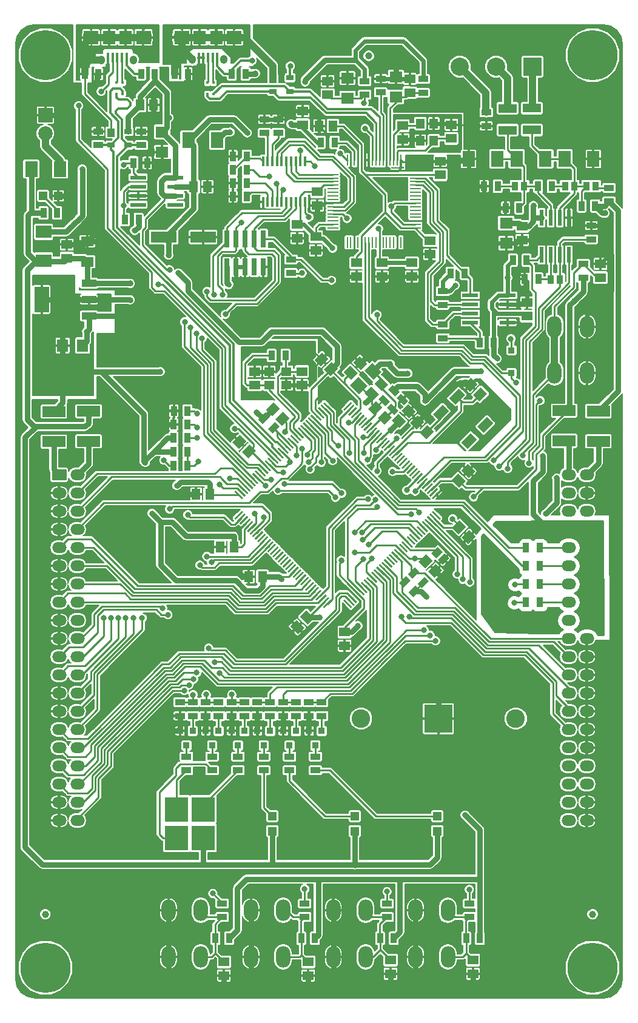
<source format=gtl>
G04 (created by PCBNEW (2013-07-07 BZR 4022)-stable) date 26/10/2014 07:43:32 a.m.*
%MOIN*%
G04 Gerber Fmt 3.4, Leading zero omitted, Abs format*
%FSLAX34Y34*%
G01*
G70*
G90*
G04 APERTURE LIST*
%ADD10C,0.00590551*%
%ADD11R,0.0551181X0.0472441*%
%ADD12R,0.0709X0.0528*%
%ADD13R,0.0787402X0.0787402*%
%ADD14C,0.0787402*%
%ADD15C,0.102362*%
%ADD16R,0.155906X0.155906*%
%ADD17R,0.0177165X0.0177165*%
%ADD18R,0.036X0.036*%
%ADD19R,0.08X0.144*%
%ADD20R,0.08X0.04*%
%ADD21R,0.0394X0.0472*%
%ADD22R,0.0394X0.0315*%
%ADD23R,0.1X0.05*%
%ADD24O,0.0787402X0.06*%
%ADD25R,0.0787402X0.06*%
%ADD26R,0.125984X0.0590551*%
%ADD27R,0.01X0.0591*%
%ADD28R,0.0591X0.01*%
%ADD29R,0.038X0.05*%
%ADD30C,0.0393701*%
%ADD31R,0.0472441X0.0551181*%
%ADD32R,0.1X0.1*%
%ADD33C,0.1*%
%ADD34C,0.275591*%
%ADD35R,0.0709X0.0866*%
%ADD36R,0.0866X0.0709*%
%ADD37R,0.0374016X0.0354331*%
%ADD38R,0.0512X0.059*%
%ADD39R,0.059X0.0512*%
%ADD40R,0.0157X0.0531*%
%ADD41R,0.0826772X0.0748031*%
%ADD42R,0.0708661X0.0748031*%
%ADD43O,0.0413386X0.0492126*%
%ADD44O,0.0482283X0.0748031*%
%ADD45R,0.035X0.055*%
%ADD46R,0.055X0.035*%
%ADD47R,0.063X0.071*%
%ADD48R,0.071X0.063*%
%ADD49R,0.0165X0.0579*%
%ADD50R,0.0866X0.0236*%
%ADD51R,0.0236X0.0866*%
%ADD52R,0.1417X0.063*%
%ADD53R,0.0295276X0.0944882*%
%ADD54R,0.0291339X0.0944882*%
%ADD55R,0.1299X0.1377*%
%ADD56O,0.0787402X0.11811*%
%ADD57R,0.0472X0.0472*%
%ADD58C,0.032*%
%ADD59C,0.01*%
%ADD60C,0.03*%
%ADD61C,0.023622*%
%ADD62C,0.0393701*%
%ADD63C,0.0125*%
%ADD64C,0.0125197*%
%ADD65C,0.0137795*%
%ADD66C,0.005*%
G04 APERTURE END LIST*
G54D10*
G54D11*
X86991Y-48764D03*
X86046Y-48764D03*
X86991Y-49512D03*
X86046Y-49512D03*
G54D12*
X76050Y-41609D03*
X76050Y-42733D03*
G54D13*
X73746Y-34676D03*
G54D14*
X73746Y-35676D03*
G54D10*
G36*
X89070Y-50430D02*
X89488Y-50848D01*
X89418Y-50918D01*
X89000Y-50501D01*
X89070Y-50430D01*
X89070Y-50430D01*
G37*
G36*
X88932Y-50568D02*
X89350Y-50986D01*
X89279Y-51057D01*
X88861Y-50639D01*
X88932Y-50568D01*
X88932Y-50568D01*
G37*
G36*
X88793Y-50708D02*
X89210Y-51126D01*
X89140Y-51196D01*
X88722Y-50778D01*
X88793Y-50708D01*
X88793Y-50708D01*
G37*
G36*
X88653Y-50847D02*
X89071Y-51265D01*
X89000Y-51336D01*
X88583Y-50918D01*
X88653Y-50847D01*
X88653Y-50847D01*
G37*
G36*
X88514Y-50986D02*
X88932Y-51404D01*
X88861Y-51475D01*
X88443Y-51057D01*
X88514Y-50986D01*
X88514Y-50986D01*
G37*
G36*
X88375Y-51126D02*
X88793Y-51543D01*
X88722Y-51614D01*
X88304Y-51196D01*
X88375Y-51126D01*
X88375Y-51126D01*
G37*
G36*
X88235Y-51265D02*
X88653Y-51683D01*
X88583Y-51754D01*
X88165Y-51336D01*
X88235Y-51265D01*
X88235Y-51265D01*
G37*
G36*
X88096Y-51404D02*
X88514Y-51822D01*
X88443Y-51893D01*
X88025Y-51475D01*
X88096Y-51404D01*
X88096Y-51404D01*
G37*
G36*
X87957Y-51543D02*
X88375Y-51961D01*
X88305Y-52031D01*
X87887Y-51614D01*
X87957Y-51543D01*
X87957Y-51543D01*
G37*
G36*
X87818Y-51682D02*
X88236Y-52100D01*
X88165Y-52171D01*
X87747Y-51753D01*
X87818Y-51682D01*
X87818Y-51682D01*
G37*
G36*
X87679Y-51821D02*
X88097Y-52239D01*
X88026Y-52310D01*
X87608Y-51892D01*
X87679Y-51821D01*
X87679Y-51821D01*
G37*
G36*
X87540Y-51961D02*
X87957Y-52379D01*
X87887Y-52449D01*
X87469Y-52031D01*
X87540Y-51961D01*
X87540Y-51961D01*
G37*
G36*
X87400Y-52100D02*
X87818Y-52518D01*
X87747Y-52589D01*
X87330Y-52171D01*
X87400Y-52100D01*
X87400Y-52100D01*
G37*
G36*
X87261Y-52239D02*
X87679Y-52657D01*
X87608Y-52728D01*
X87190Y-52310D01*
X87261Y-52239D01*
X87261Y-52239D01*
G37*
G36*
X87122Y-52379D02*
X87540Y-52796D01*
X87469Y-52867D01*
X87051Y-52449D01*
X87122Y-52379D01*
X87122Y-52379D01*
G37*
G36*
X86983Y-52517D02*
X87401Y-52935D01*
X87330Y-53006D01*
X86912Y-52588D01*
X86983Y-52517D01*
X86983Y-52517D01*
G37*
G36*
X86844Y-52656D02*
X87262Y-53074D01*
X87191Y-53145D01*
X86773Y-52727D01*
X86844Y-52656D01*
X86844Y-52656D01*
G37*
G36*
X86704Y-52796D02*
X87122Y-53214D01*
X87052Y-53284D01*
X86634Y-52866D01*
X86704Y-52796D01*
X86704Y-52796D01*
G37*
G36*
X86566Y-52934D02*
X86984Y-53352D01*
X86913Y-53423D01*
X86495Y-53005D01*
X86566Y-52934D01*
X86566Y-52934D01*
G37*
G36*
X86427Y-53074D02*
X86844Y-53492D01*
X86774Y-53562D01*
X86356Y-53144D01*
X86427Y-53074D01*
X86427Y-53074D01*
G37*
G36*
X86287Y-53213D02*
X86705Y-53631D01*
X86634Y-53702D01*
X86217Y-53284D01*
X86287Y-53213D01*
X86287Y-53213D01*
G37*
G36*
X86149Y-53352D02*
X86567Y-53769D01*
X86496Y-53840D01*
X86078Y-53422D01*
X86149Y-53352D01*
X86149Y-53352D01*
G37*
G36*
X86009Y-53491D02*
X86427Y-53909D01*
X86357Y-53979D01*
X85939Y-53562D01*
X86009Y-53491D01*
X86009Y-53491D01*
G37*
G36*
X85870Y-53630D02*
X86288Y-54048D01*
X86217Y-54119D01*
X85799Y-53701D01*
X85870Y-53630D01*
X85870Y-53630D01*
G37*
G36*
X85731Y-53769D02*
X86149Y-54187D01*
X86078Y-54258D01*
X85660Y-53840D01*
X85731Y-53769D01*
X85731Y-53769D01*
G37*
G36*
X85591Y-53909D02*
X86009Y-54327D01*
X85939Y-54397D01*
X85521Y-53979D01*
X85591Y-53909D01*
X85591Y-53909D01*
G37*
G36*
X85452Y-54048D02*
X85870Y-54466D01*
X85799Y-54537D01*
X85381Y-54119D01*
X85452Y-54048D01*
X85452Y-54048D01*
G37*
G36*
X85313Y-54187D02*
X85731Y-54605D01*
X85660Y-54676D01*
X85242Y-54258D01*
X85313Y-54187D01*
X85313Y-54187D01*
G37*
G36*
X85174Y-54326D02*
X85592Y-54744D01*
X85521Y-54815D01*
X85104Y-54397D01*
X85174Y-54326D01*
X85174Y-54326D01*
G37*
G36*
X85035Y-54465D02*
X85453Y-54883D01*
X85382Y-54954D01*
X84964Y-54536D01*
X85035Y-54465D01*
X85035Y-54465D01*
G37*
G36*
X84896Y-54605D02*
X85314Y-55022D01*
X85243Y-55093D01*
X84825Y-54675D01*
X84896Y-54605D01*
X84896Y-54605D01*
G37*
G36*
X84756Y-54744D02*
X85174Y-55162D01*
X85104Y-55232D01*
X84686Y-54815D01*
X84756Y-54744D01*
X84756Y-54744D01*
G37*
G36*
X84617Y-54883D02*
X85035Y-55301D01*
X84964Y-55372D01*
X84546Y-54954D01*
X84617Y-54883D01*
X84617Y-54883D01*
G37*
G36*
X84478Y-55022D02*
X84896Y-55440D01*
X84825Y-55511D01*
X84407Y-55093D01*
X84478Y-55022D01*
X84478Y-55022D01*
G37*
G36*
X84338Y-55162D02*
X84756Y-55580D01*
X84686Y-55650D01*
X84268Y-55232D01*
X84338Y-55162D01*
X84338Y-55162D01*
G37*
G36*
X84200Y-55300D02*
X84618Y-55718D01*
X84547Y-55789D01*
X84129Y-55371D01*
X84200Y-55300D01*
X84200Y-55300D01*
G37*
G36*
X84129Y-56833D02*
X84547Y-56415D01*
X84618Y-56485D01*
X84200Y-56903D01*
X84129Y-56833D01*
X84129Y-56833D01*
G37*
G36*
X84268Y-56971D02*
X84686Y-56553D01*
X84756Y-56624D01*
X84338Y-57042D01*
X84268Y-56971D01*
X84268Y-56971D01*
G37*
G36*
X84407Y-57111D02*
X84825Y-56693D01*
X84896Y-56763D01*
X84478Y-57181D01*
X84407Y-57111D01*
X84407Y-57111D01*
G37*
G36*
X84546Y-57250D02*
X84964Y-56832D01*
X85035Y-56903D01*
X84617Y-57321D01*
X84546Y-57250D01*
X84546Y-57250D01*
G37*
G36*
X84686Y-57389D02*
X85104Y-56971D01*
X85174Y-57042D01*
X84756Y-57460D01*
X84686Y-57389D01*
X84686Y-57389D01*
G37*
G36*
X84825Y-57528D02*
X85243Y-57111D01*
X85314Y-57181D01*
X84896Y-57599D01*
X84825Y-57528D01*
X84825Y-57528D01*
G37*
G36*
X84964Y-57668D02*
X85382Y-57250D01*
X85453Y-57321D01*
X85035Y-57738D01*
X84964Y-57668D01*
X84964Y-57668D01*
G37*
G36*
X85104Y-57807D02*
X85521Y-57389D01*
X85592Y-57460D01*
X85174Y-57878D01*
X85104Y-57807D01*
X85104Y-57807D01*
G37*
G36*
X85242Y-57946D02*
X85660Y-57528D01*
X85731Y-57598D01*
X85313Y-58016D01*
X85242Y-57946D01*
X85242Y-57946D01*
G37*
G36*
X85381Y-58085D02*
X85799Y-57667D01*
X85870Y-57738D01*
X85452Y-58156D01*
X85381Y-58085D01*
X85381Y-58085D01*
G37*
G36*
X85521Y-58224D02*
X85939Y-57806D01*
X86009Y-57877D01*
X85591Y-58295D01*
X85521Y-58224D01*
X85521Y-58224D01*
G37*
G36*
X85660Y-58364D02*
X86078Y-57946D01*
X86149Y-58016D01*
X85731Y-58434D01*
X85660Y-58364D01*
X85660Y-58364D01*
G37*
G36*
X85799Y-58503D02*
X86217Y-58085D01*
X86288Y-58156D01*
X85870Y-58574D01*
X85799Y-58503D01*
X85799Y-58503D01*
G37*
G36*
X85939Y-58642D02*
X86357Y-58224D01*
X86427Y-58295D01*
X86009Y-58713D01*
X85939Y-58642D01*
X85939Y-58642D01*
G37*
G36*
X86078Y-58781D02*
X86496Y-58364D01*
X86567Y-58434D01*
X86149Y-58852D01*
X86078Y-58781D01*
X86078Y-58781D01*
G37*
G36*
X86217Y-58920D02*
X86634Y-58502D01*
X86705Y-58573D01*
X86287Y-58991D01*
X86217Y-58920D01*
X86217Y-58920D01*
G37*
G36*
X86356Y-59059D02*
X86774Y-58641D01*
X86844Y-58712D01*
X86427Y-59130D01*
X86356Y-59059D01*
X86356Y-59059D01*
G37*
G36*
X86495Y-59199D02*
X86913Y-58781D01*
X86984Y-58851D01*
X86566Y-59269D01*
X86495Y-59199D01*
X86495Y-59199D01*
G37*
G36*
X86634Y-59337D02*
X87052Y-58919D01*
X87122Y-58990D01*
X86704Y-59408D01*
X86634Y-59337D01*
X86634Y-59337D01*
G37*
G36*
X86773Y-59477D02*
X87191Y-59059D01*
X87262Y-59129D01*
X86844Y-59547D01*
X86773Y-59477D01*
X86773Y-59477D01*
G37*
G36*
X86912Y-59616D02*
X87330Y-59198D01*
X87401Y-59269D01*
X86983Y-59687D01*
X86912Y-59616D01*
X86912Y-59616D01*
G37*
G36*
X87051Y-59754D02*
X87469Y-59337D01*
X87540Y-59407D01*
X87122Y-59825D01*
X87051Y-59754D01*
X87051Y-59754D01*
G37*
G36*
X87190Y-59894D02*
X87608Y-59476D01*
X87679Y-59547D01*
X87261Y-59964D01*
X87190Y-59894D01*
X87190Y-59894D01*
G37*
G36*
X87330Y-60033D02*
X87747Y-59615D01*
X87818Y-59686D01*
X87400Y-60104D01*
X87330Y-60033D01*
X87330Y-60033D01*
G37*
G36*
X87469Y-60172D02*
X87887Y-59754D01*
X87957Y-59825D01*
X87540Y-60243D01*
X87469Y-60172D01*
X87469Y-60172D01*
G37*
G36*
X87608Y-60312D02*
X88026Y-59894D01*
X88097Y-59964D01*
X87679Y-60382D01*
X87608Y-60312D01*
X87608Y-60312D01*
G37*
G36*
X87747Y-60451D02*
X88165Y-60033D01*
X88236Y-60104D01*
X87818Y-60522D01*
X87747Y-60451D01*
X87747Y-60451D01*
G37*
G36*
X87887Y-60590D02*
X88305Y-60172D01*
X88375Y-60243D01*
X87957Y-60661D01*
X87887Y-60590D01*
X87887Y-60590D01*
G37*
G36*
X88025Y-60729D02*
X88443Y-60311D01*
X88514Y-60382D01*
X88096Y-60800D01*
X88025Y-60729D01*
X88025Y-60729D01*
G37*
G36*
X88165Y-60868D02*
X88583Y-60450D01*
X88653Y-60521D01*
X88235Y-60939D01*
X88165Y-60868D01*
X88165Y-60868D01*
G37*
G36*
X88304Y-61007D02*
X88722Y-60590D01*
X88793Y-60660D01*
X88375Y-61078D01*
X88304Y-61007D01*
X88304Y-61007D01*
G37*
G36*
X88443Y-61147D02*
X88861Y-60729D01*
X88932Y-60800D01*
X88514Y-61217D01*
X88443Y-61147D01*
X88443Y-61147D01*
G37*
G36*
X88583Y-61286D02*
X89000Y-60868D01*
X89071Y-60939D01*
X88653Y-61357D01*
X88583Y-61286D01*
X88583Y-61286D01*
G37*
G36*
X88722Y-61425D02*
X89140Y-61007D01*
X89210Y-61078D01*
X88793Y-61496D01*
X88722Y-61425D01*
X88722Y-61425D01*
G37*
G36*
X88861Y-61565D02*
X89279Y-61147D01*
X89350Y-61217D01*
X88932Y-61635D01*
X88861Y-61565D01*
X88861Y-61565D01*
G37*
G36*
X89000Y-61703D02*
X89418Y-61285D01*
X89488Y-61356D01*
X89070Y-61774D01*
X89000Y-61703D01*
X89000Y-61703D01*
G37*
G36*
X90185Y-61285D02*
X90603Y-61703D01*
X90532Y-61774D01*
X90114Y-61356D01*
X90185Y-61285D01*
X90185Y-61285D01*
G37*
G36*
X90323Y-61147D02*
X90741Y-61565D01*
X90671Y-61635D01*
X90253Y-61217D01*
X90323Y-61147D01*
X90323Y-61147D01*
G37*
G36*
X90463Y-61007D02*
X90881Y-61425D01*
X90810Y-61496D01*
X90392Y-61078D01*
X90463Y-61007D01*
X90463Y-61007D01*
G37*
G36*
X90602Y-60868D02*
X91020Y-61286D01*
X90949Y-61357D01*
X90531Y-60939D01*
X90602Y-60868D01*
X90602Y-60868D01*
G37*
G36*
X90741Y-60729D02*
X91159Y-61147D01*
X91089Y-61217D01*
X90671Y-60800D01*
X90741Y-60729D01*
X90741Y-60729D01*
G37*
G36*
X90881Y-60590D02*
X91299Y-61007D01*
X91228Y-61078D01*
X90810Y-60660D01*
X90881Y-60590D01*
X90881Y-60590D01*
G37*
G36*
X91020Y-60450D02*
X91438Y-60868D01*
X91367Y-60939D01*
X90949Y-60521D01*
X91020Y-60450D01*
X91020Y-60450D01*
G37*
G36*
X91159Y-60311D02*
X91577Y-60729D01*
X91506Y-60800D01*
X91089Y-60382D01*
X91159Y-60311D01*
X91159Y-60311D01*
G37*
G36*
X91298Y-60172D02*
X91716Y-60590D01*
X91645Y-60661D01*
X91227Y-60243D01*
X91298Y-60172D01*
X91298Y-60172D01*
G37*
G36*
X91437Y-60033D02*
X91855Y-60451D01*
X91784Y-60522D01*
X91366Y-60104D01*
X91437Y-60033D01*
X91437Y-60033D01*
G37*
G36*
X91576Y-59894D02*
X91994Y-60312D01*
X91924Y-60382D01*
X91506Y-59964D01*
X91576Y-59894D01*
X91576Y-59894D01*
G37*
G36*
X91716Y-59754D02*
X92134Y-60172D01*
X92063Y-60243D01*
X91645Y-59825D01*
X91716Y-59754D01*
X91716Y-59754D01*
G37*
G36*
X91855Y-59615D02*
X92273Y-60033D01*
X92202Y-60104D01*
X91784Y-59686D01*
X91855Y-59615D01*
X91855Y-59615D01*
G37*
G36*
X91994Y-59476D02*
X92412Y-59894D01*
X92342Y-59964D01*
X91924Y-59547D01*
X91994Y-59476D01*
X91994Y-59476D01*
G37*
G36*
X92134Y-59337D02*
X92552Y-59754D01*
X92481Y-59825D01*
X92063Y-59407D01*
X92134Y-59337D01*
X92134Y-59337D01*
G37*
G36*
X92272Y-59198D02*
X92690Y-59616D01*
X92619Y-59687D01*
X92202Y-59269D01*
X92272Y-59198D01*
X92272Y-59198D01*
G37*
G36*
X92412Y-59059D02*
X92829Y-59477D01*
X92759Y-59547D01*
X92341Y-59129D01*
X92412Y-59059D01*
X92412Y-59059D01*
G37*
G36*
X92551Y-58919D02*
X92969Y-59337D01*
X92898Y-59408D01*
X92480Y-58990D01*
X92551Y-58919D01*
X92551Y-58919D01*
G37*
G36*
X92689Y-58781D02*
X93107Y-59199D01*
X93037Y-59269D01*
X92619Y-58851D01*
X92689Y-58781D01*
X92689Y-58781D01*
G37*
G36*
X92829Y-58641D02*
X93247Y-59059D01*
X93176Y-59130D01*
X92758Y-58712D01*
X92829Y-58641D01*
X92829Y-58641D01*
G37*
G36*
X92968Y-58502D02*
X93386Y-58920D01*
X93315Y-58991D01*
X92897Y-58573D01*
X92968Y-58502D01*
X92968Y-58502D01*
G37*
G36*
X93107Y-58364D02*
X93525Y-58781D01*
X93454Y-58852D01*
X93036Y-58434D01*
X93107Y-58364D01*
X93107Y-58364D01*
G37*
G36*
X93246Y-58224D02*
X93664Y-58642D01*
X93593Y-58713D01*
X93175Y-58295D01*
X93246Y-58224D01*
X93246Y-58224D01*
G37*
G36*
X93385Y-58085D02*
X93803Y-58503D01*
X93732Y-58574D01*
X93314Y-58156D01*
X93385Y-58085D01*
X93385Y-58085D01*
G37*
G36*
X93525Y-57946D02*
X93942Y-58364D01*
X93872Y-58434D01*
X93454Y-58016D01*
X93525Y-57946D01*
X93525Y-57946D01*
G37*
G36*
X93664Y-57806D02*
X94082Y-58224D01*
X94011Y-58295D01*
X93593Y-57877D01*
X93664Y-57806D01*
X93664Y-57806D01*
G37*
G36*
X93803Y-57667D02*
X94221Y-58085D01*
X94150Y-58156D01*
X93732Y-57738D01*
X93803Y-57667D01*
X93803Y-57667D01*
G37*
G36*
X93942Y-57528D02*
X94360Y-57946D01*
X94290Y-58016D01*
X93872Y-57598D01*
X93942Y-57528D01*
X93942Y-57528D01*
G37*
G36*
X94081Y-57389D02*
X94499Y-57807D01*
X94428Y-57878D01*
X94010Y-57460D01*
X94081Y-57389D01*
X94081Y-57389D01*
G37*
G36*
X94220Y-57250D02*
X94638Y-57668D01*
X94567Y-57738D01*
X94150Y-57321D01*
X94220Y-57250D01*
X94220Y-57250D01*
G37*
G36*
X94360Y-57111D02*
X94777Y-57528D01*
X94707Y-57599D01*
X94289Y-57181D01*
X94360Y-57111D01*
X94360Y-57111D01*
G37*
G36*
X94499Y-56971D02*
X94917Y-57389D01*
X94846Y-57460D01*
X94428Y-57042D01*
X94499Y-56971D01*
X94499Y-56971D01*
G37*
G36*
X94638Y-56832D02*
X95056Y-57250D01*
X94985Y-57321D01*
X94567Y-56903D01*
X94638Y-56832D01*
X94638Y-56832D01*
G37*
G36*
X94777Y-56693D02*
X95195Y-57111D01*
X95125Y-57181D01*
X94707Y-56763D01*
X94777Y-56693D01*
X94777Y-56693D01*
G37*
G36*
X94917Y-56553D02*
X95335Y-56971D01*
X95264Y-57042D01*
X94846Y-56624D01*
X94917Y-56553D01*
X94917Y-56553D01*
G37*
G36*
X95055Y-56415D02*
X95473Y-56833D01*
X95403Y-56903D01*
X94985Y-56485D01*
X95055Y-56415D01*
X95055Y-56415D01*
G37*
G36*
X94985Y-55718D02*
X95403Y-55300D01*
X95473Y-55371D01*
X95055Y-55789D01*
X94985Y-55718D01*
X94985Y-55718D01*
G37*
G36*
X94846Y-55580D02*
X95264Y-55162D01*
X95335Y-55232D01*
X94917Y-55650D01*
X94846Y-55580D01*
X94846Y-55580D01*
G37*
G36*
X94707Y-55440D02*
X95125Y-55022D01*
X95195Y-55093D01*
X94777Y-55511D01*
X94707Y-55440D01*
X94707Y-55440D01*
G37*
G36*
X94567Y-55301D02*
X94985Y-54883D01*
X95056Y-54954D01*
X94638Y-55372D01*
X94567Y-55301D01*
X94567Y-55301D01*
G37*
G36*
X94428Y-55162D02*
X94846Y-54744D01*
X94917Y-54815D01*
X94499Y-55232D01*
X94428Y-55162D01*
X94428Y-55162D01*
G37*
G36*
X94289Y-55022D02*
X94707Y-54605D01*
X94777Y-54675D01*
X94360Y-55093D01*
X94289Y-55022D01*
X94289Y-55022D01*
G37*
G36*
X94150Y-54883D02*
X94567Y-54465D01*
X94638Y-54536D01*
X94220Y-54954D01*
X94150Y-54883D01*
X94150Y-54883D01*
G37*
G36*
X94010Y-54744D02*
X94428Y-54326D01*
X94499Y-54397D01*
X94081Y-54815D01*
X94010Y-54744D01*
X94010Y-54744D01*
G37*
G36*
X93872Y-54605D02*
X94290Y-54187D01*
X94360Y-54258D01*
X93942Y-54676D01*
X93872Y-54605D01*
X93872Y-54605D01*
G37*
G36*
X93732Y-54466D02*
X94150Y-54048D01*
X94221Y-54119D01*
X93803Y-54537D01*
X93732Y-54466D01*
X93732Y-54466D01*
G37*
G36*
X93593Y-54327D02*
X94011Y-53909D01*
X94082Y-53979D01*
X93664Y-54397D01*
X93593Y-54327D01*
X93593Y-54327D01*
G37*
G36*
X93454Y-54187D02*
X93872Y-53769D01*
X93942Y-53840D01*
X93525Y-54258D01*
X93454Y-54187D01*
X93454Y-54187D01*
G37*
G36*
X93314Y-54048D02*
X93732Y-53630D01*
X93803Y-53701D01*
X93385Y-54119D01*
X93314Y-54048D01*
X93314Y-54048D01*
G37*
G36*
X93175Y-53909D02*
X93593Y-53491D01*
X93664Y-53562D01*
X93246Y-53979D01*
X93175Y-53909D01*
X93175Y-53909D01*
G37*
G36*
X93036Y-53769D02*
X93454Y-53352D01*
X93525Y-53422D01*
X93107Y-53840D01*
X93036Y-53769D01*
X93036Y-53769D01*
G37*
G36*
X92897Y-53631D02*
X93315Y-53213D01*
X93386Y-53284D01*
X92968Y-53702D01*
X92897Y-53631D01*
X92897Y-53631D01*
G37*
G36*
X92758Y-53492D02*
X93176Y-53074D01*
X93247Y-53144D01*
X92829Y-53562D01*
X92758Y-53492D01*
X92758Y-53492D01*
G37*
G36*
X92619Y-53352D02*
X93037Y-52934D01*
X93107Y-53005D01*
X92689Y-53423D01*
X92619Y-53352D01*
X92619Y-53352D01*
G37*
G36*
X92480Y-53214D02*
X92898Y-52796D01*
X92969Y-52866D01*
X92551Y-53284D01*
X92480Y-53214D01*
X92480Y-53214D01*
G37*
G36*
X92341Y-53074D02*
X92759Y-52656D01*
X92829Y-52727D01*
X92412Y-53145D01*
X92341Y-53074D01*
X92341Y-53074D01*
G37*
G36*
X92202Y-52935D02*
X92619Y-52517D01*
X92690Y-52588D01*
X92272Y-53006D01*
X92202Y-52935D01*
X92202Y-52935D01*
G37*
G36*
X92063Y-52796D02*
X92481Y-52379D01*
X92552Y-52449D01*
X92134Y-52867D01*
X92063Y-52796D01*
X92063Y-52796D01*
G37*
G36*
X91924Y-52657D02*
X92342Y-52239D01*
X92412Y-52310D01*
X91994Y-52728D01*
X91924Y-52657D01*
X91924Y-52657D01*
G37*
G36*
X91784Y-52518D02*
X92202Y-52100D01*
X92273Y-52171D01*
X91855Y-52589D01*
X91784Y-52518D01*
X91784Y-52518D01*
G37*
G36*
X91645Y-52379D02*
X92063Y-51961D01*
X92134Y-52031D01*
X91716Y-52449D01*
X91645Y-52379D01*
X91645Y-52379D01*
G37*
G36*
X91506Y-52239D02*
X91924Y-51821D01*
X91994Y-51892D01*
X91576Y-52310D01*
X91506Y-52239D01*
X91506Y-52239D01*
G37*
G36*
X91366Y-52100D02*
X91784Y-51682D01*
X91855Y-51753D01*
X91437Y-52171D01*
X91366Y-52100D01*
X91366Y-52100D01*
G37*
G36*
X91227Y-51961D02*
X91645Y-51543D01*
X91716Y-51614D01*
X91298Y-52031D01*
X91227Y-51961D01*
X91227Y-51961D01*
G37*
G36*
X91089Y-51822D02*
X91506Y-51404D01*
X91577Y-51475D01*
X91159Y-51893D01*
X91089Y-51822D01*
X91089Y-51822D01*
G37*
G36*
X90949Y-51683D02*
X91367Y-51265D01*
X91438Y-51336D01*
X91020Y-51754D01*
X90949Y-51683D01*
X90949Y-51683D01*
G37*
G36*
X90810Y-51543D02*
X91228Y-51126D01*
X91299Y-51196D01*
X90881Y-51614D01*
X90810Y-51543D01*
X90810Y-51543D01*
G37*
G36*
X90671Y-51404D02*
X91089Y-50986D01*
X91159Y-51057D01*
X90741Y-51475D01*
X90671Y-51404D01*
X90671Y-51404D01*
G37*
G36*
X90531Y-51265D02*
X90949Y-50847D01*
X91020Y-50918D01*
X90602Y-51336D01*
X90531Y-51265D01*
X90531Y-51265D01*
G37*
G36*
X90392Y-51126D02*
X90810Y-50708D01*
X90881Y-50778D01*
X90463Y-51196D01*
X90392Y-51126D01*
X90392Y-51126D01*
G37*
G36*
X90253Y-50986D02*
X90671Y-50568D01*
X90741Y-50639D01*
X90323Y-51057D01*
X90253Y-50986D01*
X90253Y-50986D01*
G37*
G36*
X90114Y-50848D02*
X90532Y-50430D01*
X90603Y-50501D01*
X90185Y-50918D01*
X90114Y-50848D01*
X90114Y-50848D01*
G37*
G54D15*
X91096Y-67848D03*
X99599Y-67848D03*
G54D16*
X95348Y-67848D03*
G54D17*
X77655Y-32883D03*
X77655Y-33513D03*
X77990Y-33513D03*
X77990Y-32883D03*
X82647Y-32893D03*
X82647Y-33523D03*
X82982Y-33523D03*
X82982Y-32893D03*
G54D18*
X83980Y-68525D03*
X84680Y-68525D03*
X84330Y-69325D03*
X86815Y-68525D03*
X87515Y-68525D03*
X87165Y-69325D03*
X81146Y-68525D03*
X81846Y-68525D03*
X81496Y-69325D03*
X88232Y-68525D03*
X88932Y-68525D03*
X88582Y-69325D03*
X82563Y-68525D03*
X83263Y-68525D03*
X82913Y-69325D03*
X85398Y-68525D03*
X86098Y-68525D03*
X85748Y-69325D03*
G54D19*
X73538Y-44808D03*
G54D20*
X76138Y-44808D03*
X76138Y-43908D03*
X76138Y-45708D03*
G54D21*
X77349Y-35629D03*
G54D22*
X78293Y-36318D03*
X77349Y-36318D03*
X78293Y-35570D03*
G54D23*
X99150Y-35500D03*
X99150Y-34300D03*
X100490Y-35490D03*
X100490Y-34290D03*
G54D24*
X102500Y-54444D03*
X103500Y-54444D03*
X102500Y-59444D03*
X103500Y-55444D03*
X102500Y-60444D03*
X103500Y-56444D03*
X102500Y-61444D03*
X103500Y-57444D03*
X102500Y-62444D03*
X103500Y-58444D03*
X102500Y-63444D03*
X103500Y-59444D03*
X102500Y-64444D03*
X103500Y-60444D03*
X102500Y-65444D03*
X103500Y-61444D03*
X102500Y-66444D03*
X103500Y-62444D03*
X102500Y-67444D03*
X103500Y-63444D03*
X102500Y-68444D03*
X103500Y-64444D03*
X102500Y-69444D03*
X103500Y-65444D03*
X103500Y-66444D03*
X102500Y-70444D03*
X103500Y-67444D03*
X103500Y-69444D03*
X103500Y-70444D03*
X103500Y-71444D03*
X103500Y-72444D03*
X102500Y-71444D03*
X102500Y-72444D03*
X102500Y-55444D03*
X102500Y-56444D03*
X102500Y-57444D03*
X102500Y-58444D03*
X102500Y-73444D03*
X103500Y-73444D03*
X103500Y-68444D03*
G54D25*
X74500Y-54444D03*
G54D24*
X75500Y-54444D03*
X74500Y-59444D03*
X75500Y-55444D03*
X74500Y-60444D03*
X75500Y-56444D03*
X74500Y-61444D03*
X75500Y-57444D03*
X74500Y-62444D03*
X75500Y-58444D03*
X74500Y-63444D03*
X75500Y-59444D03*
X74500Y-64444D03*
X75500Y-60444D03*
X74500Y-65444D03*
X75500Y-61444D03*
X74500Y-66444D03*
X75500Y-62444D03*
X74500Y-67444D03*
X75500Y-63444D03*
X74500Y-68444D03*
X75500Y-64444D03*
X74500Y-69444D03*
X75500Y-65444D03*
X75500Y-66444D03*
X74500Y-70444D03*
X75500Y-67444D03*
X75500Y-69444D03*
X75500Y-70444D03*
X75500Y-71444D03*
X75500Y-72444D03*
X74500Y-71444D03*
X74500Y-72444D03*
X74500Y-55444D03*
X74500Y-56444D03*
X74500Y-57444D03*
X74500Y-58444D03*
X74500Y-73444D03*
X75500Y-73444D03*
X75500Y-68444D03*
G54D26*
X104133Y-50944D03*
X104133Y-52598D03*
X102256Y-50923D03*
X102256Y-52576D03*
X76112Y-50954D03*
X76112Y-52608D03*
X74202Y-50974D03*
X74202Y-52627D03*
G54D27*
X93286Y-37145D03*
X93089Y-37145D03*
X92892Y-37145D03*
X92695Y-37145D03*
X92498Y-37145D03*
X92302Y-37145D03*
X92105Y-37145D03*
X91908Y-37145D03*
X91712Y-37145D03*
X91515Y-37145D03*
X91318Y-37145D03*
X91122Y-37145D03*
X90925Y-37145D03*
X90728Y-37145D03*
X90531Y-37145D03*
X90334Y-37145D03*
G54D28*
X89547Y-37932D03*
X89547Y-38129D03*
X89547Y-38326D03*
X89547Y-38523D03*
X89547Y-38720D03*
X89547Y-38916D03*
X89547Y-39113D03*
X89547Y-39310D03*
X89547Y-39506D03*
X89547Y-39703D03*
X89547Y-39900D03*
X89547Y-40096D03*
X89547Y-40293D03*
X89547Y-40490D03*
X89547Y-40687D03*
X89547Y-40884D03*
G54D27*
X90334Y-41671D03*
X90531Y-41671D03*
X90728Y-41671D03*
X90925Y-41671D03*
X91122Y-41671D03*
X91318Y-41671D03*
X91515Y-41671D03*
X91712Y-41671D03*
X91908Y-41671D03*
X92105Y-41671D03*
X92302Y-41671D03*
X92498Y-41671D03*
X92695Y-41671D03*
X92892Y-41671D03*
X93089Y-41671D03*
X93286Y-41671D03*
G54D28*
X94073Y-40884D03*
X94073Y-40687D03*
X94073Y-40490D03*
X94073Y-40293D03*
X94073Y-40096D03*
X94073Y-39900D03*
X94073Y-39703D03*
X94073Y-39506D03*
X94073Y-39310D03*
X94073Y-39113D03*
X94073Y-38916D03*
X94073Y-38720D03*
X94073Y-38523D03*
X94073Y-38326D03*
X94073Y-38129D03*
X94073Y-37932D03*
G54D29*
X99553Y-38582D03*
X100053Y-38582D03*
X102309Y-38582D03*
X102809Y-38582D03*
X102021Y-43700D03*
X101521Y-43700D03*
G54D10*
G36*
X95671Y-58761D02*
X95939Y-59030D01*
X95586Y-59383D01*
X95317Y-59115D01*
X95671Y-58761D01*
X95671Y-58761D01*
G37*
G36*
X95317Y-58408D02*
X95586Y-58676D01*
X95232Y-59030D01*
X94964Y-58761D01*
X95317Y-58408D01*
X95317Y-58408D01*
G37*
G54D29*
X103490Y-38582D03*
X103990Y-38582D03*
G54D30*
X103818Y-78602D03*
X73740Y-78602D03*
X91515Y-31417D03*
G54D31*
X94346Y-35134D03*
X94346Y-36078D03*
X95094Y-35134D03*
X95094Y-36078D03*
G54D32*
X100523Y-32007D03*
G54D33*
X98523Y-32007D03*
X96523Y-32007D03*
G54D10*
G36*
X95038Y-51118D02*
X95568Y-50588D01*
X95921Y-50941D01*
X95391Y-51471D01*
X95038Y-51118D01*
X95038Y-51118D01*
G37*
G36*
X96593Y-52674D02*
X97124Y-52143D01*
X97477Y-52497D01*
X96947Y-53027D01*
X96593Y-52674D01*
X96593Y-52674D01*
G37*
G36*
X97477Y-51790D02*
X98007Y-51259D01*
X98361Y-51613D01*
X97831Y-52143D01*
X97477Y-51790D01*
X97477Y-51790D01*
G37*
G36*
X95921Y-50234D02*
X96452Y-49704D01*
X96805Y-50057D01*
X96275Y-50588D01*
X95921Y-50234D01*
X95921Y-50234D01*
G37*
G54D34*
X73740Y-31377D03*
X103818Y-81535D03*
X73740Y-81535D03*
X103818Y-31377D03*
G54D35*
X103860Y-37086D03*
X102280Y-37086D03*
X101223Y-37086D03*
X99643Y-37086D03*
X98585Y-37086D03*
X97005Y-37086D03*
X83180Y-36050D03*
X81600Y-36050D03*
G54D36*
X73640Y-41092D03*
X73640Y-42672D03*
G54D21*
X86244Y-32683D03*
G54D22*
X87188Y-33372D03*
X86244Y-33372D03*
X87188Y-32624D03*
G54D35*
X74546Y-37636D03*
X72966Y-37636D03*
G54D37*
X99360Y-47605D03*
X99360Y-48846D03*
G54D10*
G36*
X91649Y-49597D02*
X92066Y-50014D01*
X91704Y-50376D01*
X91287Y-49959D01*
X91649Y-49597D01*
X91649Y-49597D01*
G37*
G36*
X92179Y-49067D02*
X92596Y-49484D01*
X92234Y-49846D01*
X91817Y-49429D01*
X92179Y-49067D01*
X92179Y-49067D01*
G37*
G36*
X84796Y-52597D02*
X84379Y-53014D01*
X84017Y-52652D01*
X84434Y-52235D01*
X84796Y-52597D01*
X84796Y-52597D01*
G37*
G36*
X85326Y-53127D02*
X84909Y-53544D01*
X84547Y-53182D01*
X84964Y-52765D01*
X85326Y-53127D01*
X85326Y-53127D01*
G37*
G36*
X86642Y-50809D02*
X86225Y-51226D01*
X85863Y-50864D01*
X86280Y-50447D01*
X86642Y-50809D01*
X86642Y-50809D01*
G37*
G36*
X87172Y-51339D02*
X86755Y-51756D01*
X86393Y-51394D01*
X86810Y-50977D01*
X87172Y-51339D01*
X87172Y-51339D01*
G37*
G54D38*
X81899Y-38610D03*
X82649Y-38610D03*
G54D39*
X74928Y-42543D03*
X74928Y-41793D03*
X100220Y-45725D03*
X100220Y-44975D03*
G54D38*
X83351Y-58420D03*
X84101Y-58420D03*
X82029Y-55524D03*
X82779Y-55524D03*
G54D10*
G36*
X93730Y-51338D02*
X93313Y-50921D01*
X93675Y-50559D01*
X94092Y-50976D01*
X93730Y-51338D01*
X93730Y-51338D01*
G37*
G36*
X93200Y-51868D02*
X92783Y-51451D01*
X93145Y-51089D01*
X93562Y-51506D01*
X93200Y-51868D01*
X93200Y-51868D01*
G37*
G36*
X89314Y-48077D02*
X88897Y-48494D01*
X88535Y-48132D01*
X88952Y-47715D01*
X89314Y-48077D01*
X89314Y-48077D01*
G37*
G36*
X89844Y-48607D02*
X89427Y-49024D01*
X89065Y-48662D01*
X89482Y-48245D01*
X89844Y-48607D01*
X89844Y-48607D01*
G37*
G36*
X94783Y-59750D02*
X95200Y-59333D01*
X95562Y-59695D01*
X95145Y-60112D01*
X94783Y-59750D01*
X94783Y-59750D01*
G37*
G36*
X94253Y-59220D02*
X94670Y-58803D01*
X95032Y-59165D01*
X94615Y-59582D01*
X94253Y-59220D01*
X94253Y-59220D01*
G37*
G54D38*
X84923Y-60034D03*
X85673Y-60034D03*
G54D39*
X96062Y-35207D03*
X96062Y-35957D03*
X93374Y-36005D03*
X93374Y-35255D03*
G54D10*
G36*
X97012Y-54622D02*
X96595Y-54205D01*
X96957Y-53843D01*
X97374Y-54260D01*
X97012Y-54622D01*
X97012Y-54622D01*
G37*
G36*
X96482Y-55152D02*
X96065Y-54735D01*
X96427Y-54373D01*
X96844Y-54790D01*
X96482Y-55152D01*
X96482Y-55152D01*
G37*
G36*
X91084Y-48692D02*
X90667Y-48275D01*
X91029Y-47913D01*
X91446Y-48330D01*
X91084Y-48692D01*
X91084Y-48692D01*
G37*
G36*
X90554Y-49222D02*
X90137Y-48805D01*
X90499Y-48443D01*
X90916Y-48860D01*
X90554Y-49222D01*
X90554Y-49222D01*
G37*
G36*
X92262Y-50747D02*
X91845Y-51164D01*
X91483Y-50802D01*
X91900Y-50385D01*
X92262Y-50747D01*
X92262Y-50747D01*
G37*
G36*
X92792Y-51277D02*
X92375Y-51694D01*
X92013Y-51332D01*
X92430Y-50915D01*
X92792Y-51277D01*
X92792Y-51277D01*
G37*
G36*
X97502Y-49463D02*
X97085Y-49880D01*
X96723Y-49518D01*
X97140Y-49101D01*
X97502Y-49463D01*
X97502Y-49463D01*
G37*
G36*
X98032Y-49993D02*
X97615Y-50410D01*
X97253Y-50048D01*
X97670Y-49631D01*
X98032Y-49993D01*
X98032Y-49993D01*
G37*
G36*
X94568Y-51535D02*
X94151Y-51952D01*
X93789Y-51590D01*
X94206Y-51173D01*
X94568Y-51535D01*
X94568Y-51535D01*
G37*
G36*
X95098Y-52065D02*
X94681Y-52482D01*
X94319Y-52120D01*
X94736Y-51703D01*
X95098Y-52065D01*
X95098Y-52065D01*
G37*
G54D39*
X85239Y-48763D03*
X85239Y-49513D03*
X87838Y-49513D03*
X87838Y-48763D03*
X87570Y-41435D03*
X87570Y-40685D03*
X99960Y-40785D03*
X99960Y-41535D03*
X92244Y-42794D03*
X92244Y-43544D03*
X88610Y-41355D03*
X88610Y-42105D03*
X93897Y-42794D03*
X93897Y-43544D03*
X88690Y-38889D03*
X88690Y-39639D03*
X95446Y-37951D03*
X95446Y-37201D03*
G54D38*
X89548Y-35275D03*
X88798Y-35275D03*
G54D39*
X90838Y-42793D03*
X90838Y-43543D03*
X104251Y-43603D03*
X104251Y-42853D03*
X93778Y-33429D03*
X93778Y-32679D03*
G54D38*
X78945Y-34126D03*
X79695Y-34126D03*
G54D39*
X94886Y-41577D03*
X94886Y-42327D03*
X83562Y-81219D03*
X83562Y-81969D03*
X88188Y-81219D03*
X88188Y-81969D03*
X92716Y-81121D03*
X92716Y-81871D03*
X97244Y-81121D03*
X97244Y-81871D03*
G54D10*
G36*
X96629Y-57890D02*
X97046Y-57473D01*
X97408Y-57835D01*
X96991Y-58252D01*
X96629Y-57890D01*
X96629Y-57890D01*
G37*
G36*
X96099Y-57360D02*
X96516Y-56943D01*
X96878Y-57305D01*
X96461Y-57722D01*
X96099Y-57360D01*
X96099Y-57360D01*
G37*
G54D39*
X90188Y-63837D03*
X90188Y-63087D03*
G54D10*
G36*
X87565Y-62425D02*
X87982Y-62842D01*
X87620Y-63204D01*
X87203Y-62787D01*
X87565Y-62425D01*
X87565Y-62425D01*
G37*
G36*
X88095Y-61895D02*
X88512Y-62312D01*
X88150Y-62674D01*
X87733Y-62257D01*
X88095Y-61895D01*
X88095Y-61895D01*
G37*
G54D39*
X87893Y-34447D03*
X87893Y-35197D03*
X89260Y-33554D03*
X89260Y-32804D03*
G54D40*
X82681Y-31500D03*
X82937Y-31500D03*
X82425Y-31500D03*
X83193Y-31500D03*
X82169Y-31500D03*
G54D41*
X84118Y-30397D03*
X81244Y-30397D03*
G54D42*
X83133Y-30397D03*
X82228Y-30397D03*
G54D43*
X83557Y-31627D03*
X81805Y-31627D03*
G54D44*
X84324Y-30397D03*
X81037Y-30397D03*
G54D40*
X77696Y-31503D03*
X77952Y-31503D03*
X77440Y-31503D03*
X78208Y-31503D03*
X77184Y-31503D03*
G54D41*
X79133Y-30401D03*
X76259Y-30401D03*
G54D42*
X78149Y-30401D03*
X77244Y-30401D03*
G54D43*
X78572Y-31631D03*
X76820Y-31631D03*
G54D44*
X79340Y-30401D03*
X76053Y-30401D03*
G54D45*
X81547Y-51680D03*
X80797Y-51680D03*
X80801Y-50930D03*
X81551Y-50930D03*
G54D10*
G36*
X93294Y-49978D02*
X93683Y-50367D01*
X93435Y-50615D01*
X93046Y-50226D01*
X93294Y-49978D01*
X93294Y-49978D01*
G37*
G36*
X92764Y-50508D02*
X93153Y-50897D01*
X92905Y-51145D01*
X92516Y-50756D01*
X92764Y-50508D01*
X92764Y-50508D01*
G37*
G36*
X92820Y-49502D02*
X93209Y-49891D01*
X92961Y-50139D01*
X92572Y-49750D01*
X92820Y-49502D01*
X92820Y-49502D01*
G37*
G36*
X92290Y-50032D02*
X92679Y-50421D01*
X92431Y-50669D01*
X92042Y-50280D01*
X92290Y-50032D01*
X92290Y-50032D01*
G37*
G54D46*
X86540Y-34905D03*
X86540Y-35655D03*
G54D45*
X84053Y-39144D03*
X84803Y-39144D03*
X97619Y-79921D03*
X96869Y-79921D03*
G54D46*
X97047Y-78010D03*
X97047Y-78760D03*
G54D45*
X92894Y-79921D03*
X92144Y-79921D03*
G54D46*
X92519Y-78010D03*
X92519Y-78760D03*
G54D45*
X84055Y-38410D03*
X84805Y-38410D03*
G54D46*
X83464Y-78010D03*
X83464Y-78760D03*
G54D45*
X88563Y-79921D03*
X87813Y-79921D03*
X83839Y-79921D03*
X83089Y-79921D03*
G54D46*
X87992Y-78010D03*
X87992Y-78760D03*
G54D45*
X73645Y-40058D03*
X74395Y-40058D03*
X86933Y-47888D03*
X86183Y-47888D03*
G54D46*
X87515Y-66947D03*
X87515Y-67697D03*
X87165Y-70689D03*
X87165Y-69939D03*
X85790Y-34905D03*
X85790Y-35655D03*
G54D45*
X84805Y-36940D03*
X84055Y-36940D03*
X84055Y-37680D03*
X84805Y-37680D03*
G54D10*
G36*
X94823Y-60294D02*
X94434Y-60683D01*
X94186Y-60435D01*
X94575Y-60046D01*
X94823Y-60294D01*
X94823Y-60294D01*
G37*
G36*
X94293Y-59764D02*
X93904Y-60153D01*
X93656Y-59905D01*
X94045Y-59516D01*
X94293Y-59764D01*
X94293Y-59764D01*
G37*
G36*
X94339Y-60776D02*
X93950Y-61165D01*
X93702Y-60917D01*
X94091Y-60528D01*
X94339Y-60776D01*
X94339Y-60776D01*
G37*
G36*
X93809Y-60246D02*
X93420Y-60635D01*
X93172Y-60387D01*
X93561Y-59998D01*
X93809Y-60246D01*
X93809Y-60246D01*
G37*
G54D45*
X98376Y-47175D03*
X97626Y-47175D03*
G54D46*
X95580Y-44359D03*
X95580Y-45109D03*
G54D45*
X96032Y-43366D03*
X96782Y-43366D03*
G54D46*
X95590Y-46180D03*
X95590Y-46930D03*
X76638Y-36319D03*
X76638Y-35569D03*
X79018Y-36319D03*
X79018Y-35569D03*
X86098Y-66947D03*
X86098Y-67697D03*
X85748Y-70689D03*
X85748Y-69939D03*
X88932Y-66947D03*
X88932Y-67697D03*
X88582Y-70689D03*
X88582Y-69939D03*
X84680Y-66947D03*
X84680Y-67697D03*
X84330Y-70689D03*
X84330Y-69939D03*
X83263Y-66947D03*
X83263Y-67697D03*
X82913Y-70689D03*
X82913Y-69939D03*
X81846Y-66947D03*
X81846Y-67697D03*
X81496Y-70689D03*
X81496Y-69939D03*
X103750Y-41497D03*
X103750Y-40747D03*
G54D45*
X100847Y-43686D03*
X100097Y-43686D03*
X88883Y-36172D03*
X89633Y-36172D03*
G54D46*
X97980Y-35275D03*
X97980Y-34525D03*
G54D45*
X99435Y-42650D03*
X100185Y-42650D03*
G54D46*
X92175Y-32666D03*
X92175Y-33416D03*
G54D45*
X100164Y-61452D03*
X100914Y-61452D03*
X100164Y-60452D03*
X100914Y-60452D03*
X100164Y-59452D03*
X100914Y-59452D03*
X100164Y-58452D03*
X100914Y-58452D03*
X101575Y-38584D03*
X100825Y-38584D03*
X98603Y-38582D03*
X97853Y-38582D03*
G54D46*
X103307Y-42853D03*
X103307Y-43603D03*
X104720Y-39425D03*
X104720Y-38675D03*
G54D45*
X99784Y-39763D03*
X99034Y-39763D03*
X103965Y-39670D03*
X103215Y-39670D03*
G54D46*
X82563Y-66947D03*
X82563Y-67697D03*
X81145Y-66947D03*
X81145Y-67697D03*
X83980Y-66947D03*
X83980Y-67697D03*
X85398Y-66947D03*
X85398Y-67697D03*
X88232Y-66947D03*
X88232Y-67697D03*
X86815Y-66947D03*
X86815Y-67697D03*
G54D45*
X76654Y-32401D03*
X75904Y-32401D03*
G54D46*
X94512Y-33445D03*
X94512Y-32695D03*
X91297Y-33554D03*
X91297Y-32804D03*
X87240Y-42605D03*
X87240Y-43355D03*
G54D45*
X79004Y-32401D03*
X79754Y-32401D03*
X83985Y-32401D03*
X84735Y-32401D03*
X80835Y-32401D03*
X81585Y-32401D03*
X78121Y-40410D03*
X78871Y-40410D03*
X79343Y-37296D03*
X78593Y-37296D03*
G54D10*
G36*
X86609Y-51786D02*
X86220Y-52175D01*
X85972Y-51927D01*
X86361Y-51538D01*
X86609Y-51786D01*
X86609Y-51786D01*
G37*
G36*
X86079Y-51256D02*
X85690Y-51645D01*
X85442Y-51397D01*
X85831Y-51008D01*
X86079Y-51256D01*
X86079Y-51256D01*
G37*
G54D45*
X81545Y-52428D03*
X80795Y-52428D03*
X81547Y-53178D03*
X80797Y-53178D03*
X81545Y-53932D03*
X80795Y-53932D03*
G54D47*
X75792Y-47340D03*
X74692Y-47340D03*
G54D48*
X90350Y-32638D03*
X90350Y-33738D03*
X93010Y-32570D03*
X93010Y-33670D03*
X80160Y-36700D03*
X80160Y-35600D03*
G54D10*
G36*
X90940Y-49055D02*
X91442Y-49557D01*
X90997Y-50002D01*
X90495Y-49500D01*
X90940Y-49055D01*
X90940Y-49055D01*
G37*
G36*
X91718Y-48277D02*
X92220Y-48779D01*
X91775Y-49224D01*
X91273Y-48722D01*
X91718Y-48277D01*
X91718Y-48277D01*
G37*
G54D49*
X86988Y-37228D03*
X86732Y-37228D03*
X86476Y-37228D03*
X86220Y-37228D03*
X87752Y-39430D03*
X87756Y-37228D03*
X87500Y-37228D03*
X87244Y-37228D03*
X85964Y-39432D03*
X86220Y-39432D03*
X86476Y-39432D03*
X86732Y-39432D03*
X86988Y-39432D03*
X87244Y-39432D03*
X85964Y-37228D03*
X87500Y-39430D03*
X88012Y-37228D03*
X85708Y-37228D03*
X85708Y-39432D03*
X88012Y-39432D03*
G54D50*
X78837Y-38100D03*
X78837Y-38600D03*
X78837Y-39100D03*
X78837Y-39600D03*
X80883Y-39600D03*
X80883Y-39100D03*
X80883Y-38600D03*
X80883Y-38100D03*
G54D51*
X101021Y-42361D03*
X101521Y-42361D03*
X102021Y-42361D03*
X102521Y-42361D03*
X102521Y-40315D03*
X102021Y-40315D03*
X101521Y-40315D03*
X101021Y-40315D03*
G54D50*
X97097Y-44574D03*
X97097Y-45074D03*
X97097Y-45574D03*
X97097Y-46074D03*
X99143Y-46074D03*
X99143Y-45574D03*
X99143Y-45074D03*
X99143Y-44574D03*
G54D52*
X80247Y-41380D03*
X82413Y-41380D03*
G54D53*
X83730Y-43027D03*
G54D54*
X83730Y-41492D03*
G54D53*
X84230Y-43027D03*
G54D54*
X84230Y-41492D03*
X84730Y-43027D03*
X84730Y-41492D03*
X85230Y-43027D03*
G54D53*
X85230Y-41492D03*
X85730Y-43027D03*
G54D54*
X85730Y-41492D03*
G54D55*
X80964Y-74409D03*
X80964Y-72835D03*
X82420Y-72835D03*
X82420Y-74409D03*
G54D56*
X94094Y-78385D03*
X95866Y-78385D03*
X95866Y-80944D03*
X94094Y-80944D03*
X80511Y-78385D03*
X82283Y-78385D03*
X82283Y-80944D03*
X80511Y-80944D03*
X103503Y-48858D03*
X101732Y-48858D03*
X101732Y-46299D03*
X103503Y-46299D03*
X89566Y-78385D03*
X91338Y-78385D03*
X91338Y-80944D03*
X89566Y-80944D03*
X85039Y-78385D03*
X86811Y-78385D03*
X86811Y-80944D03*
X85039Y-80944D03*
G54D48*
X99070Y-41710D03*
X99070Y-40610D03*
G54D57*
X73617Y-39108D03*
X74443Y-39108D03*
X90748Y-74035D03*
X90748Y-73209D03*
X95275Y-74035D03*
X95275Y-73209D03*
X86220Y-74035D03*
X86220Y-73209D03*
G54D58*
X94600Y-50386D03*
X98568Y-48062D03*
X97686Y-48762D03*
X92710Y-51988D03*
X78404Y-44830D03*
X90004Y-59140D03*
X78650Y-41020D03*
X90748Y-58724D03*
X80050Y-48774D03*
X88828Y-62283D03*
X81054Y-43352D03*
X79600Y-56566D03*
X96810Y-73150D03*
X92760Y-39690D03*
X94696Y-61156D03*
X94046Y-59062D03*
X83818Y-43988D03*
X87760Y-36612D03*
X84148Y-51906D03*
X90918Y-62740D03*
X86724Y-60180D03*
X80970Y-55036D03*
X79230Y-53776D03*
X96130Y-56870D03*
X97280Y-55660D03*
X88020Y-32850D03*
X87240Y-35160D03*
X102806Y-44880D03*
X89530Y-41990D03*
X92050Y-40920D03*
X96268Y-44032D03*
X99154Y-43610D03*
X85348Y-51008D03*
X101848Y-54616D03*
X91360Y-50466D03*
X101242Y-56582D03*
X78408Y-43926D03*
X84834Y-35650D03*
X80518Y-42368D03*
X104510Y-40060D03*
X100570Y-39640D03*
X94294Y-56506D03*
X99540Y-60480D03*
X94068Y-55354D03*
X93748Y-62262D03*
X93326Y-62244D03*
X93604Y-55294D03*
X99510Y-61470D03*
X93844Y-56612D03*
X87850Y-53010D03*
X90430Y-51568D03*
X90322Y-40348D03*
X86038Y-38046D03*
X88560Y-37486D03*
X89946Y-36788D03*
X91512Y-58282D03*
X82062Y-65322D03*
X91184Y-58024D03*
X81886Y-65686D03*
X91164Y-57600D03*
X81634Y-65998D03*
X90734Y-57604D03*
X81370Y-66304D03*
X91222Y-52368D03*
X88296Y-54132D03*
X79060Y-62308D03*
X88210Y-53734D03*
X78598Y-62302D03*
X88134Y-53336D03*
X78148Y-62308D03*
X76942Y-62318D03*
X83314Y-54976D03*
X77744Y-62316D03*
X87538Y-53386D03*
X83986Y-66528D03*
X83332Y-65338D03*
X83061Y-64744D03*
X82584Y-66526D03*
X81862Y-66532D03*
X82722Y-63980D03*
X94550Y-62968D03*
X96382Y-59906D03*
X94882Y-63270D03*
X96688Y-60188D03*
X95190Y-63572D03*
X97070Y-60348D03*
X81574Y-56646D03*
X82948Y-77458D03*
X85248Y-56580D03*
X87992Y-77204D03*
X85756Y-56768D03*
X92519Y-77362D03*
X97047Y-77244D03*
X82236Y-59410D03*
X100332Y-53800D03*
X99604Y-49388D03*
X100930Y-50370D03*
X89470Y-43750D03*
X91970Y-45640D03*
X98682Y-53964D03*
X91966Y-56204D03*
X98384Y-53654D03*
X91890Y-55806D03*
X91488Y-55794D03*
X99160Y-54100D03*
X86452Y-38454D03*
X87850Y-43360D03*
X80574Y-56328D03*
X82612Y-58930D03*
X80478Y-62142D03*
X92832Y-54270D03*
X80182Y-61788D03*
X83490Y-44550D03*
X82034Y-46670D03*
X88228Y-40286D03*
X84520Y-40570D03*
X83644Y-45620D03*
X82356Y-46956D03*
X82632Y-44364D03*
X81406Y-46036D03*
X82882Y-59230D03*
X91436Y-53622D03*
X91258Y-53236D03*
X90454Y-53230D03*
X89842Y-52862D03*
X88906Y-53762D03*
X89536Y-53672D03*
X81716Y-46338D03*
X83010Y-44536D03*
X80258Y-53636D03*
X86806Y-38788D03*
X85290Y-32386D03*
X83896Y-35610D03*
X76812Y-33370D03*
X75572Y-34160D03*
X78036Y-37398D03*
X89690Y-55680D03*
X86530Y-55296D03*
X91210Y-59088D03*
X86886Y-54930D03*
X91692Y-59058D03*
X90032Y-55462D03*
X78036Y-39662D03*
X80536Y-34816D03*
X75766Y-37636D03*
X80570Y-43176D03*
X79954Y-43982D03*
X82134Y-53722D03*
X85838Y-55060D03*
X83876Y-54630D03*
X77344Y-62318D03*
X91920Y-53074D03*
X93500Y-67342D03*
X93434Y-68442D03*
X92250Y-68450D03*
X91610Y-70140D03*
X92720Y-71270D03*
X94180Y-71300D03*
X96360Y-71300D03*
X98220Y-71300D03*
X99586Y-70216D03*
X90610Y-54970D03*
X91676Y-53950D03*
X92440Y-54658D03*
X95362Y-66578D03*
X93478Y-65890D03*
X97740Y-54486D03*
X96914Y-58480D03*
X95642Y-60144D03*
X80192Y-49630D03*
X83776Y-52234D03*
X84888Y-44002D03*
X73746Y-34676D03*
X80850Y-33826D03*
X93790Y-41374D03*
X98956Y-81070D03*
X85126Y-66346D03*
X86658Y-62812D03*
X85126Y-64020D03*
X80480Y-68570D03*
X78946Y-72736D03*
X84466Y-74160D03*
X88126Y-73636D03*
X86956Y-72286D03*
X84540Y-72316D03*
X94556Y-65890D03*
X95854Y-65890D03*
X96954Y-65890D03*
X97922Y-65912D03*
X97900Y-67298D03*
X97922Y-68222D03*
X96866Y-68332D03*
X76494Y-79068D03*
X103706Y-34266D03*
X101750Y-30426D03*
X94600Y-30228D03*
X89550Y-32130D03*
X89320Y-30558D03*
X85260Y-45930D03*
X88996Y-45210D03*
X80626Y-47706D03*
X100950Y-47656D03*
X98868Y-46606D03*
X101550Y-50086D03*
X78646Y-33150D03*
X92890Y-39074D03*
X96668Y-39314D03*
X83452Y-59644D03*
X94668Y-49372D03*
X93930Y-50018D03*
X97660Y-51000D03*
X95530Y-50210D03*
X89880Y-54000D03*
X89888Y-60522D03*
X88394Y-58946D03*
X89290Y-56674D03*
X90004Y-57448D03*
X79576Y-63016D03*
X82400Y-43370D03*
X79266Y-50160D03*
X79750Y-51942D03*
X78940Y-46960D03*
X96286Y-36558D03*
X89292Y-49624D03*
X91476Y-47637D03*
X92100Y-44400D03*
X91192Y-40312D03*
X102018Y-53316D03*
X76012Y-46570D03*
X101822Y-74424D03*
X81822Y-59808D03*
X101046Y-55882D03*
X87900Y-41994D03*
X89376Y-70000D03*
X81064Y-56730D03*
X90210Y-62146D03*
X80574Y-57468D03*
X85148Y-39706D03*
X93378Y-40186D03*
X90076Y-42514D03*
X96040Y-55462D03*
X81390Y-55528D03*
X88764Y-40338D03*
X92990Y-31840D03*
X76570Y-32930D03*
X79744Y-33460D03*
X88230Y-47434D03*
X99550Y-62392D03*
X99430Y-57530D03*
X99264Y-59686D03*
X92694Y-48350D03*
X86902Y-52080D03*
X101066Y-53396D03*
X93660Y-48870D03*
X91260Y-34010D03*
X91320Y-35410D03*
X86134Y-54700D03*
X82078Y-52426D03*
X91970Y-54234D03*
X82066Y-51840D03*
X86820Y-54300D03*
X87206Y-31976D03*
X85106Y-31676D03*
X82066Y-51072D03*
X87188Y-53748D03*
X93056Y-52430D03*
X99996Y-53382D03*
X99330Y-46966D03*
G54D59*
X85192Y-52754D02*
X85192Y-52900D01*
X84344Y-51906D02*
X85192Y-52754D01*
X84148Y-51906D02*
X84344Y-51906D01*
X85192Y-52900D02*
X84937Y-53155D01*
X84937Y-53155D02*
X85045Y-53155D01*
X85045Y-53155D02*
X85904Y-54014D01*
G54D60*
X94600Y-50386D02*
X96224Y-48762D01*
X96224Y-48762D02*
X97686Y-48762D01*
X94600Y-50386D02*
X94600Y-50014D01*
X94600Y-50014D02*
X94178Y-49592D01*
G54D59*
X92168Y-52484D02*
X93172Y-51479D01*
G54D60*
X92710Y-51988D02*
X93172Y-51525D01*
X93172Y-51525D02*
X93172Y-51479D01*
X94178Y-49592D02*
X93120Y-49592D01*
X93120Y-49592D02*
X92891Y-49820D01*
X98376Y-47175D02*
X98376Y-47870D01*
X98376Y-47870D02*
X98568Y-48062D01*
X92728Y-52002D02*
X92732Y-52006D01*
X92724Y-52002D02*
X92728Y-52002D01*
X92710Y-51988D02*
X92724Y-52002D01*
X89766Y-47388D02*
X89766Y-48324D01*
X89766Y-48324D02*
X89455Y-48635D01*
X76138Y-44808D02*
X78382Y-44808D01*
X78382Y-44808D02*
X78404Y-44830D01*
G54D59*
X89455Y-48635D02*
X89455Y-48701D01*
X89455Y-48701D02*
X90166Y-49412D01*
X90776Y-51091D02*
X91062Y-50805D01*
X91062Y-50805D02*
X91062Y-50308D01*
X91062Y-50308D02*
X90166Y-49412D01*
X90166Y-49194D02*
X90526Y-48833D01*
X90166Y-49412D02*
X90166Y-49194D01*
X93172Y-51479D02*
X93172Y-51479D01*
X102256Y-50923D02*
X102256Y-51104D01*
X101080Y-52966D02*
X100720Y-53325D01*
X101080Y-52280D02*
X101080Y-52966D01*
X102256Y-51104D02*
X101080Y-52280D01*
X89902Y-59298D02*
X90004Y-59196D01*
X90004Y-59196D02*
X90004Y-59140D01*
X90432Y-60490D02*
X89902Y-59960D01*
X89902Y-59960D02*
X89902Y-59298D01*
G54D60*
X90004Y-59140D02*
X90008Y-59140D01*
X90008Y-59140D02*
X90014Y-59146D01*
X102256Y-50923D02*
X102564Y-50615D01*
X102564Y-49955D02*
X102564Y-45122D01*
X102564Y-45122D02*
X102806Y-44880D01*
X102564Y-50615D02*
X102564Y-49955D01*
X78871Y-40799D02*
X78871Y-40410D01*
X78650Y-41020D02*
X78871Y-40799D01*
X76138Y-44808D02*
X76176Y-44770D01*
G54D59*
X92454Y-58306D02*
X91964Y-58306D01*
X91546Y-58724D02*
X90748Y-58724D01*
X91964Y-58306D02*
X91546Y-58724D01*
G54D60*
X74692Y-47340D02*
X74692Y-45068D01*
X74692Y-45068D02*
X74944Y-44816D01*
X76538Y-48774D02*
X74934Y-48774D01*
X74934Y-48774D02*
X74692Y-48532D01*
X74692Y-47340D02*
X74692Y-48532D01*
X74692Y-48532D02*
X74692Y-50485D01*
X74692Y-50485D02*
X74202Y-50974D01*
X76084Y-44816D02*
X74944Y-44816D01*
X75494Y-44816D02*
X76084Y-44816D01*
X74944Y-44816D02*
X73484Y-44816D01*
X88484Y-62284D02*
X88827Y-62284D01*
X88827Y-62284D02*
X88828Y-62283D01*
X79714Y-53178D02*
X80464Y-52428D01*
X80464Y-52428D02*
X80795Y-52428D01*
X79230Y-53776D02*
X79230Y-53656D01*
X79708Y-53178D02*
X79714Y-53178D01*
X79714Y-53178D02*
X79736Y-53178D01*
X79736Y-53178D02*
X80797Y-53178D01*
X79230Y-53656D02*
X79708Y-53178D01*
X81572Y-44329D02*
X84381Y-47138D01*
X84381Y-47138D02*
X85632Y-47138D01*
X88956Y-46578D02*
X86192Y-46578D01*
X86192Y-46578D02*
X85632Y-47138D01*
X89776Y-47398D02*
X89766Y-47388D01*
X89766Y-47388D02*
X88956Y-46578D01*
X81572Y-43870D02*
X81054Y-43352D01*
X81572Y-44329D02*
X81572Y-43870D01*
X80070Y-57046D02*
X80722Y-57046D01*
X81480Y-57804D02*
X84101Y-57804D01*
X80722Y-57046D02*
X81480Y-57804D01*
G54D59*
X84930Y-57216D02*
X84694Y-57452D01*
X84514Y-58420D02*
X84101Y-58420D01*
X84694Y-58240D02*
X84514Y-58420D01*
X84694Y-57452D02*
X84694Y-58240D01*
G54D60*
X84101Y-57804D02*
X84101Y-58420D01*
X80070Y-59398D02*
X80912Y-60240D01*
X80912Y-60240D02*
X84204Y-60240D01*
X84204Y-60240D02*
X84760Y-60796D01*
X84760Y-60796D02*
X85442Y-60796D01*
X85442Y-60796D02*
X85673Y-60565D01*
X85673Y-60565D02*
X85673Y-60034D01*
X80070Y-57046D02*
X80070Y-59398D01*
X80070Y-57036D02*
X80070Y-57046D01*
X79600Y-56566D02*
X80070Y-57036D01*
X92894Y-79921D02*
X93230Y-79585D01*
X93230Y-79585D02*
X93230Y-76670D01*
X88563Y-79921D02*
X88740Y-79745D01*
X88740Y-79745D02*
X88740Y-76670D01*
X97619Y-76670D02*
X93710Y-76670D01*
X93710Y-76670D02*
X93230Y-76670D01*
X93230Y-76670D02*
X88740Y-76670D01*
X88740Y-76670D02*
X84790Y-76670D01*
X84291Y-79469D02*
X83839Y-79921D01*
X84291Y-77168D02*
X84291Y-79469D01*
X84790Y-76670D02*
X84291Y-77168D01*
X97619Y-79921D02*
X97619Y-76670D01*
X97619Y-76670D02*
X97619Y-73959D01*
X97619Y-73959D02*
X96810Y-73150D01*
G54D59*
X94073Y-40687D02*
X93423Y-40687D01*
X92760Y-40024D02*
X92760Y-39690D01*
X93423Y-40687D02*
X92760Y-40024D01*
X94073Y-39506D02*
X92943Y-39506D01*
X92943Y-39506D02*
X92760Y-39690D01*
G54D61*
X92760Y-39700D02*
X92760Y-39690D01*
X92760Y-39700D02*
X92780Y-39720D01*
G54D60*
X94021Y-60847D02*
X94387Y-60847D01*
X94387Y-60847D02*
X94696Y-61156D01*
G54D59*
X92894Y-79921D02*
X92918Y-79921D01*
X92918Y-79921D02*
X93142Y-79698D01*
X94046Y-59062D02*
X94512Y-59062D01*
X94512Y-59062D02*
X94642Y-59192D01*
X93280Y-58608D02*
X93734Y-59062D01*
X93734Y-59062D02*
X94046Y-59062D01*
X87756Y-37228D02*
X87756Y-36616D01*
X87756Y-36616D02*
X87760Y-36612D01*
X93280Y-58608D02*
X92978Y-58306D01*
X92978Y-58306D02*
X92454Y-58306D01*
X90415Y-60474D02*
X90432Y-60490D01*
X90432Y-60490D02*
X90915Y-60973D01*
X92105Y-41671D02*
X92105Y-40975D01*
X92105Y-40975D02*
X92050Y-40920D01*
G54D60*
X83730Y-43900D02*
X83730Y-43027D01*
X83818Y-43988D02*
X83730Y-43900D01*
X87756Y-36616D02*
X87750Y-36616D01*
X87760Y-36612D02*
X87756Y-36616D01*
X76538Y-48774D02*
X80050Y-48774D01*
X84140Y-51914D02*
X84140Y-51920D01*
X84148Y-51906D02*
X84140Y-51914D01*
X90571Y-63087D02*
X90188Y-63087D01*
X90918Y-62740D02*
X90571Y-63087D01*
X85673Y-60034D02*
X86578Y-60034D01*
X86578Y-60034D02*
X86724Y-60180D01*
X88394Y-62284D02*
X88484Y-62284D01*
X88484Y-62284D02*
X88123Y-62284D01*
X82779Y-54941D02*
X82779Y-55524D01*
X82676Y-54838D02*
X82779Y-54941D01*
X81168Y-54838D02*
X82676Y-54838D01*
X80970Y-55036D02*
X81168Y-54838D01*
X79153Y-51106D02*
X79153Y-53699D01*
X79153Y-53699D02*
X79230Y-53776D01*
G54D59*
X97930Y-55154D02*
X97786Y-55154D01*
X96488Y-57228D02*
X96488Y-57332D01*
X96130Y-56870D02*
X96488Y-57228D01*
X97786Y-55154D02*
X97280Y-55660D01*
X96845Y-55154D02*
X96454Y-54763D01*
X99728Y-55154D02*
X97930Y-55154D01*
X100720Y-53325D02*
X100720Y-54161D01*
X100720Y-54161D02*
X99728Y-55154D01*
X97930Y-55154D02*
X96845Y-55154D01*
X94505Y-60365D02*
X94503Y-60365D01*
X94503Y-60365D02*
X94021Y-60847D01*
X93172Y-51479D02*
X93172Y-51479D01*
X94951Y-55267D02*
X95455Y-54763D01*
X95455Y-54763D02*
X96454Y-54763D01*
X89105Y-61391D02*
X88212Y-62284D01*
X88212Y-62284D02*
X88123Y-62284D01*
X85673Y-60034D02*
X87121Y-60034D01*
X87121Y-60034D02*
X87435Y-59720D01*
G54D60*
X90793Y-31647D02*
X89123Y-31647D01*
X89123Y-31647D02*
X88020Y-32750D01*
X88020Y-32750D02*
X88020Y-32850D01*
X87277Y-35197D02*
X87893Y-35197D01*
X87240Y-35160D02*
X87277Y-35197D01*
X103307Y-43603D02*
X103307Y-44378D01*
X103307Y-44378D02*
X102806Y-44880D01*
X76538Y-48774D02*
X76821Y-48774D01*
X76821Y-48774D02*
X79153Y-51106D01*
G54D59*
X88688Y-51231D02*
X88344Y-50887D01*
X88344Y-49746D02*
X89455Y-48635D01*
X88344Y-50887D02*
X88344Y-49746D01*
G54D61*
X88610Y-41355D02*
X88715Y-41460D01*
X89000Y-41460D02*
X89530Y-41990D01*
X88715Y-41460D02*
X89000Y-41460D01*
X88610Y-41355D02*
X87940Y-40685D01*
X87940Y-40685D02*
X87570Y-40685D01*
X92050Y-40920D02*
X92050Y-40924D01*
X95580Y-44359D02*
X95940Y-44359D01*
X95940Y-44359D02*
X96268Y-44032D01*
X99154Y-43610D02*
X99143Y-43610D01*
X95580Y-44359D02*
X95580Y-43817D01*
X95580Y-43817D02*
X96032Y-43366D01*
X98376Y-47175D02*
X98376Y-45392D01*
X98376Y-45392D02*
X98266Y-45282D01*
X99143Y-45574D02*
X100069Y-45574D01*
X100069Y-45574D02*
X100220Y-45725D01*
X99143Y-44574D02*
X98647Y-44574D01*
X98558Y-45574D02*
X99143Y-45574D01*
X98266Y-45282D02*
X98558Y-45574D01*
X98266Y-44956D02*
X98266Y-45282D01*
X98647Y-44574D02*
X98266Y-44956D01*
X99143Y-44574D02*
X99143Y-43610D01*
X99143Y-43610D02*
X99143Y-42941D01*
X99143Y-42941D02*
X99435Y-42650D01*
X94512Y-32695D02*
X94512Y-31692D01*
X91297Y-32151D02*
X91297Y-32804D01*
X90780Y-31634D02*
X90793Y-31647D01*
X90793Y-31647D02*
X91297Y-32151D01*
X90780Y-31110D02*
X90780Y-31634D01*
X91290Y-30600D02*
X90780Y-31110D01*
X93420Y-30600D02*
X91290Y-30600D01*
X94512Y-31692D02*
X93420Y-30600D01*
X87893Y-35197D02*
X87893Y-35385D01*
X87893Y-35385D02*
X88680Y-36172D01*
X88680Y-36172D02*
X88883Y-36172D01*
X93897Y-42794D02*
X92244Y-42794D01*
G54D59*
X96488Y-57332D02*
X95625Y-57332D01*
X95625Y-57332D02*
X95090Y-56798D01*
X90188Y-63087D02*
X90188Y-62860D01*
X91262Y-61320D02*
X90915Y-60973D01*
X91262Y-61786D02*
X91262Y-61320D01*
X90188Y-62860D02*
X91262Y-61786D01*
X95090Y-56798D02*
X95090Y-56798D01*
X84373Y-55545D02*
X83547Y-55545D01*
X92105Y-41671D02*
X92105Y-42655D01*
X92105Y-42655D02*
X92244Y-42794D01*
X89547Y-40687D02*
X88798Y-40687D01*
X88610Y-40876D02*
X88610Y-41355D01*
X88798Y-40687D02*
X88610Y-40876D01*
X87752Y-39430D02*
X87752Y-40503D01*
X87752Y-40503D02*
X87570Y-40685D01*
X88690Y-38889D02*
X87977Y-38889D01*
X87752Y-39114D02*
X87752Y-39430D01*
X87977Y-38889D02*
X87752Y-39114D01*
X89547Y-38523D02*
X89055Y-38523D01*
X89055Y-38523D02*
X88690Y-38889D01*
X88740Y-79745D02*
X88740Y-77401D01*
X84291Y-77165D02*
X84763Y-76692D01*
X84763Y-76692D02*
X88740Y-76692D01*
X88740Y-76692D02*
X89448Y-76692D01*
X89448Y-76692D02*
X93142Y-76692D01*
X93142Y-76692D02*
X93307Y-76692D01*
X97619Y-76752D02*
X97619Y-76692D01*
X93740Y-76692D02*
X97619Y-76692D01*
X93307Y-76692D02*
X93740Y-76692D01*
X92894Y-79921D02*
X92894Y-79664D01*
X83547Y-55545D02*
X82758Y-55542D01*
G54D60*
X86252Y-50836D02*
X85762Y-51326D01*
X85666Y-51326D02*
X85348Y-51008D01*
X85762Y-51326D02*
X85666Y-51326D01*
X101854Y-55970D02*
X101242Y-56582D01*
X101854Y-54622D02*
X101854Y-55970D01*
X101848Y-54616D02*
X101854Y-54622D01*
X91676Y-49987D02*
X91676Y-50149D01*
X91676Y-50149D02*
X91360Y-50466D01*
G54D59*
X90969Y-49528D02*
X91427Y-49987D01*
X91427Y-49987D02*
X91676Y-49987D01*
X91676Y-49987D02*
X91676Y-50578D01*
X91676Y-50578D02*
X91872Y-50774D01*
X90969Y-49871D02*
X90969Y-49528D01*
X91872Y-50774D02*
X92296Y-50351D01*
X92296Y-50351D02*
X92360Y-50351D01*
X91333Y-51649D02*
X91872Y-51109D01*
X91872Y-51109D02*
X91872Y-50774D01*
X86216Y-50686D02*
X86282Y-50752D01*
G54D60*
X76050Y-42733D02*
X76050Y-43820D01*
X76050Y-43820D02*
X76138Y-43908D01*
X76138Y-43908D02*
X78390Y-43908D01*
X78390Y-43908D02*
X78408Y-43926D01*
X74928Y-42543D02*
X75860Y-42543D01*
X75860Y-42543D02*
X76050Y-42733D01*
X73230Y-42700D02*
X74771Y-42700D01*
X74771Y-42700D02*
X74928Y-42543D01*
X84104Y-34920D02*
X83008Y-34920D01*
X84834Y-35650D02*
X84104Y-34920D01*
X81600Y-36050D02*
X81640Y-36050D01*
X81640Y-36050D02*
X82770Y-34920D01*
X82770Y-34920D02*
X83008Y-34920D01*
X80247Y-41380D02*
X80344Y-41380D01*
X81899Y-39825D02*
X81899Y-38610D01*
X80344Y-41380D02*
X81899Y-39825D01*
X80518Y-41651D02*
X80247Y-41380D01*
X80518Y-42368D02*
X80518Y-41651D01*
X81600Y-36050D02*
X81899Y-36349D01*
X81899Y-36349D02*
X81899Y-38610D01*
X81899Y-38610D02*
X80893Y-38610D01*
X80893Y-38610D02*
X80883Y-38600D01*
X73230Y-42700D02*
X72738Y-43192D01*
X72738Y-51402D02*
X73171Y-51835D01*
X72738Y-43192D02*
X72738Y-51402D01*
X72966Y-37636D02*
X72966Y-40022D01*
X72966Y-40022D02*
X72930Y-40058D01*
X73645Y-40058D02*
X72930Y-40058D01*
X72794Y-42264D02*
X73230Y-42700D01*
X72794Y-40194D02*
X72794Y-42264D01*
X72930Y-40058D02*
X72794Y-40194D01*
X73230Y-42700D02*
X74447Y-42700D01*
X73216Y-51791D02*
X73171Y-51835D01*
X73171Y-51835D02*
X72630Y-52377D01*
X72618Y-53146D02*
X72618Y-73818D01*
X72618Y-52426D02*
X72618Y-53146D01*
X72630Y-52377D02*
X72630Y-52426D01*
X72630Y-52426D02*
X72618Y-52426D01*
X101021Y-40315D02*
X100560Y-40315D01*
X100556Y-40286D02*
X100560Y-40286D01*
X100556Y-40311D02*
X100556Y-40286D01*
X100560Y-40315D02*
X100556Y-40311D01*
X99070Y-40610D02*
X99785Y-40610D01*
X99785Y-40610D02*
X99960Y-40785D01*
X103965Y-39670D02*
X104355Y-40060D01*
X104355Y-40060D02*
X104510Y-40060D01*
X100303Y-40785D02*
X99960Y-40785D01*
X100560Y-40528D02*
X100303Y-40785D01*
X100560Y-39650D02*
X100560Y-40286D01*
X100570Y-39640D02*
X100560Y-39650D01*
X100560Y-40286D02*
X100560Y-40528D01*
X104133Y-50944D02*
X105222Y-49856D01*
X105222Y-39927D02*
X104720Y-39425D01*
X105222Y-49856D02*
X105222Y-39927D01*
X104720Y-39425D02*
X104475Y-39670D01*
X104475Y-39670D02*
X103965Y-39670D01*
X103754Y-50944D02*
X104133Y-50944D01*
X82420Y-74409D02*
X82420Y-75866D01*
X72618Y-73818D02*
X72618Y-74901D01*
X73582Y-75866D02*
X81102Y-75866D01*
X72618Y-74901D02*
X73582Y-75866D01*
X86220Y-74035D02*
X86220Y-75866D01*
X90748Y-74035D02*
X90748Y-75866D01*
X90748Y-75905D02*
X90748Y-75866D01*
X94881Y-75866D02*
X95275Y-75472D01*
X81102Y-75866D02*
X82420Y-75866D01*
X82420Y-75866D02*
X83168Y-75866D01*
X83168Y-75866D02*
X86220Y-75866D01*
X86220Y-75866D02*
X90748Y-75866D01*
X90748Y-75866D02*
X94881Y-75866D01*
X95275Y-75472D02*
X95275Y-74035D01*
X76112Y-51604D02*
X75925Y-51791D01*
X76112Y-50954D02*
X76112Y-51604D01*
X75925Y-51791D02*
X73216Y-51791D01*
X73216Y-51791D02*
X73188Y-51791D01*
X72618Y-73818D02*
X72618Y-73907D01*
G54D59*
X73697Y-39946D02*
X73717Y-39966D01*
X93072Y-56307D02*
X93084Y-56320D01*
X99540Y-60480D02*
X99567Y-60452D01*
X100164Y-60452D02*
X99567Y-60452D01*
X89403Y-51110D02*
X89403Y-51715D01*
X89403Y-51715D02*
X90147Y-52459D01*
X90147Y-52459D02*
X90147Y-53382D01*
X90147Y-53382D02*
X93072Y-56307D01*
X89403Y-51110D02*
X89105Y-50813D01*
X94108Y-56320D02*
X94294Y-56506D01*
X93084Y-56320D02*
X94108Y-56320D01*
X93149Y-56124D02*
X93143Y-56124D01*
X100164Y-59452D02*
X99964Y-59452D01*
X96636Y-56124D02*
X93149Y-56124D01*
X99964Y-59452D02*
X96636Y-56124D01*
X89950Y-51360D02*
X90497Y-50813D01*
X89950Y-51753D02*
X89950Y-51360D01*
X90756Y-52559D02*
X89950Y-51753D01*
X90756Y-53737D02*
X90756Y-52559D01*
X93143Y-56124D02*
X90756Y-53737D01*
X93660Y-55944D02*
X93217Y-55944D01*
X90754Y-51671D02*
X91054Y-51370D01*
X90754Y-52302D02*
X90754Y-51671D01*
X90936Y-52485D02*
X90754Y-52302D01*
X90936Y-53662D02*
X90936Y-52485D01*
X93217Y-55944D02*
X90936Y-53662D01*
X100164Y-58452D02*
X99222Y-58452D01*
X96714Y-55944D02*
X93660Y-55944D01*
X93660Y-55944D02*
X93234Y-55944D01*
X99222Y-58452D02*
X96714Y-55944D01*
X94533Y-54849D02*
X94068Y-55315D01*
X94068Y-55315D02*
X94068Y-55354D01*
X101820Y-66588D02*
X101820Y-65808D01*
X93748Y-62262D02*
X93784Y-62298D01*
X100176Y-64164D02*
X101820Y-65808D01*
X97906Y-64164D02*
X100176Y-64164D01*
X96039Y-62298D02*
X97906Y-64164D01*
X93784Y-62298D02*
X96039Y-62298D01*
X102500Y-67444D02*
X102500Y-67268D01*
X102500Y-67268D02*
X101820Y-66588D01*
X101639Y-65882D02*
X101639Y-67584D01*
X93326Y-62352D02*
X93542Y-62568D01*
X93542Y-62568D02*
X96055Y-62568D01*
X96055Y-62568D02*
X97832Y-64344D01*
X97832Y-64344D02*
X100102Y-64344D01*
X100102Y-64344D02*
X101639Y-65882D01*
X93326Y-62244D02*
X93326Y-62352D01*
X101639Y-67584D02*
X102500Y-68444D01*
X93326Y-62244D02*
X93326Y-62266D01*
X93604Y-55221D02*
X94255Y-54570D01*
X93604Y-55294D02*
X93604Y-55221D01*
G54D62*
X86244Y-32683D02*
X86244Y-31966D01*
X84675Y-30397D02*
X84118Y-30397D01*
X86244Y-31966D02*
X84675Y-30397D01*
X80835Y-32401D02*
X80835Y-31475D01*
X80835Y-31475D02*
X81244Y-31066D01*
X84118Y-30397D02*
X83133Y-30397D01*
X83133Y-30397D02*
X82228Y-30397D01*
X82228Y-30397D02*
X81244Y-30397D01*
X81244Y-30397D02*
X81244Y-31066D01*
X81244Y-31066D02*
X81805Y-31627D01*
G54D59*
X88548Y-51370D02*
X89286Y-52107D01*
X99527Y-61452D02*
X100164Y-61452D01*
X99510Y-61470D02*
X99527Y-61452D01*
X93122Y-56612D02*
X93844Y-56612D01*
X89286Y-52776D02*
X93122Y-56612D01*
X89286Y-52107D02*
X89286Y-52776D01*
X94073Y-38326D02*
X94536Y-38326D01*
X95139Y-45109D02*
X95580Y-45109D01*
X94930Y-44900D02*
X95139Y-45109D01*
X94930Y-43434D02*
X94930Y-44900D01*
X95596Y-42768D02*
X94930Y-43434D01*
X95596Y-41066D02*
X95596Y-42768D01*
X95050Y-40520D02*
X95596Y-41066D01*
X95050Y-38840D02*
X95050Y-40520D01*
X94536Y-38326D02*
X95050Y-38840D01*
X95580Y-45109D02*
X95615Y-45074D01*
X95615Y-45074D02*
X97097Y-45074D01*
X94073Y-38129D02*
X94609Y-38129D01*
X95810Y-42393D02*
X96782Y-43366D01*
X95810Y-41010D02*
X95810Y-42393D01*
X95280Y-40480D02*
X95810Y-41010D01*
X95280Y-38800D02*
X95280Y-40480D01*
X94609Y-38129D02*
X95280Y-38800D01*
X96782Y-43366D02*
X97097Y-43680D01*
X97097Y-43680D02*
X97097Y-44574D01*
X94073Y-38523D02*
X94473Y-38523D01*
X95010Y-46180D02*
X95590Y-46180D01*
X94750Y-45920D02*
X95010Y-46180D01*
X94750Y-43360D02*
X94750Y-45920D01*
X95410Y-42700D02*
X94750Y-43360D01*
X95410Y-41140D02*
X95410Y-42700D01*
X94870Y-40600D02*
X95410Y-41140D01*
X94870Y-38920D02*
X94870Y-40600D01*
X94473Y-38523D02*
X94870Y-38920D01*
X95590Y-46180D02*
X96195Y-45574D01*
X96195Y-45574D02*
X97097Y-45574D01*
X84215Y-60964D02*
X83975Y-60725D01*
X78655Y-60725D02*
X76374Y-58444D01*
X83975Y-60725D02*
X78655Y-60725D01*
X87612Y-60730D02*
X86158Y-60730D01*
X84506Y-61256D02*
X84215Y-60964D01*
X85632Y-61256D02*
X84506Y-61256D01*
X86158Y-60730D02*
X85632Y-61256D01*
X88131Y-60417D02*
X87818Y-60730D01*
X76374Y-58444D02*
X75500Y-58444D01*
X87818Y-60730D02*
X87612Y-60730D01*
X85554Y-55368D02*
X85964Y-55368D01*
X84490Y-55984D02*
X84938Y-55984D01*
X86702Y-54630D02*
X87036Y-54630D01*
X85964Y-55368D02*
X86702Y-54630D01*
X84938Y-55984D02*
X85554Y-55368D01*
X87832Y-53760D02*
X87834Y-53760D01*
X87832Y-53834D02*
X87832Y-53760D01*
X87036Y-54630D02*
X87832Y-53834D01*
X87850Y-53010D02*
X87834Y-53026D01*
X90915Y-51231D02*
X90578Y-51568D01*
X90430Y-51568D02*
X90578Y-51568D01*
X87834Y-53026D02*
X87834Y-53760D01*
X75500Y-57444D02*
X76960Y-55984D01*
X76960Y-55984D02*
X84490Y-55984D01*
X84282Y-61287D02*
X83901Y-60905D01*
X77120Y-59444D02*
X75500Y-59444D01*
X78581Y-60905D02*
X77120Y-59444D01*
X83901Y-60905D02*
X78581Y-60905D01*
X86896Y-60938D02*
X86205Y-60938D01*
X84431Y-61436D02*
X84282Y-61287D01*
X85707Y-61436D02*
X84431Y-61436D01*
X86205Y-60938D02*
X85707Y-61436D01*
X87142Y-60938D02*
X86896Y-60938D01*
X88409Y-60695D02*
X88166Y-60938D01*
X88166Y-60938D02*
X87142Y-60938D01*
X87144Y-61308D02*
X86344Y-61308D01*
X78124Y-60958D02*
X74986Y-60958D01*
X78431Y-61265D02*
X78124Y-60958D01*
X83752Y-61265D02*
X78431Y-61265D01*
X84282Y-61796D02*
X83752Y-61265D01*
X85856Y-61796D02*
X84282Y-61796D01*
X86344Y-61308D02*
X85856Y-61796D01*
X74986Y-60958D02*
X74500Y-61444D01*
X88688Y-60973D02*
X88353Y-61308D01*
X74986Y-60958D02*
X74500Y-61444D01*
X88353Y-61308D02*
X87144Y-61308D01*
X84050Y-60545D02*
X78827Y-60545D01*
X78827Y-60545D02*
X76252Y-57970D01*
X87852Y-60138D02*
X87451Y-60540D01*
X84580Y-61076D02*
X84050Y-60545D01*
X85557Y-61076D02*
X84580Y-61076D01*
X86093Y-60540D02*
X85557Y-61076D01*
X87451Y-60540D02*
X86093Y-60540D01*
X78816Y-60534D02*
X76252Y-57970D01*
X74974Y-57970D02*
X74500Y-58444D01*
X76252Y-57970D02*
X74974Y-57970D01*
X83376Y-54064D02*
X83062Y-54377D01*
X76566Y-54377D02*
X75500Y-55444D01*
X83062Y-54377D02*
X76566Y-54377D01*
X84930Y-54988D02*
X84005Y-54064D01*
X84005Y-54064D02*
X83376Y-54064D01*
X84093Y-61352D02*
X83826Y-61085D01*
X77865Y-60444D02*
X75500Y-60444D01*
X78506Y-61085D02*
X77865Y-60444D01*
X83826Y-61085D02*
X78506Y-61085D01*
X86918Y-61126D02*
X86271Y-61126D01*
X84357Y-61616D02*
X84093Y-61352D01*
X85781Y-61616D02*
X84357Y-61616D01*
X86271Y-61126D02*
X85781Y-61616D01*
X86990Y-61126D02*
X86918Y-61126D01*
X88548Y-60834D02*
X88257Y-61126D01*
X88257Y-61126D02*
X86990Y-61126D01*
X87282Y-61494D02*
X86412Y-61494D01*
X75500Y-61445D02*
X75500Y-61444D01*
X83677Y-61445D02*
X75500Y-61445D01*
X84208Y-61976D02*
X83677Y-61445D01*
X85930Y-61976D02*
X84208Y-61976D01*
X86412Y-61494D02*
X85930Y-61976D01*
X88966Y-61252D02*
X88724Y-61494D01*
X88724Y-61494D02*
X87282Y-61494D01*
X83457Y-54673D02*
X83341Y-54557D01*
X77386Y-54557D02*
X75500Y-56444D01*
X83341Y-54557D02*
X77386Y-54557D01*
X83720Y-54936D02*
X83457Y-54673D01*
X83720Y-54936D02*
X84320Y-54936D01*
X84651Y-55267D02*
X84320Y-54936D01*
X86038Y-38046D02*
X85520Y-38046D01*
X85154Y-37680D02*
X84805Y-37680D01*
X85520Y-38046D02*
X85154Y-37680D01*
X90070Y-40096D02*
X89547Y-40096D01*
X90322Y-40348D02*
X90070Y-40096D01*
X89547Y-39900D02*
X90217Y-39900D01*
X86476Y-36740D02*
X86476Y-37228D01*
X87114Y-36102D02*
X86476Y-36740D01*
X87986Y-36102D02*
X87114Y-36102D01*
X88816Y-36932D02*
X87986Y-36102D01*
X89551Y-36932D02*
X88816Y-36932D01*
X90676Y-38057D02*
X89551Y-36932D01*
X90676Y-39442D02*
X90676Y-38057D01*
X90217Y-39900D02*
X90676Y-39442D01*
X90334Y-37145D02*
X90303Y-37145D01*
X88302Y-37228D02*
X88012Y-37228D01*
X88560Y-37486D02*
X88302Y-37228D01*
X90303Y-37145D02*
X89946Y-36788D01*
X89547Y-37932D02*
X87688Y-37932D01*
X87500Y-37744D02*
X87500Y-37228D01*
X87688Y-37932D02*
X87500Y-37744D01*
X89547Y-38129D02*
X87575Y-38129D01*
X87244Y-37798D02*
X87244Y-37228D01*
X87575Y-38129D02*
X87244Y-37798D01*
X89547Y-38326D02*
X87430Y-38326D01*
X86988Y-37884D02*
X86988Y-37228D01*
X87430Y-38326D02*
X86988Y-37884D01*
X89547Y-39703D02*
X90146Y-39703D01*
X86732Y-36740D02*
X86732Y-37228D01*
X87174Y-36298D02*
X86732Y-36740D01*
X87906Y-36298D02*
X87174Y-36298D01*
X88728Y-37120D02*
X87906Y-36298D01*
X89484Y-37120D02*
X88728Y-37120D01*
X90480Y-38116D02*
X89484Y-37120D01*
X90480Y-39370D02*
X90480Y-38116D01*
X90146Y-39703D02*
X90480Y-39370D01*
X95094Y-36078D02*
X95094Y-36139D01*
X93144Y-36624D02*
X94610Y-36624D01*
X93089Y-36678D02*
X93144Y-36624D01*
X93089Y-36678D02*
X93089Y-37145D01*
X95094Y-36139D02*
X94610Y-36624D01*
X95094Y-36078D02*
X95215Y-35957D01*
X95215Y-35957D02*
X96062Y-35957D01*
X93374Y-35255D02*
X92892Y-35736D01*
X92892Y-35736D02*
X92892Y-37145D01*
X94346Y-35134D02*
X94225Y-35255D01*
X94225Y-35255D02*
X93374Y-35255D01*
X90497Y-61391D02*
X90218Y-61112D01*
X86953Y-64856D02*
X89891Y-61917D01*
X89891Y-61917D02*
X89891Y-61358D01*
X80164Y-64856D02*
X76305Y-68715D01*
X81109Y-64274D02*
X81372Y-64274D01*
X80527Y-64856D02*
X81109Y-64274D01*
X80164Y-64856D02*
X80527Y-64856D01*
X84117Y-64856D02*
X83535Y-64274D01*
X83535Y-64274D02*
X81372Y-64274D01*
X84117Y-64856D02*
X86953Y-64856D01*
X89891Y-61230D02*
X89891Y-61358D01*
X90009Y-61112D02*
X89891Y-61230D01*
X90218Y-61112D02*
X90009Y-61112D01*
X74991Y-68936D02*
X74500Y-68444D01*
X76084Y-68936D02*
X74991Y-68936D01*
X76530Y-68489D02*
X76305Y-68715D01*
X76305Y-68715D02*
X76084Y-68936D01*
X82480Y-64454D02*
X83430Y-64454D01*
X84012Y-65036D02*
X84117Y-65036D01*
X83430Y-64454D02*
X84012Y-65036D01*
X90000Y-65019D02*
X89983Y-65036D01*
X89983Y-65036D02*
X84117Y-65036D01*
X91574Y-60796D02*
X91574Y-63386D01*
X91333Y-60555D02*
X91574Y-60796D01*
X91574Y-63445D02*
X90000Y-65019D01*
X91574Y-63432D02*
X91574Y-63445D01*
X91574Y-63386D02*
X91574Y-63432D01*
X84117Y-65036D02*
X84084Y-65036D01*
X76429Y-68845D02*
X80238Y-65036D01*
X81183Y-64454D02*
X81732Y-64454D01*
X80601Y-65036D02*
X81183Y-64454D01*
X80238Y-65036D02*
X80601Y-65036D01*
X82486Y-64454D02*
X82480Y-64454D01*
X82480Y-64454D02*
X81732Y-64454D01*
X75829Y-69444D02*
X75500Y-69444D01*
X76710Y-68564D02*
X76429Y-68845D01*
X76429Y-68845D02*
X75829Y-69444D01*
X91938Y-60605D02*
X91938Y-63610D01*
X74991Y-69936D02*
X74500Y-69444D01*
X75940Y-69936D02*
X74991Y-69936D01*
X76264Y-69612D02*
X75940Y-69936D01*
X76264Y-69265D02*
X76264Y-69612D01*
X76642Y-68886D02*
X76264Y-69265D01*
X80313Y-65216D02*
X80676Y-65216D01*
X80676Y-65216D02*
X81258Y-64634D01*
X81258Y-64634D02*
X81512Y-64634D01*
X76642Y-68886D02*
X80313Y-65216D01*
X82478Y-64634D02*
X81512Y-64634D01*
X82883Y-65039D02*
X82478Y-64634D01*
X83475Y-65039D02*
X82883Y-65039D01*
X83832Y-65396D02*
X83475Y-65039D01*
X90153Y-65396D02*
X83832Y-65396D01*
X91938Y-63610D02*
X90153Y-65396D01*
X91611Y-60277D02*
X91938Y-60605D01*
X91938Y-60605D02*
X91934Y-60600D01*
X76808Y-68974D02*
X80387Y-65396D01*
X81332Y-64814D02*
X81642Y-64814D01*
X80750Y-65396D02*
X81332Y-64814D01*
X80387Y-65396D02*
X80750Y-65396D01*
X92495Y-60326D02*
X92495Y-63562D01*
X92495Y-60326D02*
X92029Y-59859D01*
X82336Y-64814D02*
X81642Y-64814D01*
X83278Y-65756D02*
X82336Y-64814D01*
X90302Y-65756D02*
X83278Y-65756D01*
X92495Y-63562D02*
X90302Y-65756D01*
X76808Y-68974D02*
X76444Y-69339D01*
X76444Y-69339D02*
X76444Y-69947D01*
X76444Y-69947D02*
X75947Y-70444D01*
X75500Y-70444D02*
X75947Y-70444D01*
X80586Y-65576D02*
X80825Y-65576D01*
X81407Y-64994D02*
X82262Y-64994D01*
X80825Y-65576D02*
X81407Y-64994D01*
X76954Y-69084D02*
X80462Y-65576D01*
X80462Y-65576D02*
X80586Y-65576D01*
X92675Y-60228D02*
X92675Y-63637D01*
X92675Y-60228D02*
X92168Y-59720D01*
X83204Y-65936D02*
X82262Y-64994D01*
X90377Y-65936D02*
X83204Y-65936D01*
X92675Y-63637D02*
X90377Y-65936D01*
X76954Y-69084D02*
X76624Y-69414D01*
X76624Y-69414D02*
X76624Y-70157D01*
X76624Y-70157D02*
X75834Y-70948D01*
X75834Y-70948D02*
X75003Y-70948D01*
X74500Y-70444D02*
X75003Y-70948D01*
X92244Y-57550D02*
X93058Y-57550D01*
X91512Y-58282D02*
X92244Y-57550D01*
X81003Y-65653D02*
X81334Y-65322D01*
X81334Y-65322D02*
X82062Y-65322D01*
X80626Y-65763D02*
X80892Y-65763D01*
X80892Y-65763D02*
X81003Y-65653D01*
X77245Y-69047D02*
X80528Y-65763D01*
X80528Y-65763D02*
X80626Y-65763D01*
X93698Y-58190D02*
X93058Y-57550D01*
X75591Y-71444D02*
X76804Y-70232D01*
X76804Y-70232D02*
X76804Y-69488D01*
X76804Y-69488D02*
X77245Y-69047D01*
X75591Y-71444D02*
X75500Y-71444D01*
X92286Y-57348D02*
X91860Y-57348D01*
X91860Y-57348D02*
X91184Y-58024D01*
X81029Y-65943D02*
X81287Y-65686D01*
X80710Y-65943D02*
X80952Y-65943D01*
X81287Y-65686D02*
X81886Y-65686D01*
X80952Y-65943D02*
X81029Y-65943D01*
X77263Y-69283D02*
X80603Y-65943D01*
X80603Y-65943D02*
X80710Y-65943D01*
X94116Y-57772D02*
X93691Y-57348D01*
X93691Y-57348D02*
X92286Y-57348D01*
X74993Y-71938D02*
X76058Y-71938D01*
X76058Y-71938D02*
X76300Y-71695D01*
X76300Y-71695D02*
X76300Y-70990D01*
X76300Y-70990D02*
X76984Y-70307D01*
X76984Y-70307D02*
X76984Y-69563D01*
X76984Y-69563D02*
X77263Y-69283D01*
X74993Y-71938D02*
X74500Y-71444D01*
X91610Y-57154D02*
X91972Y-57154D01*
X91164Y-57600D02*
X91610Y-57154D01*
X77531Y-69269D02*
X80677Y-66123D01*
X81230Y-65998D02*
X81634Y-65998D01*
X81104Y-66123D02*
X81230Y-65998D01*
X80677Y-66123D02*
X81104Y-66123D01*
X94255Y-57633D02*
X93775Y-57154D01*
X93775Y-57154D02*
X91922Y-57154D01*
X75500Y-72444D02*
X75805Y-72444D01*
X77164Y-69637D02*
X77531Y-69269D01*
X77164Y-70381D02*
X77164Y-69637D01*
X76480Y-71065D02*
X77164Y-70381D01*
X76480Y-71769D02*
X76480Y-71065D01*
X75805Y-72444D02*
X76480Y-71769D01*
X91524Y-56973D02*
X91364Y-56973D01*
X91364Y-56973D02*
X90734Y-57604D01*
X77655Y-69401D02*
X80752Y-66304D01*
X80752Y-66304D02*
X81370Y-66304D01*
X94533Y-57355D02*
X94152Y-56973D01*
X94152Y-56973D02*
X91524Y-56973D01*
X91524Y-56973D02*
X91526Y-56973D01*
X75500Y-73444D02*
X75500Y-73330D01*
X77344Y-69712D02*
X77655Y-69401D01*
X77344Y-70456D02*
X77344Y-69712D01*
X76660Y-71139D02*
X77344Y-70456D01*
X76660Y-72169D02*
X76660Y-71139D01*
X75500Y-73330D02*
X76660Y-72169D01*
X93490Y-60316D02*
X93332Y-60158D01*
X93332Y-59944D02*
X93332Y-59215D01*
X93332Y-60158D02*
X93332Y-59944D01*
X93356Y-60902D02*
X93356Y-60451D01*
X94212Y-61758D02*
X93356Y-60902D01*
X96263Y-61758D02*
X98130Y-63624D01*
X98130Y-63624D02*
X101680Y-63624D01*
X102500Y-64444D02*
X101680Y-63624D01*
X94212Y-61758D02*
X96263Y-61758D01*
X93356Y-60451D02*
X93490Y-60316D01*
X93338Y-59222D02*
X93332Y-59215D01*
X93332Y-59215D02*
X93002Y-58886D01*
X93974Y-59834D02*
X93844Y-59704D01*
X93844Y-59704D02*
X93844Y-59448D01*
X102500Y-63444D02*
X98204Y-63444D01*
X94594Y-59834D02*
X98204Y-63444D01*
X94594Y-59834D02*
X93974Y-59834D01*
X93844Y-59448D02*
X93142Y-58746D01*
X91750Y-52066D02*
X91448Y-52368D01*
X91448Y-52368D02*
X91222Y-52368D01*
X79060Y-62958D02*
X79060Y-62308D01*
X76594Y-65423D02*
X79060Y-62958D01*
X76594Y-67350D02*
X76594Y-65423D01*
X75500Y-68444D02*
X76594Y-67350D01*
X88296Y-54132D02*
X88296Y-54060D01*
X88296Y-54060D02*
X88612Y-53744D01*
X88612Y-53744D02*
X88612Y-53468D01*
X88612Y-53468D02*
X88740Y-53340D01*
X88740Y-52396D02*
X88131Y-51787D01*
X88740Y-53340D02*
X88740Y-52396D01*
X88296Y-54132D02*
X88288Y-54124D01*
X78598Y-63165D02*
X76414Y-65349D01*
X76414Y-66530D02*
X76414Y-65349D01*
X76414Y-66530D02*
X75500Y-67444D01*
X78598Y-63165D02*
X78598Y-62302D01*
X88429Y-53197D02*
X88440Y-53186D01*
X88429Y-53515D02*
X88429Y-53197D01*
X88210Y-53734D02*
X88429Y-53515D01*
X78598Y-62302D02*
X78598Y-63165D01*
X88554Y-52488D02*
X87992Y-51926D01*
X88440Y-53186D02*
X88554Y-53072D01*
X88554Y-53072D02*
X88554Y-52488D01*
X78148Y-63360D02*
X78148Y-62308D01*
X78148Y-62308D02*
X78148Y-63360D01*
X76453Y-65055D02*
X76234Y-65274D01*
X76453Y-65055D02*
X78148Y-63360D01*
X76234Y-65710D02*
X76234Y-65501D01*
X75500Y-66444D02*
X76234Y-65710D01*
X76234Y-65274D02*
X76234Y-65501D01*
X88353Y-52566D02*
X87852Y-52066D01*
X88353Y-53017D02*
X88353Y-52566D01*
X88134Y-53237D02*
X88353Y-53017D01*
X88134Y-53336D02*
X88134Y-53237D01*
X88250Y-52463D02*
X87852Y-52066D01*
X75807Y-64444D02*
X75500Y-64444D01*
X76942Y-63310D02*
X75807Y-64444D01*
X76942Y-62318D02*
X76942Y-63310D01*
X84512Y-55406D02*
X84274Y-55168D01*
X84274Y-55168D02*
X83506Y-55168D01*
X83506Y-55168D02*
X83314Y-54976D01*
X75500Y-64444D02*
X75665Y-64444D01*
X75500Y-65444D02*
X75751Y-65444D01*
X75751Y-65444D02*
X77744Y-63452D01*
X77744Y-63452D02*
X77744Y-62316D01*
X87295Y-52623D02*
X87544Y-52871D01*
X87544Y-53380D02*
X87538Y-53386D01*
X87544Y-52871D02*
X87544Y-53380D01*
X77744Y-62316D02*
X77744Y-63452D01*
X92315Y-63382D02*
X92315Y-63488D01*
X92315Y-60425D02*
X92315Y-63382D01*
X91889Y-59999D02*
X92315Y-60425D01*
X83980Y-66533D02*
X83980Y-66947D01*
X83986Y-66528D02*
X83980Y-66533D01*
X83570Y-65576D02*
X83332Y-65338D01*
X90228Y-65576D02*
X83570Y-65576D01*
X92315Y-63488D02*
X90228Y-65576D01*
X83980Y-66947D02*
X84680Y-66947D01*
X91471Y-60417D02*
X91754Y-60699D01*
X91754Y-60699D02*
X91754Y-60942D01*
X83410Y-64719D02*
X83085Y-64719D01*
X83085Y-64719D02*
X83061Y-64744D01*
X90079Y-65216D02*
X91754Y-63541D01*
X91754Y-63541D02*
X91754Y-63286D01*
X87391Y-65216D02*
X89824Y-65216D01*
X91754Y-60942D02*
X91754Y-63286D01*
X83906Y-65216D02*
X87391Y-65216D01*
X83405Y-64714D02*
X83410Y-64719D01*
X83410Y-64719D02*
X83828Y-65137D01*
X83828Y-65137D02*
X83906Y-65216D01*
X89824Y-65216D02*
X90079Y-65216D01*
X82584Y-66927D02*
X82563Y-66947D01*
X82584Y-66526D02*
X82584Y-66927D01*
X82602Y-66909D02*
X82563Y-66947D01*
X82563Y-66947D02*
X83263Y-66947D01*
X86879Y-64675D02*
X84222Y-64675D01*
X81862Y-66532D02*
X81862Y-66931D01*
X81862Y-66931D02*
X81846Y-66947D01*
X83534Y-64093D02*
X82834Y-64093D01*
X82722Y-63980D02*
X82722Y-63981D01*
X82722Y-63981D02*
X82834Y-64093D01*
X83641Y-64093D02*
X83534Y-64093D01*
X84222Y-64675D02*
X83641Y-64093D01*
X89704Y-61132D02*
X89704Y-61851D01*
X89906Y-60930D02*
X89704Y-61132D01*
X90314Y-60930D02*
X89906Y-60930D01*
X90636Y-61252D02*
X90314Y-60930D01*
X89704Y-61851D02*
X86879Y-64675D01*
X86879Y-64675D02*
X86879Y-64675D01*
X81145Y-66947D02*
X81846Y-66947D01*
X92701Y-63865D02*
X93599Y-62968D01*
X93599Y-62968D02*
X94550Y-62968D01*
X86098Y-66947D02*
X86098Y-66485D01*
X96382Y-58925D02*
X94672Y-57216D01*
X96382Y-59906D02*
X96382Y-58925D01*
X90451Y-66116D02*
X92701Y-63865D01*
X86468Y-66116D02*
X90451Y-66116D01*
X86098Y-66485D02*
X86468Y-66116D01*
X85398Y-66947D02*
X86098Y-66947D01*
X92679Y-64143D02*
X93552Y-63270D01*
X93552Y-63270D02*
X94882Y-63270D01*
X94812Y-57076D02*
X96688Y-58952D01*
X86815Y-66510D02*
X87030Y-66296D01*
X87030Y-66296D02*
X90526Y-66296D01*
X90526Y-66296D02*
X92679Y-64143D01*
X86815Y-66510D02*
X86815Y-66947D01*
X96688Y-58952D02*
X96688Y-60188D01*
X86815Y-66947D02*
X87515Y-66947D01*
X92417Y-64659D02*
X93505Y-63572D01*
X93505Y-63572D02*
X95190Y-63572D01*
X94951Y-56937D02*
X97070Y-59055D01*
X97070Y-59055D02*
X97070Y-60348D01*
X89404Y-66476D02*
X88932Y-66947D01*
X90601Y-66476D02*
X89404Y-66476D01*
X92417Y-64659D02*
X90601Y-66476D01*
X88232Y-66947D02*
X88932Y-66947D01*
X81984Y-56765D02*
X81693Y-56765D01*
X81693Y-56765D02*
X81574Y-56646D01*
X84512Y-56798D02*
X84144Y-57166D01*
X83464Y-77974D02*
X83464Y-78010D01*
X82948Y-77458D02*
X83464Y-77974D01*
X83551Y-56765D02*
X81984Y-56765D01*
X81984Y-56765D02*
X81960Y-56765D01*
X81960Y-56765D02*
X81813Y-56765D01*
X83951Y-57166D02*
X83551Y-56765D01*
X84144Y-57166D02*
X83951Y-57166D01*
X85069Y-57355D02*
X85315Y-57109D01*
X85248Y-56580D02*
X85315Y-56647D01*
X85315Y-56647D02*
X85315Y-57109D01*
X87992Y-78010D02*
X87992Y-77204D01*
X85756Y-56768D02*
X85756Y-56947D01*
X85756Y-56947D02*
X85209Y-57494D01*
X92519Y-77362D02*
X92519Y-78010D01*
X85314Y-59058D02*
X85083Y-59290D01*
X83287Y-59290D02*
X83044Y-59534D01*
X85083Y-59290D02*
X83287Y-59290D01*
X86044Y-58329D02*
X85314Y-59058D01*
X97047Y-77244D02*
X97047Y-78010D01*
X82360Y-59534D02*
X82236Y-59410D01*
X83044Y-59534D02*
X82360Y-59534D01*
X93264Y-47289D02*
X93400Y-47426D01*
X96700Y-47426D02*
X97222Y-47948D01*
X93400Y-47426D02*
X96700Y-47426D01*
X99360Y-49144D02*
X99360Y-48846D01*
X99604Y-49388D02*
X99360Y-49144D01*
X100720Y-50579D02*
X100930Y-50370D01*
X100720Y-52768D02*
X100720Y-50579D01*
X100332Y-53156D02*
X100720Y-52768D01*
X100332Y-53718D02*
X100332Y-53156D01*
X100332Y-53800D02*
X100332Y-53718D01*
X88935Y-43750D02*
X87790Y-42605D01*
X99360Y-48846D02*
X98812Y-48846D01*
X98812Y-48846D02*
X97915Y-47948D01*
X97915Y-47948D02*
X97222Y-47948D01*
X89470Y-43750D02*
X88935Y-43750D01*
X91970Y-45995D02*
X91970Y-45640D01*
X93264Y-47289D02*
X91970Y-45995D01*
X87790Y-42605D02*
X87240Y-42605D01*
X87240Y-42605D02*
X87790Y-42605D01*
X102462Y-55444D02*
X102500Y-55444D01*
X87240Y-42605D02*
X87240Y-42440D01*
X86292Y-41492D02*
X85730Y-41492D01*
X87240Y-42440D02*
X86292Y-41492D01*
X93907Y-61727D02*
X94118Y-61938D01*
X100860Y-63804D02*
X102500Y-65444D01*
X98055Y-63804D02*
X100860Y-63804D01*
X96188Y-61938D02*
X98055Y-63804D01*
X94118Y-61938D02*
X96188Y-61938D01*
X93907Y-61727D02*
X93040Y-60860D01*
X93040Y-60036D02*
X92446Y-59442D01*
X93040Y-60860D02*
X93040Y-60036D01*
X100312Y-63984D02*
X102500Y-66172D01*
X93799Y-61891D02*
X94026Y-62118D01*
X102500Y-66172D02*
X102500Y-66444D01*
X97981Y-63984D02*
X100312Y-63984D01*
X96114Y-62118D02*
X97981Y-63984D01*
X94026Y-62118D02*
X96114Y-62118D01*
X92856Y-60129D02*
X92307Y-59581D01*
X92856Y-60948D02*
X92856Y-60129D01*
X93799Y-61891D02*
X92856Y-60948D01*
X91966Y-56204D02*
X91872Y-56297D01*
X90350Y-56849D02*
X90350Y-60129D01*
X90902Y-56297D02*
X90350Y-56849D01*
X91872Y-56297D02*
X90902Y-56297D01*
X91054Y-60834D02*
X90350Y-60129D01*
X98682Y-53964D02*
X100164Y-52481D01*
X100164Y-52481D02*
X100164Y-47056D01*
X100164Y-47056D02*
X100854Y-46366D01*
X100854Y-46366D02*
X100854Y-45285D01*
X100854Y-45285D02*
X102021Y-44118D01*
X102021Y-44118D02*
X102021Y-43700D01*
X102021Y-43700D02*
X102021Y-42361D01*
X103750Y-41497D02*
X102216Y-41497D01*
X102021Y-41692D02*
X102021Y-42361D01*
X102216Y-41497D02*
X102021Y-41692D01*
X91579Y-56117D02*
X90827Y-56117D01*
X89500Y-57444D02*
X89500Y-60424D01*
X90827Y-56117D02*
X89500Y-57444D01*
X89500Y-60998D02*
X89500Y-60424D01*
X89500Y-61274D02*
X89500Y-60998D01*
X89244Y-61530D02*
X89500Y-61274D01*
X91579Y-56117D02*
X91890Y-55806D01*
X99984Y-47150D02*
X99984Y-46982D01*
X98384Y-53654D02*
X99984Y-52054D01*
X99984Y-52054D02*
X99984Y-47150D01*
X100494Y-42959D02*
X100185Y-42650D01*
X100494Y-44248D02*
X100494Y-42959D01*
X100674Y-44428D02*
X100494Y-44248D01*
X100674Y-46292D02*
X100674Y-44428D01*
X99984Y-46982D02*
X100674Y-46292D01*
X100185Y-42650D02*
X100733Y-42650D01*
X100733Y-42650D02*
X101021Y-42361D01*
X99160Y-54100D02*
X99160Y-53740D01*
X101038Y-45364D02*
X102521Y-43880D01*
X101038Y-46438D02*
X101038Y-45364D01*
X100360Y-47116D02*
X101038Y-46438D01*
X100360Y-52548D02*
X100360Y-47116D01*
X102521Y-42361D02*
X102521Y-43880D01*
X90896Y-55794D02*
X89319Y-57370D01*
X89319Y-57370D02*
X89319Y-60620D01*
X89319Y-60620D02*
X89319Y-60620D01*
X91488Y-55794D02*
X90896Y-55794D01*
X100352Y-52548D02*
X100360Y-52548D01*
X99160Y-53740D02*
X100352Y-52548D01*
X88827Y-61112D02*
X89319Y-60620D01*
X89319Y-60620D02*
X89319Y-60620D01*
X86476Y-39432D02*
X86476Y-38478D01*
X86476Y-38478D02*
X86452Y-38454D01*
X87345Y-43370D02*
X87840Y-43370D01*
X87840Y-43370D02*
X87850Y-43360D01*
X96363Y-50146D02*
X96671Y-50454D01*
X97210Y-50454D02*
X97643Y-50021D01*
X96671Y-50454D02*
X97210Y-50454D01*
X96363Y-50146D02*
X96562Y-50344D01*
X93002Y-53318D02*
X93639Y-52682D01*
X96574Y-50356D02*
X96363Y-50146D01*
X96574Y-50946D02*
X96574Y-50356D01*
X94838Y-52682D02*
X96574Y-50946D01*
X93639Y-52682D02*
X94838Y-52682D01*
X94709Y-52093D02*
X95480Y-51322D01*
X95480Y-51322D02*
X95480Y-51030D01*
X94709Y-52093D02*
X93949Y-52093D01*
X93949Y-52093D02*
X92863Y-53179D01*
X81336Y-56166D02*
X81336Y-56164D01*
X81334Y-56164D02*
X81336Y-56166D01*
X80737Y-56164D02*
X81334Y-56164D01*
X80574Y-56328D02*
X80737Y-56164D01*
X81874Y-56164D02*
X81336Y-56164D01*
X85348Y-57633D02*
X86056Y-56926D01*
X85656Y-56164D02*
X81874Y-56164D01*
X86056Y-56564D02*
X85656Y-56164D01*
X86056Y-56926D02*
X86056Y-56564D01*
X81336Y-56164D02*
X81247Y-56164D01*
X84886Y-58930D02*
X85765Y-58051D01*
X82612Y-58930D02*
X84886Y-58930D01*
X75821Y-63902D02*
X75042Y-63902D01*
X76608Y-63115D02*
X75821Y-63902D01*
X76608Y-62181D02*
X76608Y-63115D01*
X76784Y-62006D02*
X76608Y-62181D01*
X75042Y-63902D02*
X74500Y-64444D01*
X76935Y-61854D02*
X76784Y-62006D01*
X79836Y-61854D02*
X76935Y-61854D01*
X80117Y-62136D02*
X79836Y-61854D01*
X80472Y-62136D02*
X80117Y-62136D01*
X80478Y-62142D02*
X80472Y-62136D01*
X93152Y-54290D02*
X92852Y-54290D01*
X92852Y-54290D02*
X92832Y-54270D01*
X75703Y-63444D02*
X76428Y-62720D01*
X76428Y-62720D02*
X76428Y-62106D01*
X76428Y-62106D02*
X76709Y-61825D01*
X75703Y-63444D02*
X75500Y-63444D01*
X76861Y-61674D02*
X76709Y-61825D01*
X80068Y-61674D02*
X76861Y-61674D01*
X80182Y-61788D02*
X80068Y-61674D01*
X93078Y-54290D02*
X93152Y-54290D01*
X93152Y-54290D02*
X93422Y-54290D01*
X93422Y-54290D02*
X93698Y-54014D01*
X93691Y-54014D02*
X93698Y-54014D01*
X84489Y-53736D02*
X82816Y-52062D01*
X82816Y-52062D02*
X82816Y-51286D01*
X84230Y-42086D02*
X84138Y-42178D01*
X84138Y-42178D02*
X83450Y-42178D01*
X83450Y-42178D02*
X83228Y-42400D01*
X83228Y-42400D02*
X83226Y-42400D01*
X84230Y-42086D02*
X84230Y-41492D01*
X83226Y-44016D02*
X83226Y-42400D01*
X83490Y-44280D02*
X83226Y-44016D01*
X83490Y-44550D02*
X83490Y-44280D01*
X82816Y-48514D02*
X82816Y-48300D01*
X82034Y-47518D02*
X82034Y-46670D01*
X82816Y-48300D02*
X82034Y-47518D01*
X85626Y-54292D02*
X85387Y-54054D01*
X82816Y-51286D02*
X82816Y-48514D01*
X84807Y-54054D02*
X84489Y-53736D01*
X85387Y-54054D02*
X84807Y-54054D01*
X88012Y-39432D02*
X88012Y-40034D01*
X88012Y-40034D02*
X88228Y-40250D01*
X88228Y-40250D02*
X88228Y-40286D01*
X84520Y-40570D02*
X84230Y-40860D01*
X84230Y-40860D02*
X84230Y-41492D01*
X84444Y-53435D02*
X82996Y-51987D01*
X82996Y-51987D02*
X82996Y-51422D01*
X83644Y-45620D02*
X83633Y-45609D01*
X86292Y-42106D02*
X86536Y-42350D01*
X86536Y-42350D02*
X86536Y-43860D01*
X86536Y-43860D02*
X85366Y-45030D01*
X85366Y-45030D02*
X84211Y-45030D01*
X84211Y-45030D02*
X83633Y-45609D01*
X85230Y-41492D02*
X85230Y-41944D01*
X85392Y-42106D02*
X86292Y-42106D01*
X85230Y-41944D02*
X85392Y-42106D01*
X82996Y-48514D02*
X82996Y-48226D01*
X85486Y-53874D02*
X84882Y-53874D01*
X84882Y-53874D02*
X84444Y-53435D01*
X82996Y-51422D02*
X82996Y-48514D01*
X85765Y-54153D02*
X85486Y-53874D01*
X82996Y-48226D02*
X82356Y-47586D01*
X82356Y-47586D02*
X82356Y-46956D01*
X87500Y-39430D02*
X87500Y-39796D01*
X85230Y-40904D02*
X85230Y-41492D01*
X85722Y-40412D02*
X85230Y-40904D01*
X86884Y-40412D02*
X85722Y-40412D01*
X87500Y-39796D02*
X86884Y-40412D01*
X82826Y-44850D02*
X82632Y-44656D01*
X84730Y-42118D02*
X84910Y-42298D01*
X84910Y-42298D02*
X86174Y-42298D01*
X86174Y-42298D02*
X86356Y-42480D01*
X84730Y-41492D02*
X84730Y-42118D01*
X85292Y-44850D02*
X83036Y-44850D01*
X86356Y-43786D02*
X85292Y-44850D01*
X86356Y-42480D02*
X86356Y-43786D01*
X82826Y-44850D02*
X83036Y-44850D01*
X82632Y-44656D02*
X82632Y-44364D01*
X84294Y-54073D02*
X82456Y-52235D01*
X82456Y-48450D02*
X81376Y-47370D01*
X81376Y-46066D02*
X81406Y-46036D01*
X81376Y-47370D02*
X81376Y-46066D01*
X84294Y-54073D02*
X85069Y-54849D01*
X82456Y-51624D02*
X82456Y-48450D01*
X82456Y-52235D02*
X82456Y-51624D01*
X87244Y-39432D02*
X87244Y-39786D01*
X84730Y-40920D02*
X84730Y-41492D01*
X85434Y-40216D02*
X84730Y-40920D01*
X86814Y-40216D02*
X85434Y-40216D01*
X87244Y-39786D02*
X86814Y-40216D01*
X85133Y-58961D02*
X84985Y-59110D01*
X83001Y-59110D02*
X82882Y-59230D01*
X84985Y-59110D02*
X83001Y-59110D01*
X85420Y-58674D02*
X85171Y-58923D01*
X85171Y-58923D02*
X85133Y-58961D01*
X85904Y-58190D02*
X85420Y-58674D01*
X91620Y-52753D02*
X92029Y-52344D01*
X91620Y-53438D02*
X91620Y-52753D01*
X91436Y-53622D02*
X91620Y-53438D01*
X91889Y-52205D02*
X91258Y-52837D01*
X91258Y-52837D02*
X91258Y-53236D01*
X89244Y-50674D02*
X89583Y-51013D01*
X90454Y-52511D02*
X90454Y-53230D01*
X89583Y-51641D02*
X90454Y-52511D01*
X89583Y-51013D02*
X89583Y-51641D01*
X88966Y-50952D02*
X89223Y-51209D01*
X89816Y-52862D02*
X89842Y-52862D01*
X89466Y-52512D02*
X89622Y-52668D01*
X89622Y-52668D02*
X89816Y-52862D01*
X89466Y-52033D02*
X89466Y-52512D01*
X89223Y-51790D02*
X89466Y-52033D01*
X89223Y-51209D02*
X89223Y-51790D01*
X88920Y-53074D02*
X88920Y-53747D01*
X88920Y-53747D02*
X88906Y-53762D01*
X88270Y-51671D02*
X88920Y-52321D01*
X88270Y-51671D02*
X88270Y-51649D01*
X88920Y-52321D02*
X88920Y-53074D01*
X89100Y-52200D02*
X89100Y-53236D01*
X89100Y-53236D02*
X89536Y-53672D01*
X88409Y-51509D02*
X89100Y-52200D01*
X82956Y-42594D02*
X82956Y-42412D01*
X83730Y-41638D02*
X83730Y-41492D01*
X82956Y-42412D02*
X83730Y-41638D01*
X85209Y-54710D02*
X82636Y-52136D01*
X81716Y-47455D02*
X81716Y-46338D01*
X82636Y-48375D02*
X81716Y-47455D01*
X82636Y-52136D02*
X82636Y-48375D01*
X82956Y-42700D02*
X82956Y-44482D01*
X82956Y-44482D02*
X83010Y-44536D01*
X82956Y-42594D02*
X82956Y-42700D01*
X82956Y-42700D02*
X82956Y-42702D01*
X86988Y-39432D02*
X86988Y-39762D01*
X83730Y-40858D02*
X83730Y-41492D01*
X84554Y-40034D02*
X83730Y-40858D01*
X86716Y-40034D02*
X84554Y-40034D01*
X86988Y-39762D02*
X86716Y-40034D01*
X80554Y-53932D02*
X80795Y-53932D01*
X80258Y-53636D02*
X80554Y-53932D01*
X86732Y-39432D02*
X86732Y-38862D01*
X86732Y-38862D02*
X86806Y-38788D01*
X92860Y-47420D02*
X93226Y-47786D01*
X97084Y-48320D02*
X97112Y-48320D01*
X96550Y-47786D02*
X97084Y-48320D01*
X93226Y-47786D02*
X96550Y-47786D01*
X94394Y-54710D02*
X95638Y-53466D01*
X97770Y-48320D02*
X97112Y-48320D01*
X99620Y-50170D02*
X97770Y-48320D01*
X99620Y-51728D02*
X99620Y-50170D01*
X97882Y-53466D02*
X99620Y-51728D01*
X95638Y-53466D02*
X97882Y-53466D01*
X91318Y-45878D02*
X91318Y-41671D01*
X92860Y-47420D02*
X91318Y-45878D01*
X93067Y-47346D02*
X93326Y-47606D01*
X97148Y-48128D02*
X97342Y-48128D01*
X96625Y-47606D02*
X97148Y-48128D01*
X93326Y-47606D02*
X96625Y-47606D01*
X94672Y-54988D02*
X96015Y-53646D01*
X97840Y-48128D02*
X97342Y-48128D01*
X99802Y-50090D02*
X97840Y-48128D01*
X99802Y-51812D02*
X99802Y-50090D01*
X97969Y-53644D02*
X99802Y-51812D01*
X97969Y-53646D02*
X97969Y-53644D01*
X96015Y-53646D02*
X97969Y-53646D01*
X91515Y-45794D02*
X91515Y-41671D01*
X93067Y-47346D02*
X91515Y-45794D01*
G54D60*
X85274Y-32401D02*
X85290Y-32386D01*
X84735Y-32401D02*
X85274Y-32401D01*
X83620Y-35610D02*
X83180Y-36050D01*
X83896Y-35610D02*
X83620Y-35610D01*
G54D63*
X77648Y-41107D02*
X77475Y-40935D01*
X77349Y-36567D02*
X77349Y-36318D01*
X77475Y-36693D02*
X77349Y-36567D01*
X77475Y-40935D02*
X77475Y-36693D01*
X77302Y-34552D02*
X77302Y-33368D01*
X77990Y-33348D02*
X77990Y-33513D01*
X77854Y-33212D02*
X77990Y-33348D01*
X77458Y-33212D02*
X77854Y-33212D01*
X77302Y-33368D02*
X77458Y-33212D01*
X77746Y-34996D02*
X77302Y-34552D01*
X77349Y-36318D02*
X77746Y-35921D01*
X77746Y-35921D02*
X77746Y-35374D01*
X77746Y-35374D02*
X77746Y-34996D01*
X86600Y-53318D02*
X86209Y-52926D01*
X83870Y-47330D02*
X77648Y-41107D01*
X83870Y-50430D02*
X83870Y-47330D01*
X86209Y-52769D02*
X83870Y-50430D01*
X86209Y-52926D02*
X86209Y-52769D01*
G54D64*
X79580Y-43040D02*
X83868Y-47328D01*
X77349Y-36318D02*
X76638Y-36318D01*
X76638Y-36318D02*
X76638Y-36319D01*
G54D63*
X78293Y-36330D02*
X77681Y-36942D01*
X77655Y-33513D02*
X77655Y-33699D01*
X77655Y-33699D02*
X77784Y-33828D01*
X77784Y-33828D02*
X77972Y-33828D01*
X77972Y-33828D02*
X78246Y-33828D01*
X78246Y-33828D02*
X78402Y-33984D01*
X78402Y-33984D02*
X78402Y-34146D01*
X78402Y-34146D02*
X78236Y-34312D01*
X78236Y-34312D02*
X77744Y-34312D01*
X77744Y-34312D02*
X77620Y-34435D01*
X77620Y-34435D02*
X77620Y-34581D01*
X77620Y-34581D02*
X77952Y-34912D01*
X77952Y-34912D02*
X77952Y-35374D01*
X78293Y-36318D02*
X77952Y-35976D01*
X77952Y-35976D02*
X77952Y-35374D01*
X85811Y-52082D02*
X84076Y-50346D01*
G54D64*
X77681Y-40850D02*
X84076Y-47245D01*
X77681Y-36942D02*
X77681Y-40850D01*
X84076Y-47245D02*
X84076Y-50056D01*
X84076Y-50056D02*
X84076Y-50238D01*
G54D63*
X86497Y-52659D02*
X86388Y-52659D01*
X86388Y-52659D02*
X85811Y-52082D01*
X86497Y-52659D02*
X86878Y-53040D01*
X84076Y-50346D02*
X84076Y-50238D01*
X86878Y-53040D02*
X86535Y-52698D01*
G54D64*
X78293Y-36318D02*
X79017Y-36318D01*
X79017Y-36318D02*
X79018Y-36319D01*
G54D59*
X86322Y-53596D02*
X83445Y-50719D01*
X77440Y-32307D02*
X77440Y-31503D01*
X77210Y-32538D02*
X77440Y-32307D01*
X77210Y-32972D02*
X77210Y-32538D01*
X76812Y-33370D02*
X77210Y-32972D01*
X75572Y-36044D02*
X75572Y-34160D01*
X77157Y-37629D02*
X75572Y-36044D01*
X77157Y-40889D02*
X77157Y-37629D01*
X79590Y-43322D02*
X77157Y-40889D01*
X79590Y-44130D02*
X79590Y-43322D01*
X79798Y-44338D02*
X79590Y-44130D01*
X80278Y-44338D02*
X79798Y-44338D01*
X83445Y-47505D02*
X80278Y-44338D01*
X83445Y-50719D02*
X83445Y-47505D01*
X92414Y-40020D02*
X93278Y-40884D01*
X93278Y-40884D02*
X94073Y-40884D01*
X92414Y-40020D02*
X92414Y-39928D01*
X94073Y-37932D02*
X91314Y-37932D01*
X91314Y-37932D02*
X91122Y-37740D01*
X91122Y-37145D02*
X91122Y-37740D01*
X91122Y-41311D02*
X91122Y-41671D01*
X91122Y-37740D02*
X92414Y-39032D01*
X92414Y-39032D02*
X92414Y-39928D01*
X92414Y-39928D02*
X92414Y-40020D01*
X92414Y-40020D02*
X91122Y-41311D01*
X94073Y-40884D02*
X93620Y-40884D01*
X91422Y-37932D02*
X91320Y-37932D01*
X91320Y-37932D02*
X91122Y-37734D01*
X91122Y-37734D02*
X91122Y-37145D01*
X94886Y-41577D02*
X94765Y-41577D01*
X94765Y-41577D02*
X94073Y-40884D01*
X91122Y-41671D02*
X91122Y-42177D01*
X91122Y-42177D02*
X90838Y-42462D01*
X90838Y-42462D02*
X90838Y-42793D01*
X91122Y-37145D02*
X91122Y-36272D01*
X91122Y-36272D02*
X90125Y-35275D01*
X90125Y-35275D02*
X89548Y-35275D01*
X94073Y-37932D02*
X95427Y-37932D01*
X95427Y-37932D02*
X95446Y-37951D01*
X92105Y-37145D02*
X92105Y-34791D01*
G54D64*
X88286Y-33372D02*
X87188Y-33372D01*
X91658Y-34344D02*
X92105Y-34791D01*
X89258Y-34344D02*
X91658Y-34344D01*
X88286Y-33372D02*
X89258Y-34344D01*
X82982Y-33523D02*
X83435Y-33070D01*
X86886Y-33070D02*
X87188Y-33372D01*
X83435Y-33070D02*
X86886Y-33070D01*
G54D59*
X91908Y-37145D02*
X91908Y-35078D01*
G54D64*
X86584Y-33712D02*
X88332Y-33712D01*
X88332Y-33712D02*
X89172Y-34552D01*
X89172Y-34552D02*
X91381Y-34552D01*
X91381Y-34552D02*
X91899Y-35070D01*
X86584Y-33712D02*
X86244Y-33372D01*
G54D59*
X91908Y-35078D02*
X91899Y-35070D01*
G54D64*
X83304Y-33774D02*
X83706Y-33372D01*
X83706Y-33372D02*
X86244Y-33372D01*
X82647Y-33523D02*
X82647Y-33649D01*
X82772Y-33774D02*
X83304Y-33774D01*
X82647Y-33649D02*
X82772Y-33774D01*
G54D59*
X78138Y-37296D02*
X78593Y-37296D01*
X78036Y-37398D02*
X78138Y-37296D01*
X89690Y-55680D02*
X89306Y-55296D01*
X89306Y-55296D02*
X86530Y-55296D01*
X91194Y-60695D02*
X90776Y-60276D01*
X90776Y-59522D02*
X91210Y-59088D01*
X90776Y-60276D02*
X90776Y-59522D01*
X78593Y-37296D02*
X78593Y-37856D01*
X78593Y-37856D02*
X78837Y-38100D01*
X89500Y-54930D02*
X86886Y-54930D01*
X91396Y-59784D02*
X91396Y-59354D01*
X91396Y-59354D02*
X91692Y-59058D01*
X91750Y-60138D02*
X91396Y-59784D01*
X90032Y-55462D02*
X89500Y-54930D01*
X78036Y-39662D02*
X78036Y-40325D01*
X78036Y-40325D02*
X78121Y-40410D01*
X78036Y-39662D02*
X78036Y-38864D01*
X78036Y-38864D02*
X78300Y-38600D01*
X78300Y-38600D02*
X78837Y-38600D01*
X78121Y-38779D02*
X78300Y-38600D01*
X78300Y-38600D02*
X78837Y-38600D01*
X79395Y-42139D02*
X79080Y-41824D01*
X79080Y-41006D02*
X79254Y-40832D01*
X79080Y-41824D02*
X79080Y-41006D01*
X86461Y-53457D02*
X83626Y-50622D01*
X83626Y-50622D02*
X83626Y-50042D01*
G54D60*
X73640Y-41092D02*
X74874Y-41092D01*
X74874Y-41092D02*
X75766Y-40200D01*
G54D59*
X80570Y-43176D02*
X80432Y-43176D01*
X79254Y-40366D02*
X80288Y-39332D01*
X79254Y-40832D02*
X79254Y-40366D01*
X80432Y-43176D02*
X79395Y-42139D01*
G54D60*
X80416Y-34816D02*
X80416Y-34864D01*
X80536Y-34816D02*
X80416Y-34816D01*
X78945Y-33735D02*
X78945Y-34126D01*
X75766Y-40200D02*
X75766Y-37636D01*
X75256Y-40710D02*
X75766Y-40200D01*
G54D59*
X80288Y-39332D02*
X80288Y-39100D01*
G54D60*
X80883Y-38100D02*
X80326Y-38100D01*
X80326Y-38100D02*
X80122Y-38304D01*
X80122Y-38304D02*
X80122Y-38934D01*
X80122Y-38934D02*
X80288Y-39100D01*
X80288Y-39100D02*
X80883Y-39100D01*
X80160Y-35600D02*
X80160Y-35610D01*
X80883Y-36333D02*
X80883Y-38100D01*
X80160Y-35610D02*
X80883Y-36333D01*
X80416Y-33770D02*
X80416Y-34864D01*
X80416Y-34864D02*
X80416Y-35344D01*
X80416Y-35344D02*
X80160Y-35600D01*
G54D59*
X80577Y-43183D02*
X80550Y-43210D01*
X80570Y-43176D02*
X80577Y-43183D01*
X80176Y-43982D02*
X79954Y-43982D01*
X83626Y-47431D02*
X80176Y-43982D01*
X83626Y-50042D02*
X83626Y-47431D01*
X80480Y-34800D02*
X80416Y-34800D01*
G54D60*
X79754Y-32401D02*
X79754Y-32774D01*
X79754Y-32774D02*
X80416Y-33436D01*
X80416Y-33436D02*
X80416Y-33770D01*
X80416Y-33770D02*
X80416Y-34800D01*
X80416Y-34800D02*
X80416Y-35344D01*
X78293Y-35570D02*
X78293Y-34777D01*
X78293Y-34777D02*
X78945Y-34126D01*
X79754Y-32401D02*
X79754Y-32825D01*
X78945Y-33635D02*
X78945Y-34126D01*
X79754Y-32825D02*
X78945Y-33635D01*
G54D59*
X78293Y-35570D02*
X78322Y-35599D01*
X86991Y-48764D02*
X87837Y-48764D01*
X87837Y-48764D02*
X87838Y-48763D01*
X87838Y-48763D02*
X86992Y-48763D01*
X86933Y-48704D02*
X86933Y-47888D01*
X86992Y-48763D02*
X86933Y-48704D01*
X87713Y-52205D02*
X87396Y-51887D01*
X86767Y-48764D02*
X86991Y-48764D01*
X86520Y-49012D02*
X86767Y-48764D01*
X86520Y-49974D02*
X86520Y-49012D01*
X87660Y-51114D02*
X86520Y-49974D01*
X87660Y-51362D02*
X87660Y-51114D01*
X87396Y-51626D02*
X87660Y-51362D01*
X87396Y-51887D02*
X87396Y-51626D01*
X86183Y-47888D02*
X85133Y-47888D01*
X84827Y-49513D02*
X85239Y-49513D01*
X84708Y-49394D02*
X84827Y-49513D01*
X84708Y-48314D02*
X84708Y-49394D01*
X85133Y-47888D02*
X84708Y-48314D01*
X86046Y-49512D02*
X85240Y-49512D01*
X85240Y-49512D02*
X85239Y-49513D01*
X87574Y-52344D02*
X87180Y-51950D01*
X87180Y-51950D02*
X87180Y-51542D01*
X87190Y-51542D02*
X87450Y-51282D01*
X87180Y-51542D02*
X87190Y-51542D01*
X87450Y-51282D02*
X87450Y-51198D01*
X87450Y-51198D02*
X86046Y-49794D01*
X86046Y-49794D02*
X86046Y-49512D01*
X81924Y-53932D02*
X81545Y-53932D01*
X82134Y-53722D02*
X81924Y-53932D01*
X85838Y-55060D02*
X85348Y-54570D01*
X81547Y-53178D02*
X81545Y-53180D01*
X81545Y-53180D02*
X81545Y-53932D01*
X84791Y-55127D02*
X84293Y-54630D01*
X84293Y-54630D02*
X83876Y-54630D01*
X77344Y-62318D02*
X77344Y-63524D01*
X75918Y-64950D02*
X75860Y-64950D01*
X77344Y-63524D02*
X75918Y-64950D01*
X77344Y-62318D02*
X77344Y-62751D01*
X74994Y-64950D02*
X75860Y-64950D01*
X74994Y-64950D02*
X74500Y-65444D01*
X91920Y-53011D02*
X91920Y-53074D01*
X92307Y-52623D02*
X91920Y-53011D01*
G54D62*
X77244Y-30401D02*
X76259Y-30401D01*
X78149Y-30401D02*
X79133Y-30401D01*
X78149Y-30401D02*
X77244Y-30401D01*
X79133Y-30401D02*
X76259Y-30401D01*
X76820Y-31631D02*
X76241Y-31631D01*
X76241Y-31631D02*
X75904Y-31294D01*
X76259Y-30401D02*
X75904Y-30756D01*
X75904Y-30756D02*
X75904Y-31294D01*
X75904Y-31294D02*
X75904Y-32401D01*
G54D59*
X77349Y-35629D02*
X77349Y-34945D01*
X75904Y-33500D02*
X75904Y-32401D01*
X77349Y-34945D02*
X75904Y-33500D01*
X77349Y-35570D02*
X77335Y-35585D01*
X93500Y-67342D02*
X93434Y-67408D01*
X93434Y-67408D02*
X93434Y-68442D01*
X91610Y-69090D02*
X92250Y-68450D01*
X91610Y-70140D02*
X91610Y-69090D01*
X92750Y-71300D02*
X92720Y-71270D01*
X94180Y-71300D02*
X92750Y-71300D01*
X98220Y-71300D02*
X96360Y-71300D01*
X101112Y-69900D02*
X100812Y-70200D01*
X99602Y-70200D02*
X99586Y-70216D01*
X100812Y-70200D02*
X99602Y-70200D01*
X90490Y-55050D02*
X90530Y-55050D01*
X90530Y-55050D02*
X90610Y-54970D01*
X92440Y-54658D02*
X92434Y-54652D01*
X83328Y-37296D02*
X83328Y-37272D01*
G54D60*
X83328Y-38410D02*
X83328Y-37296D01*
G54D59*
X83660Y-36940D02*
X84055Y-36940D01*
X83328Y-37272D02*
X83660Y-36940D01*
X82649Y-38610D02*
X83150Y-38610D01*
X83150Y-38610D02*
X83328Y-38788D01*
X84053Y-39144D02*
X83344Y-39144D01*
X83344Y-39144D02*
X83328Y-39128D01*
X84055Y-38410D02*
X84055Y-39142D01*
X84055Y-39142D02*
X84010Y-39187D01*
X85708Y-39432D02*
X85422Y-39432D01*
X85422Y-39432D02*
X85148Y-39706D01*
X83351Y-58420D02*
X82376Y-58420D01*
X82376Y-58420D02*
X82238Y-58282D01*
X88232Y-68525D02*
X88232Y-68820D01*
X88232Y-68820D02*
X88342Y-68930D01*
X85398Y-68525D02*
X85398Y-68903D01*
X85398Y-68903D02*
X85372Y-68930D01*
X82563Y-68525D02*
X82563Y-68923D01*
X82563Y-68923D02*
X82570Y-68930D01*
X95362Y-66578D02*
X95422Y-66638D01*
G54D60*
X96558Y-66638D02*
X99946Y-66638D01*
X99946Y-66638D02*
X101112Y-67804D01*
X101112Y-67804D02*
X101112Y-69900D01*
X101112Y-69900D02*
X101112Y-73714D01*
X101112Y-73714D02*
X101822Y-74424D01*
G54D59*
X94166Y-66578D02*
X93478Y-65890D01*
X95362Y-66578D02*
X94166Y-66578D01*
X95422Y-66638D02*
X96558Y-66638D01*
X96985Y-54232D02*
X97394Y-54641D01*
X97639Y-54586D02*
X97740Y-54486D01*
X97639Y-54641D02*
X97639Y-54586D01*
X97394Y-54641D02*
X97639Y-54641D01*
X97019Y-57863D02*
X96706Y-58176D01*
X96706Y-58272D02*
X96914Y-58480D01*
X96706Y-58176D02*
X96706Y-58272D01*
X95628Y-59072D02*
X95872Y-59316D01*
G54D60*
X95594Y-60144D02*
X95642Y-60144D01*
X95594Y-60144D02*
X95173Y-59723D01*
G54D59*
X95872Y-59914D02*
X95642Y-60144D01*
X95872Y-59316D02*
X95872Y-59914D01*
X86658Y-62812D02*
X87008Y-63162D01*
X87246Y-63162D02*
X87592Y-62815D01*
X87008Y-63162D02*
X87246Y-63162D01*
X83776Y-52234D02*
X83896Y-52354D01*
X84136Y-52354D02*
X84406Y-52624D01*
X83896Y-52354D02*
X84136Y-52354D01*
X88924Y-48104D02*
X88600Y-48429D01*
X88600Y-48429D02*
X88600Y-49210D01*
X87838Y-49513D02*
X88296Y-49513D01*
X88296Y-49513D02*
X88600Y-49210D01*
X86566Y-48336D02*
X86566Y-48624D01*
X88064Y-47244D02*
X86728Y-47244D01*
X86728Y-47244D02*
X86566Y-47406D01*
X86566Y-47406D02*
X86566Y-48336D01*
X88280Y-47460D02*
X88064Y-47244D01*
X86425Y-48764D02*
X86046Y-48764D01*
X86566Y-48624D02*
X86425Y-48764D01*
X88610Y-42105D02*
X88610Y-42850D01*
G54D61*
X90048Y-43543D02*
X90838Y-43543D01*
G54D59*
X89763Y-43543D02*
X90048Y-43543D01*
X89600Y-43380D02*
X89763Y-43543D01*
X89140Y-43380D02*
X89600Y-43380D01*
X88610Y-42850D02*
X89140Y-43380D01*
X87570Y-41435D02*
X87570Y-41904D01*
X88119Y-42105D02*
X88610Y-42105D01*
X88008Y-41994D02*
X88119Y-42105D01*
X87660Y-41994D02*
X88008Y-41994D01*
X87570Y-41904D02*
X87660Y-41994D01*
X85730Y-43027D02*
X85730Y-43814D01*
G54D61*
X84888Y-44002D02*
X84606Y-44002D01*
X85244Y-44002D02*
X84888Y-44002D01*
X84606Y-44002D02*
X84230Y-43626D01*
X84230Y-43626D02*
X84230Y-43027D01*
G54D59*
X85272Y-44030D02*
X85244Y-44002D01*
X85514Y-44030D02*
X85272Y-44030D01*
X85730Y-43814D02*
X85514Y-44030D01*
X82413Y-41380D02*
X82413Y-40941D01*
X82413Y-40941D02*
X83328Y-40026D01*
X79343Y-37296D02*
X79994Y-37296D01*
X80168Y-36708D02*
X80160Y-36700D01*
X80168Y-37122D02*
X80168Y-36708D01*
X79994Y-37296D02*
X80168Y-37122D01*
X73746Y-34676D02*
X73746Y-33922D01*
X74026Y-33608D02*
X74654Y-33608D01*
X73746Y-33888D02*
X74026Y-33608D01*
X73746Y-33922D02*
X73746Y-33888D01*
G54D60*
X81585Y-33090D02*
X80850Y-33826D01*
X81585Y-32401D02*
X81585Y-33090D01*
G54D59*
X79018Y-35569D02*
X79018Y-35232D01*
X79667Y-34583D02*
X79695Y-34583D01*
X79018Y-35232D02*
X79667Y-34583D01*
X89260Y-32804D02*
X89260Y-32419D01*
X89260Y-32419D02*
X89550Y-32130D01*
X89550Y-32130D02*
X90286Y-32130D01*
X90350Y-32194D02*
X90350Y-32638D01*
X90286Y-32130D02*
X90350Y-32194D01*
X102521Y-40315D02*
X103681Y-40315D01*
X103750Y-40384D02*
X103750Y-40747D01*
X103681Y-40315D02*
X103750Y-40384D01*
X93694Y-41338D02*
X93754Y-41338D01*
X93089Y-41158D02*
X93122Y-41126D01*
X93122Y-41126D02*
X93482Y-41126D01*
X93482Y-41126D02*
X93694Y-41338D01*
X93089Y-41671D02*
X93089Y-41158D01*
X93754Y-41338D02*
X93790Y-41374D01*
G54D60*
X74443Y-39108D02*
X75002Y-39108D01*
X75240Y-36840D02*
X75532Y-36548D01*
X75240Y-38870D02*
X75240Y-36840D01*
X75002Y-39108D02*
X75240Y-38870D01*
G54D59*
X85142Y-64036D02*
X85156Y-64036D01*
X85126Y-64020D02*
X85142Y-64036D01*
X80480Y-68570D02*
X80382Y-68570D01*
X82392Y-68930D02*
X82570Y-68930D01*
X80480Y-68570D02*
X80840Y-68930D01*
X80840Y-68930D02*
X82392Y-68930D01*
X78946Y-70006D02*
X78946Y-72736D01*
X80382Y-68570D02*
X78946Y-70006D01*
X85184Y-68930D02*
X85184Y-71672D01*
X88126Y-73456D02*
X88126Y-73636D01*
X86956Y-72286D02*
X88126Y-73456D01*
X85184Y-71672D02*
X84540Y-72316D01*
G54D60*
X95348Y-67848D02*
X95348Y-66592D01*
X95348Y-66592D02*
X95362Y-66578D01*
G54D59*
X96888Y-68332D02*
X96888Y-68310D01*
X94556Y-65890D02*
X95854Y-65890D01*
X96954Y-65890D02*
X96976Y-65912D01*
X96976Y-65912D02*
X97922Y-65912D01*
X97900Y-67298D02*
X97922Y-67320D01*
X97922Y-67320D02*
X97922Y-68222D01*
X96866Y-68332D02*
X96888Y-68332D01*
X80511Y-80944D02*
X78370Y-80944D01*
X78370Y-80944D02*
X76494Y-79068D01*
X103860Y-34420D02*
X103706Y-34266D01*
X103860Y-37086D02*
X103860Y-34420D01*
X101750Y-30448D02*
X101728Y-30470D01*
X101750Y-30426D02*
X101750Y-30448D01*
X89320Y-30558D02*
X90068Y-30558D01*
X90068Y-30558D02*
X90398Y-30228D01*
X90398Y-30228D02*
X94600Y-30228D01*
X88276Y-45930D02*
X85260Y-45930D01*
X88996Y-45210D02*
X88276Y-45930D01*
X80416Y-48032D02*
X80416Y-47916D01*
X80416Y-47916D02*
X80626Y-47706D01*
X99143Y-46408D02*
X99143Y-46074D01*
X99044Y-46508D02*
X99143Y-46408D01*
X98966Y-46508D02*
X99044Y-46508D01*
X98868Y-46606D02*
X98966Y-46508D01*
X78646Y-33150D02*
X78646Y-33154D01*
X96800Y-39446D02*
X96668Y-39314D01*
X97853Y-39446D02*
X96800Y-39446D01*
X92894Y-39070D02*
X92938Y-39070D01*
X92890Y-39074D02*
X92894Y-39070D01*
G54D60*
X83170Y-59859D02*
X83385Y-59644D01*
X83385Y-59644D02*
X83452Y-59644D01*
X94668Y-49372D02*
X94668Y-49028D01*
X92597Y-47637D02*
X91476Y-47637D01*
X93180Y-48220D02*
X92597Y-47637D01*
X93860Y-48220D02*
X93180Y-48220D01*
X94668Y-49028D02*
X93860Y-48220D01*
X94668Y-49372D02*
X94668Y-49378D01*
G54D59*
X93365Y-50296D02*
X93644Y-50018D01*
X93644Y-50018D02*
X93930Y-50018D01*
X97112Y-49490D02*
X97309Y-49294D01*
X98384Y-50276D02*
X97660Y-51000D01*
X98384Y-50018D02*
X98384Y-50276D01*
X97660Y-49294D02*
X98384Y-50018D01*
X97620Y-49294D02*
X97660Y-49294D01*
X97309Y-49294D02*
X97620Y-49294D01*
X89290Y-56674D02*
X90490Y-55474D01*
X90490Y-54610D02*
X89880Y-54000D01*
X90490Y-55474D02*
X90490Y-55050D01*
X90490Y-55050D02*
X90490Y-54610D01*
X89888Y-60522D02*
X89680Y-60314D01*
X90185Y-60522D02*
X89888Y-60522D01*
X90776Y-61112D02*
X90185Y-60522D01*
X88806Y-58534D02*
X88394Y-58946D01*
X88806Y-56674D02*
X88806Y-58534D01*
X89290Y-56674D02*
X88806Y-56674D01*
X89680Y-57771D02*
X90004Y-57448D01*
X89680Y-60314D02*
X89680Y-57771D01*
X86658Y-62812D02*
X79780Y-62812D01*
G54D60*
X86661Y-62815D02*
X86658Y-62812D01*
G54D59*
X79780Y-62812D02*
X79576Y-63016D01*
X82413Y-41380D02*
X82413Y-43357D01*
X82413Y-43357D02*
X82400Y-43370D01*
X79876Y-50424D02*
X79530Y-50424D01*
X79530Y-50424D02*
X79266Y-50160D01*
X80001Y-51471D02*
X80001Y-51691D01*
X80001Y-51691D02*
X79750Y-51942D01*
X79110Y-46580D02*
X79110Y-46790D01*
X79110Y-46790D02*
X78940Y-46960D01*
X96526Y-35207D02*
X96526Y-36318D01*
X96526Y-36318D02*
X96286Y-36558D01*
X96062Y-35207D02*
X96526Y-35207D01*
X96526Y-35207D02*
X97193Y-35207D01*
X97261Y-35275D02*
X97527Y-35275D01*
X97193Y-35207D02*
X97261Y-35275D01*
X95094Y-35134D02*
X95094Y-35545D01*
X94346Y-35700D02*
X94346Y-36078D01*
X94432Y-35614D02*
X94346Y-35700D01*
X95026Y-35614D02*
X94432Y-35614D01*
X95094Y-35545D02*
X95026Y-35614D01*
G54D61*
X95094Y-35253D02*
X95094Y-35134D01*
X95094Y-35134D02*
X95989Y-35134D01*
X87838Y-49513D02*
X86992Y-49513D01*
X86992Y-49513D02*
X86991Y-49512D01*
G54D59*
X97298Y-35957D02*
X97703Y-35957D01*
X97093Y-35957D02*
X97298Y-35957D01*
X97005Y-36044D02*
X97093Y-35957D01*
X80801Y-50930D02*
X80054Y-50930D01*
X80054Y-50930D02*
X79876Y-51108D01*
G54D61*
X95989Y-35134D02*
X96062Y-35207D01*
X96130Y-35275D02*
X96062Y-35207D01*
G54D59*
X95989Y-35134D02*
X96062Y-35207D01*
G54D60*
X101822Y-74424D02*
X101822Y-74831D01*
X101822Y-74831D02*
X101732Y-74921D01*
X101732Y-80708D02*
X101732Y-74921D01*
X101732Y-82401D02*
X101732Y-80708D01*
X101299Y-82834D02*
X101732Y-82401D01*
X101299Y-82834D02*
X98011Y-82834D01*
G54D59*
X88827Y-51091D02*
X88582Y-50846D01*
X88582Y-50334D02*
X89292Y-49624D01*
X88582Y-50846D02*
X88582Y-50334D01*
G54D60*
X91057Y-48302D02*
X91476Y-47883D01*
X91476Y-47883D02*
X91476Y-47637D01*
X97112Y-49490D02*
X97060Y-49438D01*
X96300Y-49441D02*
X95530Y-50210D01*
X95530Y-50210D02*
X94178Y-51562D01*
X96300Y-49438D02*
X96300Y-49441D01*
X97060Y-49438D02*
X96300Y-49438D01*
X76050Y-41609D02*
X76881Y-41609D01*
X79110Y-43838D02*
X79110Y-46580D01*
X79110Y-46580D02*
X79110Y-46726D01*
X76881Y-41609D02*
X79110Y-43838D01*
X76138Y-45708D02*
X78092Y-45708D01*
X78092Y-45708D02*
X79110Y-46726D01*
X80626Y-49196D02*
X80192Y-49630D01*
X79110Y-46726D02*
X80416Y-48032D01*
X80416Y-48032D02*
X80626Y-48242D01*
X80626Y-48242D02*
X80626Y-49196D01*
G54D59*
X94168Y-50484D02*
X93703Y-50948D01*
X94168Y-50256D02*
X94168Y-50484D01*
X93930Y-50018D02*
X94168Y-50256D01*
X93644Y-50018D02*
X93930Y-50018D01*
X94178Y-51562D02*
X94000Y-51384D01*
X94000Y-51245D02*
X93703Y-50948D01*
X94000Y-51384D02*
X94000Y-51245D01*
X93897Y-43544D02*
X94421Y-43544D01*
X94886Y-42820D02*
X94886Y-42327D01*
X94540Y-43166D02*
X94886Y-42820D01*
X94540Y-43426D02*
X94540Y-43166D01*
X94421Y-43544D02*
X94540Y-43426D01*
X97980Y-35275D02*
X97980Y-34936D01*
X103860Y-36390D02*
X103860Y-37086D01*
X102368Y-34898D02*
X103860Y-36390D01*
X98357Y-34898D02*
X102368Y-34898D01*
X98353Y-34902D02*
X98357Y-34898D01*
X98014Y-34902D02*
X98353Y-34902D01*
X97980Y-34936D02*
X98014Y-34902D01*
X97980Y-35680D02*
X97980Y-35275D01*
X97703Y-35957D02*
X97980Y-35680D01*
X93778Y-32679D02*
X93778Y-33032D01*
X97252Y-35000D02*
X97527Y-35275D01*
X97252Y-34446D02*
X97252Y-35000D01*
X95878Y-33072D02*
X97252Y-34446D01*
X94216Y-33072D02*
X95878Y-33072D01*
X94186Y-33042D02*
X94216Y-33072D01*
X93788Y-33042D02*
X94186Y-33042D01*
X93778Y-33032D02*
X93788Y-33042D01*
X97527Y-35275D02*
X97980Y-35275D01*
X97005Y-37086D02*
X97005Y-36044D01*
G54D60*
X92100Y-44400D02*
X92244Y-44255D01*
X92244Y-43544D02*
X92244Y-44255D01*
X90728Y-40964D02*
X90728Y-40775D01*
X90728Y-40775D02*
X91192Y-40312D01*
X76050Y-41609D02*
X76494Y-41165D01*
X74298Y-34676D02*
X73746Y-34676D01*
X74778Y-35156D02*
X74298Y-34676D01*
X74778Y-35794D02*
X74778Y-35156D01*
X76494Y-37510D02*
X75532Y-36548D01*
X75532Y-36548D02*
X74778Y-35794D01*
X76494Y-41165D02*
X76494Y-37510D01*
X74928Y-41793D02*
X75866Y-41793D01*
X75866Y-41793D02*
X76050Y-41609D01*
X101046Y-55882D02*
X101046Y-54841D01*
X102018Y-53869D02*
X102018Y-53316D01*
X101046Y-54841D02*
X102018Y-53869D01*
X74654Y-33608D02*
X74662Y-33600D01*
X76638Y-34648D02*
X76638Y-35569D01*
X75590Y-33600D02*
X74662Y-33600D01*
X76638Y-34648D02*
X75590Y-33600D01*
X85148Y-39706D02*
X85132Y-39722D01*
X85132Y-39722D02*
X84010Y-39722D01*
X84010Y-39722D02*
X83475Y-39722D01*
X84053Y-39144D02*
X84055Y-39142D01*
X83475Y-39722D02*
X83328Y-39869D01*
X83328Y-39869D02*
X83328Y-40026D01*
X83328Y-40026D02*
X83328Y-39890D01*
X83328Y-39300D02*
X83328Y-39128D01*
X83328Y-39694D02*
X83328Y-39300D01*
X83328Y-39890D02*
X83328Y-39694D01*
X84053Y-39144D02*
X84037Y-39128D01*
X83334Y-38404D02*
X83328Y-38410D01*
X83328Y-38404D02*
X83334Y-38404D01*
X85148Y-39706D02*
X85136Y-39694D01*
X83328Y-39128D02*
X83328Y-38788D01*
X83328Y-38788D02*
X83328Y-38410D01*
X75918Y-41741D02*
X76050Y-41609D01*
X76138Y-45708D02*
X76138Y-46444D01*
X76138Y-46444D02*
X76000Y-46582D01*
X76000Y-46582D02*
X76012Y-46570D01*
X76012Y-47120D02*
X75792Y-47340D01*
X76012Y-46570D02*
X76012Y-47120D01*
X75798Y-47334D02*
X75792Y-47340D01*
X80797Y-51680D02*
X80210Y-51680D01*
X79876Y-51346D02*
X79876Y-51108D01*
X80210Y-51680D02*
X80001Y-51471D01*
X80001Y-51471D02*
X79876Y-51346D01*
X79876Y-51108D02*
X79876Y-50424D01*
X79876Y-50424D02*
X79876Y-49946D01*
X79876Y-49946D02*
X80192Y-49630D01*
G54D59*
X84166Y-52624D02*
X84406Y-52624D01*
X80192Y-49624D02*
X80192Y-49630D01*
X81937Y-59678D02*
X81937Y-59692D01*
X81937Y-59692D02*
X81822Y-59808D01*
G54D60*
X81146Y-68525D02*
X80524Y-68525D01*
X80524Y-68525D02*
X80480Y-68570D01*
X88232Y-67697D02*
X88232Y-68525D01*
X86815Y-67697D02*
X86815Y-68525D01*
X85398Y-67697D02*
X85398Y-68525D01*
X81145Y-67697D02*
X81145Y-68525D01*
X81145Y-68525D02*
X81146Y-68525D01*
X82563Y-67697D02*
X82563Y-68525D01*
X83980Y-67697D02*
X83980Y-68525D01*
G54D59*
X93703Y-50948D02*
X93703Y-50882D01*
X88116Y-68930D02*
X88342Y-68930D01*
X86822Y-68930D02*
X88116Y-68930D01*
X88342Y-68930D02*
X88908Y-68930D01*
X89376Y-69398D02*
X89376Y-70000D01*
X88908Y-68930D02*
X89376Y-69398D01*
X83980Y-68525D02*
X83972Y-68534D01*
X83972Y-68534D02*
X83972Y-68930D01*
X85398Y-68525D02*
X85372Y-68552D01*
X86815Y-68525D02*
X86822Y-68532D01*
X86822Y-68532D02*
X86822Y-68930D01*
X82570Y-68930D02*
X83840Y-68930D01*
X83840Y-68930D02*
X83972Y-68930D01*
X80524Y-68525D02*
X80480Y-68570D01*
X83972Y-68930D02*
X85184Y-68930D01*
X85184Y-68930D02*
X85372Y-68930D01*
X85372Y-68930D02*
X86702Y-68930D01*
X86702Y-68930D02*
X86822Y-68930D01*
X90728Y-41671D02*
X90728Y-40964D01*
X90728Y-40964D02*
X90728Y-40958D01*
X90728Y-40958D02*
X90690Y-40920D01*
X84483Y-57384D02*
X81718Y-57384D01*
X81718Y-57384D02*
X81064Y-56730D01*
X84483Y-57384D02*
X84791Y-57076D01*
X90188Y-63837D02*
X89731Y-63837D01*
X90210Y-62294D02*
X90210Y-62146D01*
X89578Y-62926D02*
X90210Y-62294D01*
X89578Y-63684D02*
X89578Y-62926D01*
X89731Y-63837D02*
X89578Y-63684D01*
G54D60*
X82238Y-58284D02*
X82238Y-58282D01*
X81606Y-59306D02*
X81606Y-58500D01*
X81606Y-58500D02*
X80574Y-57468D01*
G54D59*
X85708Y-39432D02*
X85690Y-39450D01*
X94073Y-40490D02*
X93682Y-40490D01*
X93682Y-40490D02*
X93378Y-40186D01*
X90728Y-42047D02*
X90262Y-42514D01*
X90076Y-42514D02*
X90262Y-42514D01*
X90728Y-42047D02*
X90728Y-41671D01*
X95229Y-55545D02*
X95466Y-55308D01*
X95466Y-55308D02*
X95886Y-55308D01*
X95886Y-55308D02*
X96040Y-55462D01*
G54D60*
X84923Y-60034D02*
X84606Y-60034D01*
X82068Y-58282D02*
X82238Y-58282D01*
X81606Y-59306D02*
X81606Y-58744D01*
X81606Y-58744D02*
X82068Y-58282D01*
X81606Y-59346D02*
X81606Y-59306D01*
X82119Y-59859D02*
X81937Y-59678D01*
X81937Y-59678D02*
X81606Y-59346D01*
X84431Y-59859D02*
X83170Y-59859D01*
X83170Y-59859D02*
X82119Y-59859D01*
X84606Y-60034D02*
X84431Y-59859D01*
X82029Y-55524D02*
X81394Y-55524D01*
X81394Y-55524D02*
X81390Y-55528D01*
X88690Y-39639D02*
X88690Y-40264D01*
X88690Y-40264D02*
X88764Y-40338D01*
X93010Y-32570D02*
X93010Y-31860D01*
X93010Y-31860D02*
X92990Y-31840D01*
X79695Y-34126D02*
X79695Y-34583D01*
X79695Y-34583D02*
X79695Y-34625D01*
X76654Y-32401D02*
X76570Y-32486D01*
X76570Y-32486D02*
X76570Y-32930D01*
X79695Y-34126D02*
X79695Y-33509D01*
X79695Y-33509D02*
X79744Y-33460D01*
X88242Y-47422D02*
X88280Y-47460D01*
X88230Y-47434D02*
X88242Y-47422D01*
G54D59*
X88290Y-47460D02*
X88280Y-47460D01*
X88924Y-48104D02*
X88280Y-47460D01*
X86137Y-48764D02*
X86046Y-48764D01*
G54D60*
X88924Y-48104D02*
X88924Y-48053D01*
G54D59*
X100097Y-43686D02*
X99806Y-43395D01*
X99806Y-41689D02*
X99960Y-41535D01*
X99806Y-43395D02*
X99806Y-41689D01*
X92152Y-37752D02*
X93125Y-37752D01*
X93286Y-37591D02*
X93286Y-37145D01*
X93125Y-37752D02*
X93286Y-37591D01*
X91318Y-37145D02*
X91318Y-37512D01*
X92498Y-37499D02*
X92498Y-37145D01*
X92245Y-37752D02*
X92498Y-37499D01*
X91558Y-37752D02*
X92152Y-37752D01*
X92152Y-37752D02*
X92245Y-37752D01*
X91318Y-37512D02*
X91558Y-37752D01*
X91318Y-37145D02*
X91318Y-36213D01*
X88820Y-34804D02*
X88798Y-34826D01*
X89908Y-34804D02*
X88820Y-34804D01*
X91318Y-36213D02*
X89908Y-34804D01*
X91515Y-37145D02*
X91318Y-37145D01*
X90925Y-37145D02*
X90925Y-36531D01*
X89254Y-35732D02*
X88798Y-35275D01*
X90126Y-35732D02*
X89254Y-35732D01*
X90925Y-36531D02*
X90126Y-35732D01*
X90531Y-37145D02*
X90531Y-37657D01*
X90925Y-37714D02*
X90925Y-37145D01*
X90854Y-37786D02*
X90925Y-37714D01*
X90659Y-37786D02*
X90854Y-37786D01*
X90531Y-37657D02*
X90659Y-37786D01*
G54D61*
X86046Y-48764D02*
X85240Y-48764D01*
X85240Y-48764D02*
X85239Y-48763D01*
X95348Y-67848D02*
X95348Y-68536D01*
X103503Y-46299D02*
X103503Y-45688D01*
X104874Y-42356D02*
X104692Y-42174D01*
X104874Y-44318D02*
X104874Y-42356D01*
X103503Y-45688D02*
X104874Y-44318D01*
X92175Y-32666D02*
X92913Y-32666D01*
X92913Y-32666D02*
X92926Y-32679D01*
X92926Y-32679D02*
X92926Y-32653D01*
X92926Y-32653D02*
X92951Y-32679D01*
X92951Y-32679D02*
X93778Y-32679D01*
X89426Y-32638D02*
X89260Y-32804D01*
X87893Y-34447D02*
X88419Y-34447D01*
X88419Y-34447D02*
X88798Y-34826D01*
X88798Y-34826D02*
X88798Y-35275D01*
X85790Y-34905D02*
X86540Y-34905D01*
X86540Y-34905D02*
X86997Y-34447D01*
X86997Y-34447D02*
X87893Y-34447D01*
X85730Y-43027D02*
X85738Y-43035D01*
X84230Y-43027D02*
X84730Y-43027D01*
X92244Y-43544D02*
X93897Y-43544D01*
X93897Y-43544D02*
X94133Y-43544D01*
X94886Y-42792D02*
X94886Y-42327D01*
X97853Y-38582D02*
X97853Y-39446D01*
X97853Y-39446D02*
X97853Y-41193D01*
X98370Y-41710D02*
X99070Y-41710D01*
X97853Y-41193D02*
X98370Y-41710D01*
X95446Y-37201D02*
X96890Y-37201D01*
X96890Y-37201D02*
X97005Y-37086D01*
X94346Y-36078D02*
X94346Y-36002D01*
X93374Y-36005D02*
X94272Y-36005D01*
X94272Y-36005D02*
X94346Y-36078D01*
X97005Y-37086D02*
X97005Y-38031D01*
X97005Y-38031D02*
X97556Y-38582D01*
X97556Y-38582D02*
X97853Y-38582D01*
X97853Y-38582D02*
X97853Y-39213D01*
X97853Y-39213D02*
X98403Y-39763D01*
X98403Y-39763D02*
X99034Y-39763D01*
X99143Y-45074D02*
X100120Y-45074D01*
X100120Y-45074D02*
X100220Y-44975D01*
X100220Y-44975D02*
X100220Y-43809D01*
X100220Y-43809D02*
X100097Y-43686D01*
X103750Y-40747D02*
X104345Y-40747D01*
X104692Y-41094D02*
X104692Y-42174D01*
X104345Y-40747D02*
X104692Y-41094D01*
X104692Y-42413D02*
X104251Y-42853D01*
X104692Y-42174D02*
X104692Y-42413D01*
X102521Y-40315D02*
X102521Y-41006D01*
X102521Y-41006D02*
X102334Y-41194D01*
X102334Y-41194D02*
X100952Y-41194D01*
X100952Y-41194D02*
X100611Y-41535D01*
X100611Y-41535D02*
X99827Y-41535D01*
X99827Y-41535D02*
X99652Y-41710D01*
X99652Y-41710D02*
X99070Y-41710D01*
G54D59*
X103750Y-40747D02*
X102953Y-40747D01*
X93388Y-37248D02*
X95399Y-37248D01*
X95399Y-37248D02*
X95446Y-37201D01*
X93286Y-37145D02*
X93388Y-37248D01*
X82169Y-31500D02*
X82169Y-32384D01*
X82169Y-32384D02*
X82186Y-32401D01*
X82425Y-31500D02*
X82425Y-32162D01*
X82186Y-32401D02*
X81585Y-32401D01*
X82425Y-32162D02*
X82186Y-32401D01*
X89547Y-39506D02*
X88822Y-39506D01*
X88822Y-39506D02*
X88690Y-39639D01*
X76654Y-32401D02*
X76877Y-32401D01*
X77184Y-32094D02*
X77184Y-31503D01*
X76877Y-32401D02*
X77184Y-32094D01*
G54D60*
X92716Y-81871D02*
X92716Y-82834D01*
X94094Y-82578D02*
X94094Y-82834D01*
X83562Y-81969D02*
X83562Y-82834D01*
X85039Y-82578D02*
X85039Y-82834D01*
X88188Y-81969D02*
X88188Y-82834D01*
X89566Y-82834D02*
X89566Y-82653D01*
X89566Y-82653D02*
X89566Y-80944D01*
X97244Y-81871D02*
X97244Y-82834D01*
X85039Y-80944D02*
X85039Y-82578D01*
X85039Y-82578D02*
X85039Y-82641D01*
X94094Y-80944D02*
X94094Y-82578D01*
X94094Y-82578D02*
X94094Y-82586D01*
X89566Y-78385D02*
X89566Y-80944D01*
X85039Y-78385D02*
X85039Y-80944D01*
X80511Y-80944D02*
X80511Y-78385D01*
X98011Y-82834D02*
X97244Y-82834D01*
X97244Y-82834D02*
X94342Y-82834D01*
X94342Y-82834D02*
X94094Y-82834D01*
X94094Y-82834D02*
X92716Y-82834D01*
X92716Y-82834D02*
X89748Y-82834D01*
X89748Y-82834D02*
X89566Y-82834D01*
X89566Y-82834D02*
X88188Y-82834D01*
X88188Y-82834D02*
X85232Y-82834D01*
X85232Y-82834D02*
X85039Y-82834D01*
X85039Y-82834D02*
X83562Y-82834D01*
X83562Y-82834D02*
X81031Y-82834D01*
X80511Y-82314D02*
X80511Y-80944D01*
X81031Y-82834D02*
X80511Y-82314D01*
X94094Y-78385D02*
X94094Y-80944D01*
G54D59*
X97619Y-82834D02*
X97677Y-82834D01*
G54D60*
X97677Y-82834D02*
X98011Y-82834D01*
X80829Y-50902D02*
X80801Y-50930D01*
X92694Y-48350D02*
X92694Y-48488D01*
X93076Y-48870D02*
X93660Y-48870D01*
X92694Y-48488D02*
X93076Y-48870D01*
G54D59*
X99505Y-57444D02*
X99430Y-57520D01*
X99430Y-57520D02*
X99430Y-57530D01*
X102500Y-57444D02*
X99505Y-57444D01*
X99264Y-59686D02*
X99220Y-59686D01*
X86902Y-52080D02*
X86999Y-51982D01*
X86999Y-51583D02*
X86783Y-51367D01*
X86999Y-51982D02*
X86999Y-51583D01*
G54D60*
X86902Y-52080D02*
X86890Y-52068D01*
X101066Y-54284D02*
X100560Y-54790D01*
X100560Y-54790D02*
X100560Y-56600D01*
X100560Y-56600D02*
X101404Y-57444D01*
X102500Y-57444D02*
X101404Y-57444D01*
X101066Y-53396D02*
X101066Y-54284D01*
X92148Y-48350D02*
X91746Y-48751D01*
X92694Y-48350D02*
X92148Y-48350D01*
G54D59*
X92207Y-49456D02*
X92207Y-49663D01*
X92990Y-50672D02*
X92834Y-50827D01*
X92990Y-50446D02*
X92990Y-50672D01*
X92207Y-49663D02*
X92990Y-50446D01*
X91746Y-48751D02*
X92207Y-49211D01*
X92207Y-49211D02*
X92207Y-49456D01*
X92403Y-51305D02*
X92834Y-50873D01*
X92834Y-50873D02*
X92834Y-50827D01*
X91611Y-51926D02*
X92232Y-51305D01*
X92232Y-51305D02*
X92403Y-51305D01*
X82982Y-32893D02*
X82937Y-32848D01*
X82937Y-32848D02*
X82937Y-31500D01*
X82647Y-32893D02*
X82681Y-32860D01*
X82681Y-32860D02*
X82681Y-31500D01*
X90350Y-33738D02*
X89443Y-33738D01*
X89443Y-33738D02*
X89260Y-33554D01*
X90350Y-33738D02*
X91113Y-33738D01*
X91113Y-33738D02*
X91297Y-33554D01*
X91712Y-37145D02*
X91712Y-35802D01*
X91297Y-33972D02*
X91297Y-33554D01*
X91260Y-34010D02*
X91297Y-33972D01*
X91712Y-35802D02*
X91320Y-35410D01*
X93778Y-33429D02*
X94496Y-33429D01*
X94496Y-33429D02*
X94512Y-33445D01*
X93010Y-33670D02*
X93537Y-33670D01*
X93537Y-33670D02*
X93778Y-33429D01*
X93010Y-33670D02*
X93010Y-33967D01*
X93010Y-33967D02*
X92695Y-34282D01*
X92695Y-37145D02*
X92695Y-34282D01*
X86134Y-54700D02*
X86134Y-54716D01*
X85770Y-54716D02*
X85486Y-54432D01*
X86134Y-54716D02*
X85770Y-54716D01*
X82076Y-52428D02*
X81545Y-52428D01*
X82078Y-52426D02*
X82076Y-52428D01*
X92124Y-53654D02*
X92124Y-53641D01*
X91982Y-53795D02*
X92124Y-53654D01*
X91970Y-53795D02*
X91982Y-53795D01*
X91970Y-54234D02*
X91970Y-53795D01*
X92193Y-53571D02*
X92124Y-53641D01*
X92193Y-53571D02*
X92724Y-53040D01*
X92124Y-53641D02*
X92076Y-53689D01*
X93559Y-58329D02*
X93803Y-58574D01*
X95076Y-58574D02*
X95309Y-58807D01*
X93803Y-58574D02*
X95076Y-58574D01*
X87017Y-52901D02*
X86476Y-52359D01*
X86476Y-52359D02*
X86476Y-52080D01*
X87157Y-52761D02*
X86476Y-52080D01*
X86476Y-52080D02*
X86291Y-51895D01*
X81547Y-51680D02*
X81906Y-51680D01*
X81906Y-51680D02*
X82066Y-51840D01*
X86469Y-54300D02*
X86044Y-53874D01*
X86820Y-54300D02*
X86469Y-54300D01*
X86220Y-38812D02*
X85818Y-38410D01*
X86220Y-39432D02*
X86220Y-38812D01*
X85790Y-38410D02*
X84805Y-38410D01*
X85818Y-38410D02*
X85790Y-38410D01*
X85342Y-38896D02*
X85051Y-38896D01*
X85051Y-38896D02*
X84803Y-39144D01*
X85964Y-39432D02*
X85964Y-39002D01*
X85858Y-38896D02*
X85342Y-38896D01*
X85964Y-39002D02*
X85858Y-38896D01*
X85790Y-35655D02*
X85964Y-35829D01*
X85964Y-35829D02*
X85964Y-37228D01*
X86220Y-37228D02*
X86220Y-36280D01*
X86540Y-35960D02*
X86540Y-35655D01*
X86220Y-36280D02*
X86540Y-35960D01*
X85528Y-37048D02*
X84913Y-37048D01*
X85708Y-37228D02*
X85528Y-37048D01*
X84913Y-37048D02*
X84805Y-36940D01*
X84055Y-37680D02*
X84065Y-37680D01*
X84065Y-37680D02*
X84805Y-36940D01*
X97626Y-47175D02*
X97381Y-46930D01*
X97381Y-46930D02*
X95590Y-46930D01*
X97097Y-46074D02*
X97626Y-46604D01*
X97626Y-46604D02*
X97626Y-47175D01*
G54D65*
X83985Y-32401D02*
X83985Y-32186D01*
X87188Y-31994D02*
X87188Y-32624D01*
X87206Y-31976D02*
X87188Y-31994D01*
X84496Y-31676D02*
X85106Y-31676D01*
X83985Y-32186D02*
X84496Y-31676D01*
X83193Y-31500D02*
X83193Y-31995D01*
X83599Y-32401D02*
X83985Y-32401D01*
X83193Y-31995D02*
X83599Y-32401D01*
G54D59*
X81551Y-50930D02*
X81924Y-50930D01*
X81924Y-50930D02*
X82066Y-51072D01*
X86739Y-53179D02*
X87188Y-53627D01*
X87188Y-53627D02*
X87188Y-53748D01*
X86423Y-53976D02*
X86960Y-53976D01*
X86183Y-53735D02*
X86423Y-53976D01*
X86960Y-53976D02*
X87188Y-53748D01*
X87216Y-53720D02*
X87216Y-53655D01*
X87188Y-53748D02*
X87216Y-53720D01*
X87216Y-53655D02*
X87220Y-53659D01*
X92585Y-52901D02*
X93056Y-52430D01*
X93056Y-52430D02*
X93056Y-52430D01*
X99996Y-53238D02*
X100540Y-52693D01*
X99996Y-53382D02*
X99996Y-53238D01*
G54D62*
X101732Y-48858D02*
X101732Y-46299D01*
G54D59*
X99360Y-47605D02*
X99360Y-46996D01*
X99360Y-46996D02*
X99330Y-46966D01*
X100540Y-50050D02*
X100540Y-52624D01*
X100540Y-52624D02*
X100540Y-52693D01*
X101732Y-48858D02*
X100540Y-50050D01*
X103307Y-42853D02*
X103274Y-42853D01*
X102772Y-44144D02*
X101732Y-45183D01*
X102772Y-43356D02*
X102772Y-44144D01*
X103274Y-42853D02*
X102772Y-43356D01*
X104251Y-43603D02*
X104057Y-43603D01*
X104057Y-43603D02*
X103307Y-42853D01*
X101732Y-45178D02*
X101732Y-45183D01*
X101732Y-45183D02*
X101732Y-46299D01*
G54D62*
X97980Y-34525D02*
X97950Y-34495D01*
X97950Y-33434D02*
X96523Y-32007D01*
X97950Y-34495D02*
X97950Y-33434D01*
G54D59*
X101575Y-38584D02*
X102307Y-38584D01*
X102307Y-38584D02*
X102309Y-38582D01*
X98603Y-38582D02*
X99553Y-38582D01*
G54D62*
X98523Y-32007D02*
X99150Y-32634D01*
X99150Y-32634D02*
X99150Y-34300D01*
G54D59*
X104720Y-38675D02*
X104082Y-38675D01*
X104082Y-38675D02*
X103990Y-38582D01*
G54D62*
X100490Y-34290D02*
X100523Y-34256D01*
X100523Y-34256D02*
X100523Y-32007D01*
G54D59*
X100847Y-43686D02*
X101506Y-43686D01*
X101506Y-43686D02*
X101521Y-43700D01*
X101521Y-43700D02*
X101521Y-42361D01*
X99643Y-37086D02*
X100053Y-37496D01*
X100053Y-37496D02*
X100053Y-38582D01*
X99784Y-39763D02*
X100053Y-39495D01*
X100053Y-39495D02*
X100053Y-38582D01*
X101521Y-40315D02*
X101521Y-39633D01*
X100825Y-38937D02*
X100825Y-38584D01*
X101521Y-39633D02*
X100825Y-38937D01*
X100825Y-38584D02*
X100054Y-38584D01*
X100054Y-38584D02*
X100053Y-38582D01*
X100053Y-38582D02*
X100053Y-37496D01*
X99150Y-36593D02*
X99150Y-35500D01*
X100053Y-37496D02*
X99150Y-36593D01*
X98585Y-37086D02*
X99643Y-37086D01*
X103490Y-38582D02*
X103215Y-38857D01*
X103215Y-38857D02*
X103215Y-39670D01*
X102021Y-40315D02*
X102021Y-39778D01*
X102809Y-38990D02*
X102809Y-38582D01*
X102021Y-39778D02*
X102809Y-38990D01*
X103365Y-38707D02*
X103490Y-38582D01*
X103490Y-38582D02*
X102809Y-38582D01*
X100490Y-35490D02*
X100490Y-36353D01*
X100490Y-36353D02*
X101223Y-37086D01*
X102809Y-38582D02*
X102809Y-37614D01*
X102809Y-37614D02*
X102280Y-37086D01*
X101223Y-37086D02*
X102280Y-37086D01*
G54D62*
X74546Y-37636D02*
X74546Y-37188D01*
X73746Y-36388D02*
X73746Y-35676D01*
X74546Y-37188D02*
X73746Y-36388D01*
G54D59*
X74395Y-40058D02*
X74395Y-39886D01*
X74395Y-39886D02*
X73617Y-39108D01*
X77696Y-31503D02*
X77696Y-32842D01*
X77696Y-32842D02*
X77655Y-32883D01*
X77952Y-31503D02*
X77952Y-32846D01*
X77952Y-32846D02*
X77990Y-32883D01*
G54D65*
X78208Y-31503D02*
X78208Y-31944D01*
X78665Y-32401D02*
X79004Y-32401D01*
X78208Y-31944D02*
X78665Y-32401D01*
G54D59*
X102500Y-60444D02*
X100922Y-60444D01*
X100922Y-60444D02*
X100914Y-60452D01*
X100914Y-59452D02*
X102492Y-59452D01*
X102492Y-59452D02*
X102500Y-59444D01*
X102500Y-58444D02*
X100922Y-58444D01*
X100922Y-58444D02*
X100914Y-58452D01*
G54D60*
X74202Y-52627D02*
X74202Y-54147D01*
X74202Y-54147D02*
X74500Y-54444D01*
X102500Y-54444D02*
X102500Y-52820D01*
X102500Y-52820D02*
X102256Y-52576D01*
G54D59*
X100914Y-61452D02*
X102492Y-61452D01*
X102492Y-61452D02*
X102500Y-61444D01*
G54D60*
X76112Y-52608D02*
X76112Y-53832D01*
X76112Y-53832D02*
X75500Y-54444D01*
X104133Y-52598D02*
X104133Y-53811D01*
X104133Y-53811D02*
X103500Y-54444D01*
G54D59*
X83263Y-68525D02*
X83263Y-67697D01*
X80004Y-71890D02*
X80928Y-70966D01*
X80928Y-70564D02*
X81156Y-70336D01*
X80928Y-70966D02*
X80928Y-70564D01*
X80964Y-74409D02*
X80213Y-74409D01*
X82559Y-70336D02*
X82913Y-70689D01*
X81156Y-70336D02*
X82559Y-70336D01*
X80004Y-74200D02*
X80004Y-71890D01*
X80213Y-74409D02*
X80004Y-74200D01*
X82913Y-69939D02*
X82913Y-69325D01*
X81496Y-69939D02*
X81496Y-69325D01*
X81846Y-68525D02*
X81846Y-67697D01*
X88582Y-69939D02*
X88582Y-69325D01*
X95275Y-73209D02*
X91913Y-73209D01*
X91913Y-73209D02*
X89393Y-70689D01*
X88582Y-70689D02*
X89393Y-70689D01*
X88932Y-68525D02*
X88932Y-67697D01*
X87165Y-70689D02*
X87165Y-71265D01*
X89109Y-73209D02*
X90748Y-73209D01*
X87165Y-71265D02*
X89109Y-73209D01*
X87515Y-68525D02*
X87515Y-67697D01*
X87165Y-69939D02*
X87165Y-69325D01*
X80964Y-72835D02*
X80964Y-71221D01*
X80964Y-71221D02*
X81496Y-70689D01*
X91338Y-80944D02*
X91749Y-80944D01*
X91749Y-80944D02*
X92144Y-80549D01*
X92144Y-79921D02*
X92144Y-80549D01*
X92144Y-80549D02*
X92716Y-81121D01*
X91338Y-78385D02*
X91713Y-78760D01*
X91713Y-78760D02*
X92519Y-78760D01*
X92144Y-79921D02*
X92125Y-79902D01*
X92125Y-79902D02*
X92125Y-79154D01*
X92125Y-79154D02*
X92519Y-78760D01*
X85748Y-69939D02*
X85748Y-69325D01*
X85748Y-70689D02*
X85748Y-72736D01*
X85748Y-72736D02*
X86220Y-73209D01*
X86098Y-68525D02*
X86098Y-67697D01*
X84680Y-68525D02*
X84680Y-67697D01*
X95866Y-80944D02*
X96670Y-80944D01*
X96670Y-80944D02*
X96869Y-80746D01*
X96869Y-79921D02*
X96869Y-80746D01*
X96869Y-80746D02*
X97244Y-81121D01*
X95866Y-78385D02*
X96241Y-78760D01*
X96241Y-78760D02*
X97047Y-78760D01*
X96869Y-79921D02*
X96850Y-79902D01*
X96850Y-79902D02*
X96850Y-78957D01*
X96850Y-78957D02*
X97047Y-78760D01*
X82420Y-72835D02*
X82420Y-72599D01*
X82420Y-72599D02*
X84330Y-70689D01*
X84330Y-69939D02*
X84330Y-69325D01*
X86811Y-80944D02*
X87713Y-80944D01*
X87713Y-80944D02*
X87813Y-80844D01*
X87813Y-79921D02*
X87813Y-80844D01*
X87813Y-80844D02*
X88188Y-81219D01*
X87813Y-79921D02*
X87795Y-79902D01*
X87795Y-79902D02*
X87795Y-78957D01*
X87795Y-78957D02*
X87992Y-78760D01*
X86535Y-78385D02*
X86988Y-78385D01*
X87363Y-78760D02*
X87992Y-78760D01*
X86988Y-78385D02*
X87363Y-78760D01*
X82283Y-80944D02*
X82890Y-80944D01*
X82890Y-80944D02*
X83089Y-80746D01*
X83089Y-79921D02*
X83089Y-80746D01*
X83089Y-80746D02*
X83562Y-81219D01*
X82283Y-78385D02*
X82658Y-78760D01*
X82658Y-78760D02*
X83464Y-78760D01*
X83089Y-79921D02*
X83070Y-79902D01*
X83070Y-79902D02*
X83070Y-79154D01*
X83070Y-79154D02*
X83464Y-78760D01*
X89599Y-36206D02*
X90282Y-36206D01*
X90728Y-36652D02*
X90728Y-37145D01*
X90282Y-36206D02*
X90728Y-36652D01*
X92175Y-33416D02*
X92175Y-34553D01*
X92302Y-34680D02*
X92302Y-37145D01*
X92175Y-34553D02*
X92302Y-34680D01*
G54D10*
G36*
X102171Y-62944D02*
X102004Y-63055D01*
X101945Y-63144D01*
X100894Y-63144D01*
X98440Y-63076D01*
X97725Y-62066D01*
X97720Y-57826D01*
X97815Y-57727D01*
X99739Y-59651D01*
X99739Y-59777D01*
X99777Y-59869D01*
X99847Y-59939D01*
X99879Y-59952D01*
X99847Y-59965D01*
X99777Y-60035D01*
X99742Y-60120D01*
X99621Y-60070D01*
X99458Y-60069D01*
X99308Y-60132D01*
X99192Y-60247D01*
X99130Y-60398D01*
X99129Y-60561D01*
X99192Y-60711D01*
X99307Y-60827D01*
X99458Y-60889D01*
X99621Y-60890D01*
X99761Y-60831D01*
X99777Y-60869D01*
X99847Y-60939D01*
X99879Y-60952D01*
X99847Y-60965D01*
X99777Y-61035D01*
X99741Y-61122D01*
X99591Y-61060D01*
X99428Y-61059D01*
X99278Y-61122D01*
X99162Y-61237D01*
X99100Y-61388D01*
X99099Y-61551D01*
X99162Y-61701D01*
X99277Y-61817D01*
X99428Y-61879D01*
X99591Y-61880D01*
X99741Y-61817D01*
X99751Y-61807D01*
X99777Y-61869D01*
X99847Y-61939D01*
X99939Y-61977D01*
X100038Y-61977D01*
X100388Y-61977D01*
X100480Y-61939D01*
X100539Y-61881D01*
X100597Y-61939D01*
X100689Y-61977D01*
X100788Y-61977D01*
X101138Y-61977D01*
X101230Y-61939D01*
X101301Y-61869D01*
X101339Y-61777D01*
X101339Y-61752D01*
X101950Y-61752D01*
X102004Y-61833D01*
X102171Y-61944D01*
X102004Y-62055D01*
X101885Y-62234D01*
X101843Y-62444D01*
X101885Y-62655D01*
X102004Y-62833D01*
X102171Y-62944D01*
X102171Y-62944D01*
G37*
G54D59*
X102171Y-62944D02*
X102004Y-63055D01*
X101945Y-63144D01*
X100894Y-63144D01*
X98440Y-63076D01*
X97725Y-62066D01*
X97720Y-57826D01*
X97815Y-57727D01*
X99739Y-59651D01*
X99739Y-59777D01*
X99777Y-59869D01*
X99847Y-59939D01*
X99879Y-59952D01*
X99847Y-59965D01*
X99777Y-60035D01*
X99742Y-60120D01*
X99621Y-60070D01*
X99458Y-60069D01*
X99308Y-60132D01*
X99192Y-60247D01*
X99130Y-60398D01*
X99129Y-60561D01*
X99192Y-60711D01*
X99307Y-60827D01*
X99458Y-60889D01*
X99621Y-60890D01*
X99761Y-60831D01*
X99777Y-60869D01*
X99847Y-60939D01*
X99879Y-60952D01*
X99847Y-60965D01*
X99777Y-61035D01*
X99741Y-61122D01*
X99591Y-61060D01*
X99428Y-61059D01*
X99278Y-61122D01*
X99162Y-61237D01*
X99100Y-61388D01*
X99099Y-61551D01*
X99162Y-61701D01*
X99277Y-61817D01*
X99428Y-61879D01*
X99591Y-61880D01*
X99741Y-61817D01*
X99751Y-61807D01*
X99777Y-61869D01*
X99847Y-61939D01*
X99939Y-61977D01*
X100038Y-61977D01*
X100388Y-61977D01*
X100480Y-61939D01*
X100539Y-61881D01*
X100597Y-61939D01*
X100689Y-61977D01*
X100788Y-61977D01*
X101138Y-61977D01*
X101230Y-61939D01*
X101301Y-61869D01*
X101339Y-61777D01*
X101339Y-61752D01*
X101950Y-61752D01*
X102004Y-61833D01*
X102171Y-61944D01*
X102004Y-62055D01*
X101885Y-62234D01*
X101843Y-62444D01*
X101885Y-62655D01*
X102004Y-62833D01*
X102171Y-62944D01*
G54D10*
G36*
X104411Y-63242D02*
X104114Y-63234D01*
X103995Y-63055D01*
X103816Y-62936D01*
X103606Y-62894D01*
X103393Y-62894D01*
X103183Y-62936D01*
X103004Y-63055D01*
X103000Y-63063D01*
X102995Y-63055D01*
X102828Y-62944D01*
X102995Y-62833D01*
X103114Y-62655D01*
X103156Y-62444D01*
X103114Y-62234D01*
X102995Y-62055D01*
X102828Y-61944D01*
X102995Y-61833D01*
X103114Y-61655D01*
X103156Y-61444D01*
X103114Y-61234D01*
X102995Y-61055D01*
X102828Y-60944D01*
X102995Y-60833D01*
X103114Y-60655D01*
X103156Y-60444D01*
X103114Y-60234D01*
X102995Y-60055D01*
X102828Y-59944D01*
X102995Y-59833D01*
X103114Y-59655D01*
X103156Y-59444D01*
X103114Y-59234D01*
X102995Y-59055D01*
X102828Y-58944D01*
X102995Y-58833D01*
X103114Y-58655D01*
X103156Y-58444D01*
X103114Y-58234D01*
X102995Y-58055D01*
X102816Y-57936D01*
X102606Y-57894D01*
X102393Y-57894D01*
X102183Y-57936D01*
X102004Y-58055D01*
X101945Y-58144D01*
X101339Y-58144D01*
X101339Y-58128D01*
X101301Y-58036D01*
X101231Y-57965D01*
X101139Y-57927D01*
X101039Y-57927D01*
X100689Y-57927D01*
X100597Y-57965D01*
X100539Y-58024D01*
X100481Y-57965D01*
X100389Y-57927D01*
X100289Y-57927D01*
X99939Y-57927D01*
X99847Y-57965D01*
X99777Y-58035D01*
X99739Y-58127D01*
X99739Y-58152D01*
X99347Y-58152D01*
X98360Y-57165D01*
X98509Y-57011D01*
X102360Y-56988D01*
X102393Y-56994D01*
X102606Y-56994D01*
X102648Y-56986D01*
X103330Y-56982D01*
X103393Y-56994D01*
X103606Y-56994D01*
X103680Y-56980D01*
X103849Y-56979D01*
X103845Y-56980D01*
X104370Y-56980D01*
X104411Y-63242D01*
X104411Y-63242D01*
G37*
G54D59*
X104411Y-63242D02*
X104114Y-63234D01*
X103995Y-63055D01*
X103816Y-62936D01*
X103606Y-62894D01*
X103393Y-62894D01*
X103183Y-62936D01*
X103004Y-63055D01*
X103000Y-63063D01*
X102995Y-63055D01*
X102828Y-62944D01*
X102995Y-62833D01*
X103114Y-62655D01*
X103156Y-62444D01*
X103114Y-62234D01*
X102995Y-62055D01*
X102828Y-61944D01*
X102995Y-61833D01*
X103114Y-61655D01*
X103156Y-61444D01*
X103114Y-61234D01*
X102995Y-61055D01*
X102828Y-60944D01*
X102995Y-60833D01*
X103114Y-60655D01*
X103156Y-60444D01*
X103114Y-60234D01*
X102995Y-60055D01*
X102828Y-59944D01*
X102995Y-59833D01*
X103114Y-59655D01*
X103156Y-59444D01*
X103114Y-59234D01*
X102995Y-59055D01*
X102828Y-58944D01*
X102995Y-58833D01*
X103114Y-58655D01*
X103156Y-58444D01*
X103114Y-58234D01*
X102995Y-58055D01*
X102816Y-57936D01*
X102606Y-57894D01*
X102393Y-57894D01*
X102183Y-57936D01*
X102004Y-58055D01*
X101945Y-58144D01*
X101339Y-58144D01*
X101339Y-58128D01*
X101301Y-58036D01*
X101231Y-57965D01*
X101139Y-57927D01*
X101039Y-57927D01*
X100689Y-57927D01*
X100597Y-57965D01*
X100539Y-58024D01*
X100481Y-57965D01*
X100389Y-57927D01*
X100289Y-57927D01*
X99939Y-57927D01*
X99847Y-57965D01*
X99777Y-58035D01*
X99739Y-58127D01*
X99739Y-58152D01*
X99347Y-58152D01*
X98360Y-57165D01*
X98509Y-57011D01*
X102360Y-56988D01*
X102393Y-56994D01*
X102606Y-56994D01*
X102648Y-56986D01*
X103330Y-56982D01*
X103393Y-56994D01*
X103606Y-56994D01*
X103680Y-56980D01*
X103849Y-56979D01*
X103845Y-56980D01*
X104370Y-56980D01*
X104411Y-63242D01*
G54D10*
G36*
X88581Y-49261D02*
X88238Y-49604D01*
X88238Y-49237D01*
X88222Y-49198D01*
X88192Y-49168D01*
X88154Y-49152D01*
X88112Y-49152D01*
X87899Y-49152D01*
X87873Y-49179D01*
X87873Y-49478D01*
X88211Y-49478D01*
X88238Y-49452D01*
X88238Y-49237D01*
X88238Y-49604D01*
X88238Y-49604D01*
X88238Y-49575D01*
X88211Y-49548D01*
X87873Y-49548D01*
X87873Y-49848D01*
X87899Y-49874D01*
X88112Y-49874D01*
X88154Y-49874D01*
X88169Y-49868D01*
X88169Y-50887D01*
X88182Y-50954D01*
X88220Y-51010D01*
X88266Y-51057D01*
X88198Y-51125D01*
X88188Y-51149D01*
X88165Y-51159D01*
X88129Y-51194D01*
X88059Y-51265D01*
X88049Y-51288D01*
X88025Y-51298D01*
X87990Y-51333D01*
X87919Y-51404D01*
X87910Y-51427D01*
X87887Y-51437D01*
X87852Y-51472D01*
X87821Y-51503D01*
X87766Y-51503D01*
X87783Y-51485D01*
X87821Y-51428D01*
X87821Y-51428D01*
X87835Y-51362D01*
X87835Y-51114D01*
X87834Y-51113D01*
X87821Y-51047D01*
X87803Y-51019D01*
X87803Y-49848D01*
X87803Y-49548D01*
X87803Y-49478D01*
X87803Y-49179D01*
X87776Y-49152D01*
X87563Y-49152D01*
X87522Y-49152D01*
X87483Y-49168D01*
X87454Y-49198D01*
X87438Y-49237D01*
X87438Y-49452D01*
X87464Y-49478D01*
X87803Y-49478D01*
X87803Y-49548D01*
X87464Y-49548D01*
X87438Y-49575D01*
X87438Y-49790D01*
X87454Y-49829D01*
X87483Y-49858D01*
X87522Y-49874D01*
X87563Y-49874D01*
X87776Y-49874D01*
X87803Y-49848D01*
X87803Y-51019D01*
X87783Y-50990D01*
X87783Y-50990D01*
X87372Y-50578D01*
X87372Y-49728D01*
X87372Y-49297D01*
X87372Y-49255D01*
X87356Y-49217D01*
X87326Y-49187D01*
X87288Y-49171D01*
X87052Y-49171D01*
X87026Y-49197D01*
X87026Y-49477D01*
X87345Y-49477D01*
X87372Y-49451D01*
X87372Y-49297D01*
X87372Y-49728D01*
X87372Y-49574D01*
X87345Y-49547D01*
X87026Y-49547D01*
X87026Y-49827D01*
X87052Y-49854D01*
X87288Y-49854D01*
X87326Y-49838D01*
X87356Y-49808D01*
X87372Y-49770D01*
X87372Y-49728D01*
X87372Y-50578D01*
X86695Y-49901D01*
X86695Y-49853D01*
X86695Y-49854D01*
X86930Y-49854D01*
X86956Y-49827D01*
X86956Y-49547D01*
X86948Y-49547D01*
X86948Y-49477D01*
X86956Y-49477D01*
X86956Y-49197D01*
X86930Y-49171D01*
X86695Y-49171D01*
X86695Y-49171D01*
X86695Y-49126D01*
X86740Y-49126D01*
X87291Y-49126D01*
X87337Y-49107D01*
X87373Y-49071D01*
X87392Y-49025D01*
X87392Y-48976D01*
X87392Y-48939D01*
X87418Y-48939D01*
X87418Y-49044D01*
X87437Y-49090D01*
X87472Y-49125D01*
X87518Y-49144D01*
X87567Y-49144D01*
X88157Y-49144D01*
X88203Y-49125D01*
X88239Y-49090D01*
X88258Y-49044D01*
X88258Y-48995D01*
X88258Y-48483D01*
X88239Y-48437D01*
X88204Y-48401D01*
X88158Y-48382D01*
X88108Y-48382D01*
X87518Y-48382D01*
X87472Y-48401D01*
X87437Y-48436D01*
X87418Y-48482D01*
X87418Y-48532D01*
X87418Y-48588D01*
X87392Y-48588D01*
X87392Y-48503D01*
X87373Y-48457D01*
X87338Y-48422D01*
X87292Y-48403D01*
X87242Y-48403D01*
X87108Y-48403D01*
X87108Y-48288D01*
X87133Y-48288D01*
X87179Y-48269D01*
X87214Y-48234D01*
X87233Y-48188D01*
X87233Y-48139D01*
X87233Y-47589D01*
X87214Y-47543D01*
X87179Y-47507D01*
X87133Y-47488D01*
X87083Y-47488D01*
X86733Y-47488D01*
X86687Y-47507D01*
X86652Y-47542D01*
X86633Y-47588D01*
X86633Y-47638D01*
X86633Y-48188D01*
X86652Y-48234D01*
X86687Y-48269D01*
X86733Y-48288D01*
X86758Y-48288D01*
X86758Y-48403D01*
X86691Y-48403D01*
X86645Y-48422D01*
X86610Y-48457D01*
X86591Y-48503D01*
X86591Y-48553D01*
X86591Y-48693D01*
X86427Y-48857D01*
X86427Y-48549D01*
X86427Y-48507D01*
X86411Y-48469D01*
X86381Y-48439D01*
X86343Y-48423D01*
X86108Y-48423D01*
X86081Y-48449D01*
X86081Y-48729D01*
X86401Y-48729D01*
X86427Y-48703D01*
X86427Y-48549D01*
X86427Y-48857D01*
X86427Y-48857D01*
X86427Y-48826D01*
X86401Y-48799D01*
X86081Y-48799D01*
X86081Y-49079D01*
X86108Y-49106D01*
X86343Y-49106D01*
X86345Y-49105D01*
X86345Y-49151D01*
X86297Y-49151D01*
X86011Y-49151D01*
X86011Y-49079D01*
X86011Y-48799D01*
X86011Y-48729D01*
X86011Y-48449D01*
X85985Y-48423D01*
X85750Y-48423D01*
X85711Y-48439D01*
X85682Y-48469D01*
X85666Y-48507D01*
X85666Y-48549D01*
X85666Y-48703D01*
X85692Y-48729D01*
X86011Y-48729D01*
X86011Y-48799D01*
X85692Y-48799D01*
X85666Y-48826D01*
X85666Y-48980D01*
X85666Y-49022D01*
X85682Y-49060D01*
X85711Y-49090D01*
X85750Y-49106D01*
X85985Y-49106D01*
X86011Y-49079D01*
X86011Y-49151D01*
X85746Y-49151D01*
X85700Y-49170D01*
X85665Y-49205D01*
X85656Y-49226D01*
X85640Y-49187D01*
X85639Y-49186D01*
X85639Y-49040D01*
X85639Y-48487D01*
X85623Y-48448D01*
X85594Y-48418D01*
X85555Y-48402D01*
X85513Y-48402D01*
X85300Y-48402D01*
X85274Y-48429D01*
X85274Y-48728D01*
X85613Y-48728D01*
X85639Y-48702D01*
X85639Y-48487D01*
X85639Y-49040D01*
X85639Y-48825D01*
X85613Y-48798D01*
X85274Y-48798D01*
X85274Y-49098D01*
X85300Y-49124D01*
X85513Y-49124D01*
X85555Y-49124D01*
X85594Y-49108D01*
X85623Y-49079D01*
X85639Y-49040D01*
X85639Y-49186D01*
X85605Y-49151D01*
X85559Y-49132D01*
X85509Y-49132D01*
X84919Y-49132D01*
X84883Y-49148D01*
X84883Y-49106D01*
X84885Y-49108D01*
X84923Y-49124D01*
X84965Y-49124D01*
X85178Y-49124D01*
X85204Y-49098D01*
X85204Y-48798D01*
X85196Y-48798D01*
X85196Y-48728D01*
X85204Y-48728D01*
X85204Y-48429D01*
X85178Y-48402D01*
X84965Y-48402D01*
X84923Y-48402D01*
X84885Y-48418D01*
X84883Y-48420D01*
X84883Y-48386D01*
X85205Y-48063D01*
X85883Y-48063D01*
X85883Y-48188D01*
X85902Y-48234D01*
X85937Y-48269D01*
X85983Y-48288D01*
X86033Y-48288D01*
X86383Y-48288D01*
X86429Y-48269D01*
X86464Y-48234D01*
X86483Y-48188D01*
X86483Y-48139D01*
X86483Y-47589D01*
X86464Y-47543D01*
X86429Y-47507D01*
X86383Y-47488D01*
X86333Y-47488D01*
X85983Y-47488D01*
X85937Y-47507D01*
X85902Y-47542D01*
X85883Y-47588D01*
X85883Y-47638D01*
X85883Y-47713D01*
X85133Y-47713D01*
X85066Y-47727D01*
X85009Y-47765D01*
X84584Y-48190D01*
X84546Y-48247D01*
X84533Y-48314D01*
X84533Y-49394D01*
X84546Y-49460D01*
X84584Y-49517D01*
X84704Y-49637D01*
X84704Y-49637D01*
X84760Y-49675D01*
X84819Y-49687D01*
X84819Y-49794D01*
X84838Y-49840D01*
X84873Y-49875D01*
X84919Y-49894D01*
X84969Y-49894D01*
X85559Y-49894D01*
X85605Y-49875D01*
X85640Y-49840D01*
X85657Y-49800D01*
X85665Y-49819D01*
X85700Y-49854D01*
X85746Y-49874D01*
X85795Y-49874D01*
X85893Y-49874D01*
X85923Y-49918D01*
X86341Y-50337D01*
X86305Y-50322D01*
X86255Y-50322D01*
X86242Y-50327D01*
X86224Y-50308D01*
X84504Y-50320D01*
X84503Y-47413D01*
X85632Y-47413D01*
X85737Y-47392D01*
X85737Y-47392D01*
X85826Y-47332D01*
X86047Y-47111D01*
X88225Y-47113D01*
X88225Y-47111D01*
X88581Y-47111D01*
X88581Y-47938D01*
X88475Y-48043D01*
X88446Y-48073D01*
X88430Y-48111D01*
X88430Y-48153D01*
X88446Y-48191D01*
X88581Y-48326D01*
X88581Y-49261D01*
X88581Y-49261D01*
G37*
G54D66*
X88581Y-49261D02*
X88238Y-49604D01*
X88238Y-49237D01*
X88222Y-49198D01*
X88192Y-49168D01*
X88154Y-49152D01*
X88112Y-49152D01*
X87899Y-49152D01*
X87873Y-49179D01*
X87873Y-49478D01*
X88211Y-49478D01*
X88238Y-49452D01*
X88238Y-49237D01*
X88238Y-49604D01*
X88238Y-49604D01*
X88238Y-49575D01*
X88211Y-49548D01*
X87873Y-49548D01*
X87873Y-49848D01*
X87899Y-49874D01*
X88112Y-49874D01*
X88154Y-49874D01*
X88169Y-49868D01*
X88169Y-50887D01*
X88182Y-50954D01*
X88220Y-51010D01*
X88266Y-51057D01*
X88198Y-51125D01*
X88188Y-51149D01*
X88165Y-51159D01*
X88129Y-51194D01*
X88059Y-51265D01*
X88049Y-51288D01*
X88025Y-51298D01*
X87990Y-51333D01*
X87919Y-51404D01*
X87910Y-51427D01*
X87887Y-51437D01*
X87852Y-51472D01*
X87821Y-51503D01*
X87766Y-51503D01*
X87783Y-51485D01*
X87821Y-51428D01*
X87821Y-51428D01*
X87835Y-51362D01*
X87835Y-51114D01*
X87834Y-51113D01*
X87821Y-51047D01*
X87803Y-51019D01*
X87803Y-49848D01*
X87803Y-49548D01*
X87803Y-49478D01*
X87803Y-49179D01*
X87776Y-49152D01*
X87563Y-49152D01*
X87522Y-49152D01*
X87483Y-49168D01*
X87454Y-49198D01*
X87438Y-49237D01*
X87438Y-49452D01*
X87464Y-49478D01*
X87803Y-49478D01*
X87803Y-49548D01*
X87464Y-49548D01*
X87438Y-49575D01*
X87438Y-49790D01*
X87454Y-49829D01*
X87483Y-49858D01*
X87522Y-49874D01*
X87563Y-49874D01*
X87776Y-49874D01*
X87803Y-49848D01*
X87803Y-51019D01*
X87783Y-50990D01*
X87783Y-50990D01*
X87372Y-50578D01*
X87372Y-49728D01*
X87372Y-49297D01*
X87372Y-49255D01*
X87356Y-49217D01*
X87326Y-49187D01*
X87288Y-49171D01*
X87052Y-49171D01*
X87026Y-49197D01*
X87026Y-49477D01*
X87345Y-49477D01*
X87372Y-49451D01*
X87372Y-49297D01*
X87372Y-49728D01*
X87372Y-49574D01*
X87345Y-49547D01*
X87026Y-49547D01*
X87026Y-49827D01*
X87052Y-49854D01*
X87288Y-49854D01*
X87326Y-49838D01*
X87356Y-49808D01*
X87372Y-49770D01*
X87372Y-49728D01*
X87372Y-50578D01*
X86695Y-49901D01*
X86695Y-49853D01*
X86695Y-49854D01*
X86930Y-49854D01*
X86956Y-49827D01*
X86956Y-49547D01*
X86948Y-49547D01*
X86948Y-49477D01*
X86956Y-49477D01*
X86956Y-49197D01*
X86930Y-49171D01*
X86695Y-49171D01*
X86695Y-49171D01*
X86695Y-49126D01*
X86740Y-49126D01*
X87291Y-49126D01*
X87337Y-49107D01*
X87373Y-49071D01*
X87392Y-49025D01*
X87392Y-48976D01*
X87392Y-48939D01*
X87418Y-48939D01*
X87418Y-49044D01*
X87437Y-49090D01*
X87472Y-49125D01*
X87518Y-49144D01*
X87567Y-49144D01*
X88157Y-49144D01*
X88203Y-49125D01*
X88239Y-49090D01*
X88258Y-49044D01*
X88258Y-48995D01*
X88258Y-48483D01*
X88239Y-48437D01*
X88204Y-48401D01*
X88158Y-48382D01*
X88108Y-48382D01*
X87518Y-48382D01*
X87472Y-48401D01*
X87437Y-48436D01*
X87418Y-48482D01*
X87418Y-48532D01*
X87418Y-48588D01*
X87392Y-48588D01*
X87392Y-48503D01*
X87373Y-48457D01*
X87338Y-48422D01*
X87292Y-48403D01*
X87242Y-48403D01*
X87108Y-48403D01*
X87108Y-48288D01*
X87133Y-48288D01*
X87179Y-48269D01*
X87214Y-48234D01*
X87233Y-48188D01*
X87233Y-48139D01*
X87233Y-47589D01*
X87214Y-47543D01*
X87179Y-47507D01*
X87133Y-47488D01*
X87083Y-47488D01*
X86733Y-47488D01*
X86687Y-47507D01*
X86652Y-47542D01*
X86633Y-47588D01*
X86633Y-47638D01*
X86633Y-48188D01*
X86652Y-48234D01*
X86687Y-48269D01*
X86733Y-48288D01*
X86758Y-48288D01*
X86758Y-48403D01*
X86691Y-48403D01*
X86645Y-48422D01*
X86610Y-48457D01*
X86591Y-48503D01*
X86591Y-48553D01*
X86591Y-48693D01*
X86427Y-48857D01*
X86427Y-48549D01*
X86427Y-48507D01*
X86411Y-48469D01*
X86381Y-48439D01*
X86343Y-48423D01*
X86108Y-48423D01*
X86081Y-48449D01*
X86081Y-48729D01*
X86401Y-48729D01*
X86427Y-48703D01*
X86427Y-48549D01*
X86427Y-48857D01*
X86427Y-48857D01*
X86427Y-48826D01*
X86401Y-48799D01*
X86081Y-48799D01*
X86081Y-49079D01*
X86108Y-49106D01*
X86343Y-49106D01*
X86345Y-49105D01*
X86345Y-49151D01*
X86297Y-49151D01*
X86011Y-49151D01*
X86011Y-49079D01*
X86011Y-48799D01*
X86011Y-48729D01*
X86011Y-48449D01*
X85985Y-48423D01*
X85750Y-48423D01*
X85711Y-48439D01*
X85682Y-48469D01*
X85666Y-48507D01*
X85666Y-48549D01*
X85666Y-48703D01*
X85692Y-48729D01*
X86011Y-48729D01*
X86011Y-48799D01*
X85692Y-48799D01*
X85666Y-48826D01*
X85666Y-48980D01*
X85666Y-49022D01*
X85682Y-49060D01*
X85711Y-49090D01*
X85750Y-49106D01*
X85985Y-49106D01*
X86011Y-49079D01*
X86011Y-49151D01*
X85746Y-49151D01*
X85700Y-49170D01*
X85665Y-49205D01*
X85656Y-49226D01*
X85640Y-49187D01*
X85639Y-49186D01*
X85639Y-49040D01*
X85639Y-48487D01*
X85623Y-48448D01*
X85594Y-48418D01*
X85555Y-48402D01*
X85513Y-48402D01*
X85300Y-48402D01*
X85274Y-48429D01*
X85274Y-48728D01*
X85613Y-48728D01*
X85639Y-48702D01*
X85639Y-48487D01*
X85639Y-49040D01*
X85639Y-48825D01*
X85613Y-48798D01*
X85274Y-48798D01*
X85274Y-49098D01*
X85300Y-49124D01*
X85513Y-49124D01*
X85555Y-49124D01*
X85594Y-49108D01*
X85623Y-49079D01*
X85639Y-49040D01*
X85639Y-49186D01*
X85605Y-49151D01*
X85559Y-49132D01*
X85509Y-49132D01*
X84919Y-49132D01*
X84883Y-49148D01*
X84883Y-49106D01*
X84885Y-49108D01*
X84923Y-49124D01*
X84965Y-49124D01*
X85178Y-49124D01*
X85204Y-49098D01*
X85204Y-48798D01*
X85196Y-48798D01*
X85196Y-48728D01*
X85204Y-48728D01*
X85204Y-48429D01*
X85178Y-48402D01*
X84965Y-48402D01*
X84923Y-48402D01*
X84885Y-48418D01*
X84883Y-48420D01*
X84883Y-48386D01*
X85205Y-48063D01*
X85883Y-48063D01*
X85883Y-48188D01*
X85902Y-48234D01*
X85937Y-48269D01*
X85983Y-48288D01*
X86033Y-48288D01*
X86383Y-48288D01*
X86429Y-48269D01*
X86464Y-48234D01*
X86483Y-48188D01*
X86483Y-48139D01*
X86483Y-47589D01*
X86464Y-47543D01*
X86429Y-47507D01*
X86383Y-47488D01*
X86333Y-47488D01*
X85983Y-47488D01*
X85937Y-47507D01*
X85902Y-47542D01*
X85883Y-47588D01*
X85883Y-47638D01*
X85883Y-47713D01*
X85133Y-47713D01*
X85066Y-47727D01*
X85009Y-47765D01*
X84584Y-48190D01*
X84546Y-48247D01*
X84533Y-48314D01*
X84533Y-49394D01*
X84546Y-49460D01*
X84584Y-49517D01*
X84704Y-49637D01*
X84704Y-49637D01*
X84760Y-49675D01*
X84819Y-49687D01*
X84819Y-49794D01*
X84838Y-49840D01*
X84873Y-49875D01*
X84919Y-49894D01*
X84969Y-49894D01*
X85559Y-49894D01*
X85605Y-49875D01*
X85640Y-49840D01*
X85657Y-49800D01*
X85665Y-49819D01*
X85700Y-49854D01*
X85746Y-49874D01*
X85795Y-49874D01*
X85893Y-49874D01*
X85923Y-49918D01*
X86341Y-50337D01*
X86305Y-50322D01*
X86255Y-50322D01*
X86242Y-50327D01*
X86224Y-50308D01*
X84504Y-50320D01*
X84503Y-47413D01*
X85632Y-47413D01*
X85737Y-47392D01*
X85737Y-47392D01*
X85826Y-47332D01*
X86047Y-47111D01*
X88225Y-47113D01*
X88225Y-47111D01*
X88581Y-47111D01*
X88581Y-47938D01*
X88475Y-48043D01*
X88446Y-48073D01*
X88430Y-48111D01*
X88430Y-48153D01*
X88446Y-48191D01*
X88581Y-48326D01*
X88581Y-49261D01*
G54D10*
G36*
X99309Y-51419D02*
X98486Y-52242D01*
X98486Y-51588D01*
X98467Y-51542D01*
X98432Y-51507D01*
X98078Y-51153D01*
X98032Y-51134D01*
X97983Y-51134D01*
X97937Y-51153D01*
X97901Y-51188D01*
X97371Y-51719D01*
X97352Y-51765D01*
X97352Y-51814D01*
X97371Y-51860D01*
X97406Y-51896D01*
X97760Y-52249D01*
X97806Y-52268D01*
X97855Y-52268D01*
X97901Y-52249D01*
X97937Y-52214D01*
X98467Y-51684D01*
X98486Y-51638D01*
X98486Y-51588D01*
X98486Y-52242D01*
X97607Y-53121D01*
X97030Y-53121D01*
X97053Y-53098D01*
X97583Y-52568D01*
X97602Y-52522D01*
X97602Y-52472D01*
X97583Y-52426D01*
X97548Y-52391D01*
X97194Y-52037D01*
X97148Y-52018D01*
X97099Y-52018D01*
X97053Y-52037D01*
X97018Y-52072D01*
X96487Y-52603D01*
X96468Y-52649D01*
X96468Y-52698D01*
X96487Y-52744D01*
X96522Y-52779D01*
X96863Y-53121D01*
X96770Y-53121D01*
X96374Y-52725D01*
X95042Y-52725D01*
X96697Y-51069D01*
X96697Y-51069D01*
X96697Y-51069D01*
X96735Y-51012D01*
X96748Y-50946D01*
X96749Y-50946D01*
X96749Y-50629D01*
X97210Y-50629D01*
X97277Y-50615D01*
X97277Y-50615D01*
X97334Y-50577D01*
X97469Y-50441D01*
X97544Y-50516D01*
X97590Y-50535D01*
X97640Y-50535D01*
X97686Y-50516D01*
X97721Y-50481D01*
X98138Y-50064D01*
X98157Y-50018D01*
X98157Y-49968D01*
X98138Y-49922D01*
X98103Y-49887D01*
X97741Y-49525D01*
X97695Y-49506D01*
X97645Y-49506D01*
X97607Y-49522D01*
X97607Y-49484D01*
X97607Y-49442D01*
X97591Y-49403D01*
X97438Y-49251D01*
X97401Y-49251D01*
X97162Y-49490D01*
X97374Y-49702D01*
X97411Y-49702D01*
X97562Y-49552D01*
X97591Y-49522D01*
X97607Y-49484D01*
X97607Y-49522D01*
X97600Y-49525D01*
X97564Y-49560D01*
X97324Y-49800D01*
X97324Y-49789D01*
X97324Y-49752D01*
X97112Y-49540D01*
X97063Y-49589D01*
X97063Y-49490D01*
X96851Y-49278D01*
X96814Y-49278D01*
X96663Y-49429D01*
X96634Y-49459D01*
X96618Y-49497D01*
X96618Y-49539D01*
X96634Y-49577D01*
X96786Y-49730D01*
X96823Y-49730D01*
X97063Y-49490D01*
X97063Y-49589D01*
X96873Y-49779D01*
X96873Y-49816D01*
X97025Y-49969D01*
X97064Y-49985D01*
X97106Y-49985D01*
X97144Y-49969D01*
X97174Y-49940D01*
X97324Y-49789D01*
X97324Y-49800D01*
X97147Y-49977D01*
X97128Y-50023D01*
X97128Y-50073D01*
X97147Y-50119D01*
X97182Y-50154D01*
X97222Y-50194D01*
X97137Y-50279D01*
X96761Y-50279D01*
X96911Y-50128D01*
X96930Y-50082D01*
X96930Y-50032D01*
X96911Y-49987D01*
X96876Y-49951D01*
X96523Y-49598D01*
X96477Y-49579D01*
X96427Y-49579D01*
X96381Y-49598D01*
X96346Y-49633D01*
X95816Y-50163D01*
X95796Y-50209D01*
X95796Y-50259D01*
X95815Y-50305D01*
X95851Y-50340D01*
X96204Y-50693D01*
X96250Y-50713D01*
X96300Y-50713D01*
X96346Y-50694D01*
X96381Y-50658D01*
X96399Y-50641D01*
X96399Y-50873D01*
X95223Y-52048D01*
X95223Y-52040D01*
X95204Y-51994D01*
X95169Y-51959D01*
X95129Y-51919D01*
X95603Y-51446D01*
X95622Y-51417D01*
X96027Y-51012D01*
X96046Y-50966D01*
X96046Y-50916D01*
X96027Y-50870D01*
X95992Y-50835D01*
X95639Y-50482D01*
X95593Y-50463D01*
X95543Y-50463D01*
X95497Y-50482D01*
X95462Y-50517D01*
X94932Y-51047D01*
X94913Y-51093D01*
X94913Y-51143D01*
X94932Y-51189D01*
X94967Y-51224D01*
X95148Y-51405D01*
X94882Y-51672D01*
X94807Y-51597D01*
X94761Y-51578D01*
X94711Y-51578D01*
X94673Y-51594D01*
X94673Y-51556D01*
X94673Y-51514D01*
X94657Y-51475D01*
X94504Y-51323D01*
X94467Y-51323D01*
X94228Y-51562D01*
X94440Y-51774D01*
X94477Y-51774D01*
X94628Y-51624D01*
X94657Y-51594D01*
X94673Y-51556D01*
X94673Y-51594D01*
X94666Y-51597D01*
X94630Y-51632D01*
X94345Y-51918D01*
X94334Y-51918D01*
X94390Y-51861D01*
X94390Y-51824D01*
X94178Y-51612D01*
X93939Y-51851D01*
X93939Y-51888D01*
X93968Y-51918D01*
X93949Y-51918D01*
X93882Y-51931D01*
X93825Y-51969D01*
X93825Y-51969D01*
X93825Y-51969D01*
X93340Y-52454D01*
X93341Y-52399D01*
X96473Y-49264D01*
X96901Y-49230D01*
X97112Y-49441D01*
X97352Y-49201D01*
X97352Y-49194D01*
X97662Y-49169D01*
X98518Y-50055D01*
X99309Y-50846D01*
X99309Y-51419D01*
X99309Y-51419D01*
G37*
G54D66*
X99309Y-51419D02*
X98486Y-52242D01*
X98486Y-51588D01*
X98467Y-51542D01*
X98432Y-51507D01*
X98078Y-51153D01*
X98032Y-51134D01*
X97983Y-51134D01*
X97937Y-51153D01*
X97901Y-51188D01*
X97371Y-51719D01*
X97352Y-51765D01*
X97352Y-51814D01*
X97371Y-51860D01*
X97406Y-51896D01*
X97760Y-52249D01*
X97806Y-52268D01*
X97855Y-52268D01*
X97901Y-52249D01*
X97937Y-52214D01*
X98467Y-51684D01*
X98486Y-51638D01*
X98486Y-51588D01*
X98486Y-52242D01*
X97607Y-53121D01*
X97030Y-53121D01*
X97053Y-53098D01*
X97583Y-52568D01*
X97602Y-52522D01*
X97602Y-52472D01*
X97583Y-52426D01*
X97548Y-52391D01*
X97194Y-52037D01*
X97148Y-52018D01*
X97099Y-52018D01*
X97053Y-52037D01*
X97018Y-52072D01*
X96487Y-52603D01*
X96468Y-52649D01*
X96468Y-52698D01*
X96487Y-52744D01*
X96522Y-52779D01*
X96863Y-53121D01*
X96770Y-53121D01*
X96374Y-52725D01*
X95042Y-52725D01*
X96697Y-51069D01*
X96697Y-51069D01*
X96697Y-51069D01*
X96735Y-51012D01*
X96748Y-50946D01*
X96749Y-50946D01*
X96749Y-50629D01*
X97210Y-50629D01*
X97277Y-50615D01*
X97277Y-50615D01*
X97334Y-50577D01*
X97469Y-50441D01*
X97544Y-50516D01*
X97590Y-50535D01*
X97640Y-50535D01*
X97686Y-50516D01*
X97721Y-50481D01*
X98138Y-50064D01*
X98157Y-50018D01*
X98157Y-49968D01*
X98138Y-49922D01*
X98103Y-49887D01*
X97741Y-49525D01*
X97695Y-49506D01*
X97645Y-49506D01*
X97607Y-49522D01*
X97607Y-49484D01*
X97607Y-49442D01*
X97591Y-49403D01*
X97438Y-49251D01*
X97401Y-49251D01*
X97162Y-49490D01*
X97374Y-49702D01*
X97411Y-49702D01*
X97562Y-49552D01*
X97591Y-49522D01*
X97607Y-49484D01*
X97607Y-49522D01*
X97600Y-49525D01*
X97564Y-49560D01*
X97324Y-49800D01*
X97324Y-49789D01*
X97324Y-49752D01*
X97112Y-49540D01*
X97063Y-49589D01*
X97063Y-49490D01*
X96851Y-49278D01*
X96814Y-49278D01*
X96663Y-49429D01*
X96634Y-49459D01*
X96618Y-49497D01*
X96618Y-49539D01*
X96634Y-49577D01*
X96786Y-49730D01*
X96823Y-49730D01*
X97063Y-49490D01*
X97063Y-49589D01*
X96873Y-49779D01*
X96873Y-49816D01*
X97025Y-49969D01*
X97064Y-49985D01*
X97106Y-49985D01*
X97144Y-49969D01*
X97174Y-49940D01*
X97324Y-49789D01*
X97324Y-49800D01*
X97147Y-49977D01*
X97128Y-50023D01*
X97128Y-50073D01*
X97147Y-50119D01*
X97182Y-50154D01*
X97222Y-50194D01*
X97137Y-50279D01*
X96761Y-50279D01*
X96911Y-50128D01*
X96930Y-50082D01*
X96930Y-50032D01*
X96911Y-49987D01*
X96876Y-49951D01*
X96523Y-49598D01*
X96477Y-49579D01*
X96427Y-49579D01*
X96381Y-49598D01*
X96346Y-49633D01*
X95816Y-50163D01*
X95796Y-50209D01*
X95796Y-50259D01*
X95815Y-50305D01*
X95851Y-50340D01*
X96204Y-50693D01*
X96250Y-50713D01*
X96300Y-50713D01*
X96346Y-50694D01*
X96381Y-50658D01*
X96399Y-50641D01*
X96399Y-50873D01*
X95223Y-52048D01*
X95223Y-52040D01*
X95204Y-51994D01*
X95169Y-51959D01*
X95129Y-51919D01*
X95603Y-51446D01*
X95622Y-51417D01*
X96027Y-51012D01*
X96046Y-50966D01*
X96046Y-50916D01*
X96027Y-50870D01*
X95992Y-50835D01*
X95639Y-50482D01*
X95593Y-50463D01*
X95543Y-50463D01*
X95497Y-50482D01*
X95462Y-50517D01*
X94932Y-51047D01*
X94913Y-51093D01*
X94913Y-51143D01*
X94932Y-51189D01*
X94967Y-51224D01*
X95148Y-51405D01*
X94882Y-51672D01*
X94807Y-51597D01*
X94761Y-51578D01*
X94711Y-51578D01*
X94673Y-51594D01*
X94673Y-51556D01*
X94673Y-51514D01*
X94657Y-51475D01*
X94504Y-51323D01*
X94467Y-51323D01*
X94228Y-51562D01*
X94440Y-51774D01*
X94477Y-51774D01*
X94628Y-51624D01*
X94657Y-51594D01*
X94673Y-51556D01*
X94673Y-51594D01*
X94666Y-51597D01*
X94630Y-51632D01*
X94345Y-51918D01*
X94334Y-51918D01*
X94390Y-51861D01*
X94390Y-51824D01*
X94178Y-51612D01*
X93939Y-51851D01*
X93939Y-51888D01*
X93968Y-51918D01*
X93949Y-51918D01*
X93882Y-51931D01*
X93825Y-51969D01*
X93825Y-51969D01*
X93825Y-51969D01*
X93340Y-52454D01*
X93341Y-52399D01*
X96473Y-49264D01*
X96901Y-49230D01*
X97112Y-49441D01*
X97352Y-49201D01*
X97352Y-49194D01*
X97662Y-49169D01*
X98518Y-50055D01*
X99309Y-50846D01*
X99309Y-51419D01*
G54D10*
G36*
X93425Y-37595D02*
X92795Y-37595D01*
X92795Y-37556D01*
X92817Y-37565D01*
X92866Y-37565D01*
X92966Y-37565D01*
X92990Y-37556D01*
X93014Y-37565D01*
X93063Y-37565D01*
X93163Y-37565D01*
X93209Y-37546D01*
X93212Y-37544D01*
X93215Y-37545D01*
X93234Y-37545D01*
X93261Y-37519D01*
X93261Y-37473D01*
X93264Y-37465D01*
X93264Y-37416D01*
X93264Y-37102D01*
X93311Y-37102D01*
X93311Y-37110D01*
X93328Y-37110D01*
X93328Y-37180D01*
X93311Y-37180D01*
X93311Y-37519D01*
X93337Y-37545D01*
X93356Y-37545D01*
X93395Y-37530D01*
X93424Y-37500D01*
X93425Y-37500D01*
X93425Y-37595D01*
X93425Y-37595D01*
G37*
G54D66*
X93425Y-37595D02*
X92795Y-37595D01*
X92795Y-37556D01*
X92817Y-37565D01*
X92866Y-37565D01*
X92966Y-37565D01*
X92990Y-37556D01*
X93014Y-37565D01*
X93063Y-37565D01*
X93163Y-37565D01*
X93209Y-37546D01*
X93212Y-37544D01*
X93215Y-37545D01*
X93234Y-37545D01*
X93261Y-37519D01*
X93261Y-37473D01*
X93264Y-37465D01*
X93264Y-37416D01*
X93264Y-37102D01*
X93311Y-37102D01*
X93311Y-37110D01*
X93328Y-37110D01*
X93328Y-37180D01*
X93311Y-37180D01*
X93311Y-37519D01*
X93337Y-37545D01*
X93356Y-37545D01*
X93395Y-37530D01*
X93424Y-37500D01*
X93425Y-37500D01*
X93425Y-37595D01*
G54D10*
G36*
X96605Y-36558D02*
X96591Y-36564D01*
X96561Y-36594D01*
X96545Y-36632D01*
X96545Y-36674D01*
X96545Y-36715D01*
X94766Y-36715D01*
X95001Y-36479D01*
X95355Y-36479D01*
X95400Y-36460D01*
X95436Y-36425D01*
X95455Y-36379D01*
X95455Y-36329D01*
X95455Y-36132D01*
X95641Y-36132D01*
X95641Y-36237D01*
X95660Y-36283D01*
X95696Y-36318D01*
X95742Y-36337D01*
X95791Y-36338D01*
X96381Y-36338D01*
X96427Y-36319D01*
X96462Y-36283D01*
X96481Y-36237D01*
X96482Y-36188D01*
X96482Y-35676D01*
X96463Y-35630D01*
X96462Y-35629D01*
X96462Y-35483D01*
X96462Y-34930D01*
X96446Y-34891D01*
X96416Y-34862D01*
X96377Y-34846D01*
X96336Y-34845D01*
X96123Y-34846D01*
X96097Y-34872D01*
X96097Y-35172D01*
X96435Y-35172D01*
X96462Y-35145D01*
X96462Y-34930D01*
X96462Y-35483D01*
X96462Y-35268D01*
X96435Y-35242D01*
X96097Y-35242D01*
X96097Y-35541D01*
X96123Y-35568D01*
X96336Y-35568D01*
X96377Y-35567D01*
X96416Y-35551D01*
X96446Y-35522D01*
X96462Y-35483D01*
X96462Y-35629D01*
X96427Y-35595D01*
X96381Y-35576D01*
X96332Y-35575D01*
X96027Y-35575D01*
X96027Y-35541D01*
X96027Y-35242D01*
X96027Y-35172D01*
X96027Y-34872D01*
X96000Y-34846D01*
X95787Y-34845D01*
X95746Y-34846D01*
X95707Y-34862D01*
X95677Y-34891D01*
X95661Y-34930D01*
X95662Y-35145D01*
X95688Y-35172D01*
X96027Y-35172D01*
X96027Y-35242D01*
X95688Y-35242D01*
X95662Y-35268D01*
X95661Y-35483D01*
X95677Y-35522D01*
X95707Y-35551D01*
X95746Y-35567D01*
X95787Y-35568D01*
X96000Y-35568D01*
X96027Y-35541D01*
X96027Y-35575D01*
X95742Y-35575D01*
X95696Y-35594D01*
X95661Y-35630D01*
X95642Y-35676D01*
X95641Y-35725D01*
X95641Y-35782D01*
X95455Y-35782D01*
X95455Y-35778D01*
X95436Y-35732D01*
X95435Y-35731D01*
X95435Y-35430D01*
X95435Y-34837D01*
X95419Y-34799D01*
X95389Y-34769D01*
X95351Y-34753D01*
X95309Y-34753D01*
X95155Y-34753D01*
X95129Y-34779D01*
X95129Y-35099D01*
X95409Y-35099D01*
X95435Y-35072D01*
X95435Y-34837D01*
X95435Y-35430D01*
X95435Y-35195D01*
X95409Y-35169D01*
X95129Y-35169D01*
X95129Y-35488D01*
X95155Y-35514D01*
X95309Y-35514D01*
X95351Y-35514D01*
X95389Y-35498D01*
X95419Y-35468D01*
X95435Y-35430D01*
X95435Y-35731D01*
X95401Y-35697D01*
X95355Y-35678D01*
X95305Y-35678D01*
X95059Y-35678D01*
X95059Y-35488D01*
X95059Y-35169D01*
X95059Y-35099D01*
X95059Y-34779D01*
X95032Y-34753D01*
X94878Y-34753D01*
X94836Y-34753D01*
X94798Y-34769D01*
X94768Y-34799D01*
X94752Y-34837D01*
X94752Y-35072D01*
X94779Y-35099D01*
X95059Y-35099D01*
X95059Y-35169D01*
X94779Y-35169D01*
X94752Y-35195D01*
X94752Y-35430D01*
X94768Y-35468D01*
X94798Y-35498D01*
X94836Y-35514D01*
X94878Y-35514D01*
X95032Y-35514D01*
X95059Y-35488D01*
X95059Y-35678D01*
X94833Y-35678D01*
X94787Y-35697D01*
X94751Y-35732D01*
X94732Y-35778D01*
X94732Y-35828D01*
X94732Y-36253D01*
X94687Y-36299D01*
X94687Y-35782D01*
X94671Y-35743D01*
X94641Y-35714D01*
X94603Y-35698D01*
X94561Y-35698D01*
X94407Y-35698D01*
X94381Y-35724D01*
X94381Y-36043D01*
X94660Y-36043D01*
X94687Y-36017D01*
X94687Y-35782D01*
X94687Y-36299D01*
X94687Y-36299D01*
X94687Y-36140D01*
X94660Y-36113D01*
X94381Y-36113D01*
X94381Y-36121D01*
X94311Y-36121D01*
X94311Y-36113D01*
X94311Y-36043D01*
X94311Y-35724D01*
X94284Y-35698D01*
X94130Y-35698D01*
X94088Y-35698D01*
X94050Y-35714D01*
X94020Y-35743D01*
X94004Y-35782D01*
X94004Y-36017D01*
X94031Y-36043D01*
X94311Y-36043D01*
X94311Y-36113D01*
X94031Y-36113D01*
X94004Y-36140D01*
X94004Y-36375D01*
X94020Y-36413D01*
X94050Y-36443D01*
X94063Y-36449D01*
X93774Y-36449D01*
X93774Y-36281D01*
X93774Y-35728D01*
X93758Y-35689D01*
X93728Y-35660D01*
X93689Y-35644D01*
X93648Y-35643D01*
X93435Y-35644D01*
X93409Y-35670D01*
X93409Y-35970D01*
X93747Y-35970D01*
X93774Y-35943D01*
X93774Y-35728D01*
X93774Y-36281D01*
X93774Y-36066D01*
X93747Y-36040D01*
X93409Y-36040D01*
X93409Y-36339D01*
X93435Y-36366D01*
X93648Y-36366D01*
X93689Y-36365D01*
X93728Y-36349D01*
X93758Y-36320D01*
X93774Y-36281D01*
X93774Y-36449D01*
X93144Y-36449D01*
X93077Y-36462D01*
X93067Y-36469D01*
X93067Y-36365D01*
X93099Y-36366D01*
X93312Y-36366D01*
X93339Y-36339D01*
X93339Y-36040D01*
X93331Y-36040D01*
X93331Y-35970D01*
X93339Y-35970D01*
X93339Y-35670D01*
X93312Y-35644D01*
X93232Y-35643D01*
X93240Y-35636D01*
X93693Y-35636D01*
X93739Y-35617D01*
X93774Y-35581D01*
X93793Y-35535D01*
X93794Y-35486D01*
X93794Y-35430D01*
X93984Y-35430D01*
X93984Y-35434D01*
X94003Y-35480D01*
X94038Y-35515D01*
X94084Y-35534D01*
X94134Y-35534D01*
X94606Y-35534D01*
X94652Y-35515D01*
X94688Y-35480D01*
X94707Y-35434D01*
X94707Y-35384D01*
X94707Y-34833D01*
X94688Y-34787D01*
X94653Y-34752D01*
X94607Y-34733D01*
X94557Y-34733D01*
X94085Y-34733D01*
X94039Y-34752D01*
X94003Y-34787D01*
X93984Y-34833D01*
X93984Y-34883D01*
X93984Y-35080D01*
X93794Y-35080D01*
X93794Y-34974D01*
X93775Y-34928D01*
X93739Y-34893D01*
X93693Y-34874D01*
X93644Y-34873D01*
X93054Y-34873D01*
X93008Y-34892D01*
X92973Y-34928D01*
X92954Y-34974D01*
X92953Y-35023D01*
X92953Y-35427D01*
X92870Y-35511D01*
X92870Y-34645D01*
X96605Y-34645D01*
X96605Y-36558D01*
X96605Y-36558D01*
G37*
G54D66*
X96605Y-36558D02*
X96591Y-36564D01*
X96561Y-36594D01*
X96545Y-36632D01*
X96545Y-36674D01*
X96545Y-36715D01*
X94766Y-36715D01*
X95001Y-36479D01*
X95355Y-36479D01*
X95400Y-36460D01*
X95436Y-36425D01*
X95455Y-36379D01*
X95455Y-36329D01*
X95455Y-36132D01*
X95641Y-36132D01*
X95641Y-36237D01*
X95660Y-36283D01*
X95696Y-36318D01*
X95742Y-36337D01*
X95791Y-36338D01*
X96381Y-36338D01*
X96427Y-36319D01*
X96462Y-36283D01*
X96481Y-36237D01*
X96482Y-36188D01*
X96482Y-35676D01*
X96463Y-35630D01*
X96462Y-35629D01*
X96462Y-35483D01*
X96462Y-34930D01*
X96446Y-34891D01*
X96416Y-34862D01*
X96377Y-34846D01*
X96336Y-34845D01*
X96123Y-34846D01*
X96097Y-34872D01*
X96097Y-35172D01*
X96435Y-35172D01*
X96462Y-35145D01*
X96462Y-34930D01*
X96462Y-35483D01*
X96462Y-35268D01*
X96435Y-35242D01*
X96097Y-35242D01*
X96097Y-35541D01*
X96123Y-35568D01*
X96336Y-35568D01*
X96377Y-35567D01*
X96416Y-35551D01*
X96446Y-35522D01*
X96462Y-35483D01*
X96462Y-35629D01*
X96427Y-35595D01*
X96381Y-35576D01*
X96332Y-35575D01*
X96027Y-35575D01*
X96027Y-35541D01*
X96027Y-35242D01*
X96027Y-35172D01*
X96027Y-34872D01*
X96000Y-34846D01*
X95787Y-34845D01*
X95746Y-34846D01*
X95707Y-34862D01*
X95677Y-34891D01*
X95661Y-34930D01*
X95662Y-35145D01*
X95688Y-35172D01*
X96027Y-35172D01*
X96027Y-35242D01*
X95688Y-35242D01*
X95662Y-35268D01*
X95661Y-35483D01*
X95677Y-35522D01*
X95707Y-35551D01*
X95746Y-35567D01*
X95787Y-35568D01*
X96000Y-35568D01*
X96027Y-35541D01*
X96027Y-35575D01*
X95742Y-35575D01*
X95696Y-35594D01*
X95661Y-35630D01*
X95642Y-35676D01*
X95641Y-35725D01*
X95641Y-35782D01*
X95455Y-35782D01*
X95455Y-35778D01*
X95436Y-35732D01*
X95435Y-35731D01*
X95435Y-35430D01*
X95435Y-34837D01*
X95419Y-34799D01*
X95389Y-34769D01*
X95351Y-34753D01*
X95309Y-34753D01*
X95155Y-34753D01*
X95129Y-34779D01*
X95129Y-35099D01*
X95409Y-35099D01*
X95435Y-35072D01*
X95435Y-34837D01*
X95435Y-35430D01*
X95435Y-35195D01*
X95409Y-35169D01*
X95129Y-35169D01*
X95129Y-35488D01*
X95155Y-35514D01*
X95309Y-35514D01*
X95351Y-35514D01*
X95389Y-35498D01*
X95419Y-35468D01*
X95435Y-35430D01*
X95435Y-35731D01*
X95401Y-35697D01*
X95355Y-35678D01*
X95305Y-35678D01*
X95059Y-35678D01*
X95059Y-35488D01*
X95059Y-35169D01*
X95059Y-35099D01*
X95059Y-34779D01*
X95032Y-34753D01*
X94878Y-34753D01*
X94836Y-34753D01*
X94798Y-34769D01*
X94768Y-34799D01*
X94752Y-34837D01*
X94752Y-35072D01*
X94779Y-35099D01*
X95059Y-35099D01*
X95059Y-35169D01*
X94779Y-35169D01*
X94752Y-35195D01*
X94752Y-35430D01*
X94768Y-35468D01*
X94798Y-35498D01*
X94836Y-35514D01*
X94878Y-35514D01*
X95032Y-35514D01*
X95059Y-35488D01*
X95059Y-35678D01*
X94833Y-35678D01*
X94787Y-35697D01*
X94751Y-35732D01*
X94732Y-35778D01*
X94732Y-35828D01*
X94732Y-36253D01*
X94687Y-36299D01*
X94687Y-35782D01*
X94671Y-35743D01*
X94641Y-35714D01*
X94603Y-35698D01*
X94561Y-35698D01*
X94407Y-35698D01*
X94381Y-35724D01*
X94381Y-36043D01*
X94660Y-36043D01*
X94687Y-36017D01*
X94687Y-35782D01*
X94687Y-36299D01*
X94687Y-36299D01*
X94687Y-36140D01*
X94660Y-36113D01*
X94381Y-36113D01*
X94381Y-36121D01*
X94311Y-36121D01*
X94311Y-36113D01*
X94311Y-36043D01*
X94311Y-35724D01*
X94284Y-35698D01*
X94130Y-35698D01*
X94088Y-35698D01*
X94050Y-35714D01*
X94020Y-35743D01*
X94004Y-35782D01*
X94004Y-36017D01*
X94031Y-36043D01*
X94311Y-36043D01*
X94311Y-36113D01*
X94031Y-36113D01*
X94004Y-36140D01*
X94004Y-36375D01*
X94020Y-36413D01*
X94050Y-36443D01*
X94063Y-36449D01*
X93774Y-36449D01*
X93774Y-36281D01*
X93774Y-35728D01*
X93758Y-35689D01*
X93728Y-35660D01*
X93689Y-35644D01*
X93648Y-35643D01*
X93435Y-35644D01*
X93409Y-35670D01*
X93409Y-35970D01*
X93747Y-35970D01*
X93774Y-35943D01*
X93774Y-35728D01*
X93774Y-36281D01*
X93774Y-36066D01*
X93747Y-36040D01*
X93409Y-36040D01*
X93409Y-36339D01*
X93435Y-36366D01*
X93648Y-36366D01*
X93689Y-36365D01*
X93728Y-36349D01*
X93758Y-36320D01*
X93774Y-36281D01*
X93774Y-36449D01*
X93144Y-36449D01*
X93077Y-36462D01*
X93067Y-36469D01*
X93067Y-36365D01*
X93099Y-36366D01*
X93312Y-36366D01*
X93339Y-36339D01*
X93339Y-36040D01*
X93331Y-36040D01*
X93331Y-35970D01*
X93339Y-35970D01*
X93339Y-35670D01*
X93312Y-35644D01*
X93232Y-35643D01*
X93240Y-35636D01*
X93693Y-35636D01*
X93739Y-35617D01*
X93774Y-35581D01*
X93793Y-35535D01*
X93794Y-35486D01*
X93794Y-35430D01*
X93984Y-35430D01*
X93984Y-35434D01*
X94003Y-35480D01*
X94038Y-35515D01*
X94084Y-35534D01*
X94134Y-35534D01*
X94606Y-35534D01*
X94652Y-35515D01*
X94688Y-35480D01*
X94707Y-35434D01*
X94707Y-35384D01*
X94707Y-34833D01*
X94688Y-34787D01*
X94653Y-34752D01*
X94607Y-34733D01*
X94557Y-34733D01*
X94085Y-34733D01*
X94039Y-34752D01*
X94003Y-34787D01*
X93984Y-34833D01*
X93984Y-34883D01*
X93984Y-35080D01*
X93794Y-35080D01*
X93794Y-34974D01*
X93775Y-34928D01*
X93739Y-34893D01*
X93693Y-34874D01*
X93644Y-34873D01*
X93054Y-34873D01*
X93008Y-34892D01*
X92973Y-34928D01*
X92954Y-34974D01*
X92953Y-35023D01*
X92953Y-35427D01*
X92870Y-35511D01*
X92870Y-34645D01*
X96605Y-34645D01*
X96605Y-36558D01*
G54D10*
G36*
X79981Y-31773D02*
X79686Y-31773D01*
X79686Y-30569D01*
X79686Y-30436D01*
X79686Y-30366D01*
X79686Y-30233D01*
X79652Y-30121D01*
X79652Y-30048D01*
X79652Y-30006D01*
X79636Y-29968D01*
X79606Y-29938D01*
X79568Y-29922D01*
X79195Y-29922D01*
X79168Y-29948D01*
X79168Y-29973D01*
X79120Y-29999D01*
X79098Y-30025D01*
X79098Y-29948D01*
X79072Y-29922D01*
X78699Y-29922D01*
X78661Y-29938D01*
X78631Y-29968D01*
X78615Y-30006D01*
X78615Y-30048D01*
X78615Y-30340D01*
X78641Y-30366D01*
X78994Y-30366D01*
X79098Y-30366D01*
X79168Y-30366D01*
X79305Y-30366D01*
X79375Y-30366D01*
X79625Y-30366D01*
X79686Y-30366D01*
X79686Y-30436D01*
X79625Y-30436D01*
X79375Y-30436D01*
X79305Y-30436D01*
X79168Y-30436D01*
X79098Y-30436D01*
X78994Y-30436D01*
X78641Y-30436D01*
X78615Y-30462D01*
X78615Y-30754D01*
X78615Y-30796D01*
X78631Y-30835D01*
X78661Y-30864D01*
X78699Y-30880D01*
X79072Y-30880D01*
X79098Y-30854D01*
X79098Y-30777D01*
X79120Y-30803D01*
X79168Y-30829D01*
X79168Y-30854D01*
X79195Y-30880D01*
X79568Y-30880D01*
X79606Y-30864D01*
X79636Y-30835D01*
X79652Y-30796D01*
X79652Y-30754D01*
X79652Y-30681D01*
X79686Y-30569D01*
X79686Y-31773D01*
X78885Y-31773D01*
X78904Y-31678D01*
X78904Y-31585D01*
X78879Y-31458D01*
X78807Y-31350D01*
X78699Y-31278D01*
X78608Y-31260D01*
X78608Y-30754D01*
X78608Y-30048D01*
X78608Y-30006D01*
X78592Y-29968D01*
X78563Y-29938D01*
X78524Y-29922D01*
X78210Y-29922D01*
X78184Y-29948D01*
X78184Y-30366D01*
X78582Y-30366D01*
X78608Y-30340D01*
X78608Y-30048D01*
X78608Y-30754D01*
X78608Y-30462D01*
X78582Y-30436D01*
X78184Y-30436D01*
X78184Y-30854D01*
X78210Y-30880D01*
X78524Y-30880D01*
X78563Y-30864D01*
X78592Y-30835D01*
X78608Y-30796D01*
X78608Y-30754D01*
X78608Y-31260D01*
X78595Y-31257D01*
X78595Y-31133D01*
X78468Y-31007D01*
X78114Y-31007D01*
X78114Y-30854D01*
X78114Y-30436D01*
X78114Y-30366D01*
X78114Y-29948D01*
X78088Y-29922D01*
X77774Y-29922D01*
X77735Y-29938D01*
X77706Y-29968D01*
X77696Y-29990D01*
X77687Y-29968D01*
X77657Y-29938D01*
X77619Y-29922D01*
X77305Y-29922D01*
X77279Y-29948D01*
X77279Y-30366D01*
X77677Y-30366D01*
X77696Y-30346D01*
X77716Y-30366D01*
X78114Y-30366D01*
X78114Y-30436D01*
X77716Y-30436D01*
X77696Y-30456D01*
X77677Y-30436D01*
X77279Y-30436D01*
X77279Y-30854D01*
X77305Y-30880D01*
X77619Y-30880D01*
X77657Y-30864D01*
X77687Y-30835D01*
X77696Y-30812D01*
X77706Y-30835D01*
X77735Y-30864D01*
X77774Y-30880D01*
X78088Y-30880D01*
X78114Y-30854D01*
X78114Y-31007D01*
X77209Y-31007D01*
X77209Y-30854D01*
X77209Y-30436D01*
X77209Y-30366D01*
X77209Y-29948D01*
X77182Y-29922D01*
X76868Y-29922D01*
X76830Y-29938D01*
X76800Y-29968D01*
X76784Y-30006D01*
X76784Y-30048D01*
X76784Y-30340D01*
X76811Y-30366D01*
X77209Y-30366D01*
X77209Y-30436D01*
X76811Y-30436D01*
X76784Y-30462D01*
X76784Y-30754D01*
X76784Y-30796D01*
X76800Y-30835D01*
X76830Y-30864D01*
X76868Y-30880D01*
X77182Y-30880D01*
X77209Y-30854D01*
X77209Y-31007D01*
X76971Y-31007D01*
X76871Y-31107D01*
X76871Y-31281D01*
X76778Y-31281D01*
X76778Y-30754D01*
X76778Y-30048D01*
X76778Y-30006D01*
X76762Y-29968D01*
X76732Y-29938D01*
X76694Y-29922D01*
X76321Y-29922D01*
X76294Y-29948D01*
X76294Y-30025D01*
X76273Y-29999D01*
X76224Y-29973D01*
X76224Y-29948D01*
X76198Y-29922D01*
X75825Y-29922D01*
X75787Y-29938D01*
X75757Y-29968D01*
X75741Y-30006D01*
X75741Y-30048D01*
X75741Y-30121D01*
X75707Y-30233D01*
X75707Y-30366D01*
X75767Y-30366D01*
X76018Y-30366D01*
X76088Y-30366D01*
X76224Y-30366D01*
X76294Y-30366D01*
X76399Y-30366D01*
X76751Y-30366D01*
X76778Y-30340D01*
X76778Y-30048D01*
X76778Y-30754D01*
X76778Y-30462D01*
X76751Y-30436D01*
X76399Y-30436D01*
X76294Y-30436D01*
X76224Y-30436D01*
X76088Y-30436D01*
X76018Y-30436D01*
X75767Y-30436D01*
X75707Y-30436D01*
X75707Y-30569D01*
X75741Y-30681D01*
X75741Y-30754D01*
X75741Y-30796D01*
X75757Y-30835D01*
X75787Y-30864D01*
X75825Y-30880D01*
X76198Y-30880D01*
X76224Y-30854D01*
X76224Y-30829D01*
X76273Y-30803D01*
X76294Y-30777D01*
X76294Y-30854D01*
X76321Y-30880D01*
X76694Y-30880D01*
X76732Y-30864D01*
X76762Y-30835D01*
X76778Y-30796D01*
X76778Y-30754D01*
X76778Y-31281D01*
X76481Y-31281D01*
X76481Y-31571D01*
X76149Y-31903D01*
X76149Y-32047D01*
X76138Y-32037D01*
X76100Y-32021D01*
X75965Y-32021D01*
X75939Y-32047D01*
X75939Y-32366D01*
X75947Y-32366D01*
X75947Y-32436D01*
X75939Y-32436D01*
X75939Y-32444D01*
X75869Y-32444D01*
X75869Y-32436D01*
X75869Y-32366D01*
X75869Y-32047D01*
X75843Y-32021D01*
X75708Y-32021D01*
X75670Y-32037D01*
X75640Y-32067D01*
X75624Y-32105D01*
X75624Y-32147D01*
X75624Y-32340D01*
X75650Y-32366D01*
X75869Y-32366D01*
X75869Y-32436D01*
X75650Y-32436D01*
X75624Y-32462D01*
X75624Y-32655D01*
X75624Y-32697D01*
X75640Y-32736D01*
X75657Y-32753D01*
X75457Y-32753D01*
X75457Y-29713D01*
X79981Y-29713D01*
X79981Y-31773D01*
X79981Y-31773D01*
G37*
G54D66*
X79981Y-31773D02*
X79686Y-31773D01*
X79686Y-30569D01*
X79686Y-30436D01*
X79686Y-30366D01*
X79686Y-30233D01*
X79652Y-30121D01*
X79652Y-30048D01*
X79652Y-30006D01*
X79636Y-29968D01*
X79606Y-29938D01*
X79568Y-29922D01*
X79195Y-29922D01*
X79168Y-29948D01*
X79168Y-29973D01*
X79120Y-29999D01*
X79098Y-30025D01*
X79098Y-29948D01*
X79072Y-29922D01*
X78699Y-29922D01*
X78661Y-29938D01*
X78631Y-29968D01*
X78615Y-30006D01*
X78615Y-30048D01*
X78615Y-30340D01*
X78641Y-30366D01*
X78994Y-30366D01*
X79098Y-30366D01*
X79168Y-30366D01*
X79305Y-30366D01*
X79375Y-30366D01*
X79625Y-30366D01*
X79686Y-30366D01*
X79686Y-30436D01*
X79625Y-30436D01*
X79375Y-30436D01*
X79305Y-30436D01*
X79168Y-30436D01*
X79098Y-30436D01*
X78994Y-30436D01*
X78641Y-30436D01*
X78615Y-30462D01*
X78615Y-30754D01*
X78615Y-30796D01*
X78631Y-30835D01*
X78661Y-30864D01*
X78699Y-30880D01*
X79072Y-30880D01*
X79098Y-30854D01*
X79098Y-30777D01*
X79120Y-30803D01*
X79168Y-30829D01*
X79168Y-30854D01*
X79195Y-30880D01*
X79568Y-30880D01*
X79606Y-30864D01*
X79636Y-30835D01*
X79652Y-30796D01*
X79652Y-30754D01*
X79652Y-30681D01*
X79686Y-30569D01*
X79686Y-31773D01*
X78885Y-31773D01*
X78904Y-31678D01*
X78904Y-31585D01*
X78879Y-31458D01*
X78807Y-31350D01*
X78699Y-31278D01*
X78608Y-31260D01*
X78608Y-30754D01*
X78608Y-30048D01*
X78608Y-30006D01*
X78592Y-29968D01*
X78563Y-29938D01*
X78524Y-29922D01*
X78210Y-29922D01*
X78184Y-29948D01*
X78184Y-30366D01*
X78582Y-30366D01*
X78608Y-30340D01*
X78608Y-30048D01*
X78608Y-30754D01*
X78608Y-30462D01*
X78582Y-30436D01*
X78184Y-30436D01*
X78184Y-30854D01*
X78210Y-30880D01*
X78524Y-30880D01*
X78563Y-30864D01*
X78592Y-30835D01*
X78608Y-30796D01*
X78608Y-30754D01*
X78608Y-31260D01*
X78595Y-31257D01*
X78595Y-31133D01*
X78468Y-31007D01*
X78114Y-31007D01*
X78114Y-30854D01*
X78114Y-30436D01*
X78114Y-30366D01*
X78114Y-29948D01*
X78088Y-29922D01*
X77774Y-29922D01*
X77735Y-29938D01*
X77706Y-29968D01*
X77696Y-29990D01*
X77687Y-29968D01*
X77657Y-29938D01*
X77619Y-29922D01*
X77305Y-29922D01*
X77279Y-29948D01*
X77279Y-30366D01*
X77677Y-30366D01*
X77696Y-30346D01*
X77716Y-30366D01*
X78114Y-30366D01*
X78114Y-30436D01*
X77716Y-30436D01*
X77696Y-30456D01*
X77677Y-30436D01*
X77279Y-30436D01*
X77279Y-30854D01*
X77305Y-30880D01*
X77619Y-30880D01*
X77657Y-30864D01*
X77687Y-30835D01*
X77696Y-30812D01*
X77706Y-30835D01*
X77735Y-30864D01*
X77774Y-30880D01*
X78088Y-30880D01*
X78114Y-30854D01*
X78114Y-31007D01*
X77209Y-31007D01*
X77209Y-30854D01*
X77209Y-30436D01*
X77209Y-30366D01*
X77209Y-29948D01*
X77182Y-29922D01*
X76868Y-29922D01*
X76830Y-29938D01*
X76800Y-29968D01*
X76784Y-30006D01*
X76784Y-30048D01*
X76784Y-30340D01*
X76811Y-30366D01*
X77209Y-30366D01*
X77209Y-30436D01*
X76811Y-30436D01*
X76784Y-30462D01*
X76784Y-30754D01*
X76784Y-30796D01*
X76800Y-30835D01*
X76830Y-30864D01*
X76868Y-30880D01*
X77182Y-30880D01*
X77209Y-30854D01*
X77209Y-31007D01*
X76971Y-31007D01*
X76871Y-31107D01*
X76871Y-31281D01*
X76778Y-31281D01*
X76778Y-30754D01*
X76778Y-30048D01*
X76778Y-30006D01*
X76762Y-29968D01*
X76732Y-29938D01*
X76694Y-29922D01*
X76321Y-29922D01*
X76294Y-29948D01*
X76294Y-30025D01*
X76273Y-29999D01*
X76224Y-29973D01*
X76224Y-29948D01*
X76198Y-29922D01*
X75825Y-29922D01*
X75787Y-29938D01*
X75757Y-29968D01*
X75741Y-30006D01*
X75741Y-30048D01*
X75741Y-30121D01*
X75707Y-30233D01*
X75707Y-30366D01*
X75767Y-30366D01*
X76018Y-30366D01*
X76088Y-30366D01*
X76224Y-30366D01*
X76294Y-30366D01*
X76399Y-30366D01*
X76751Y-30366D01*
X76778Y-30340D01*
X76778Y-30048D01*
X76778Y-30754D01*
X76778Y-30462D01*
X76751Y-30436D01*
X76399Y-30436D01*
X76294Y-30436D01*
X76224Y-30436D01*
X76088Y-30436D01*
X76018Y-30436D01*
X75767Y-30436D01*
X75707Y-30436D01*
X75707Y-30569D01*
X75741Y-30681D01*
X75741Y-30754D01*
X75741Y-30796D01*
X75757Y-30835D01*
X75787Y-30864D01*
X75825Y-30880D01*
X76198Y-30880D01*
X76224Y-30854D01*
X76224Y-30829D01*
X76273Y-30803D01*
X76294Y-30777D01*
X76294Y-30854D01*
X76321Y-30880D01*
X76694Y-30880D01*
X76732Y-30864D01*
X76762Y-30835D01*
X76778Y-30796D01*
X76778Y-30754D01*
X76778Y-31281D01*
X76481Y-31281D01*
X76481Y-31571D01*
X76149Y-31903D01*
X76149Y-32047D01*
X76138Y-32037D01*
X76100Y-32021D01*
X75965Y-32021D01*
X75939Y-32047D01*
X75939Y-32366D01*
X75947Y-32366D01*
X75947Y-32436D01*
X75939Y-32436D01*
X75939Y-32444D01*
X75869Y-32444D01*
X75869Y-32436D01*
X75869Y-32366D01*
X75869Y-32047D01*
X75843Y-32021D01*
X75708Y-32021D01*
X75670Y-32037D01*
X75640Y-32067D01*
X75624Y-32105D01*
X75624Y-32147D01*
X75624Y-32340D01*
X75650Y-32366D01*
X75869Y-32366D01*
X75869Y-32436D01*
X75650Y-32436D01*
X75624Y-32462D01*
X75624Y-32655D01*
X75624Y-32697D01*
X75640Y-32736D01*
X75657Y-32753D01*
X75457Y-32753D01*
X75457Y-29713D01*
X79981Y-29713D01*
X79981Y-31773D01*
G54D10*
G36*
X84975Y-31421D02*
X84944Y-31434D01*
X84896Y-31482D01*
X84670Y-31482D01*
X84670Y-30565D01*
X84670Y-30432D01*
X84670Y-30362D01*
X84670Y-30229D01*
X84636Y-30117D01*
X84636Y-30044D01*
X84636Y-30002D01*
X84620Y-29964D01*
X84590Y-29934D01*
X84552Y-29918D01*
X84179Y-29918D01*
X84153Y-29944D01*
X84153Y-29969D01*
X84104Y-29995D01*
X84083Y-30021D01*
X84083Y-29944D01*
X84056Y-29918D01*
X83683Y-29918D01*
X83645Y-29934D01*
X83615Y-29964D01*
X83599Y-30002D01*
X83599Y-30044D01*
X83599Y-30336D01*
X83625Y-30362D01*
X83978Y-30362D01*
X84083Y-30362D01*
X84153Y-30362D01*
X84289Y-30362D01*
X84359Y-30362D01*
X84610Y-30362D01*
X84670Y-30362D01*
X84670Y-30432D01*
X84610Y-30432D01*
X84359Y-30432D01*
X84289Y-30432D01*
X84153Y-30432D01*
X84083Y-30432D01*
X83978Y-30432D01*
X83625Y-30432D01*
X83599Y-30458D01*
X83599Y-30750D01*
X83599Y-30792D01*
X83615Y-30831D01*
X83645Y-30860D01*
X83683Y-30876D01*
X84056Y-30876D01*
X84083Y-30850D01*
X84083Y-30773D01*
X84104Y-30800D01*
X84153Y-30825D01*
X84153Y-30850D01*
X84179Y-30876D01*
X84552Y-30876D01*
X84590Y-30860D01*
X84620Y-30831D01*
X84636Y-30792D01*
X84636Y-30750D01*
X84636Y-30677D01*
X84670Y-30565D01*
X84670Y-31482D01*
X84496Y-31482D01*
X84421Y-31496D01*
X84358Y-31538D01*
X84070Y-31827D01*
X83937Y-31827D01*
X83937Y-31499D01*
X83806Y-31369D01*
X83791Y-31346D01*
X83769Y-31331D01*
X83593Y-31155D01*
X83593Y-30750D01*
X83593Y-30044D01*
X83593Y-30002D01*
X83577Y-29964D01*
X83547Y-29934D01*
X83508Y-29918D01*
X83195Y-29918D01*
X83168Y-29944D01*
X83168Y-30362D01*
X83566Y-30362D01*
X83593Y-30336D01*
X83593Y-30044D01*
X83593Y-30750D01*
X83593Y-30458D01*
X83566Y-30432D01*
X83168Y-30432D01*
X83168Y-30850D01*
X83195Y-30876D01*
X83508Y-30876D01*
X83547Y-30860D01*
X83577Y-30831D01*
X83593Y-30792D01*
X83593Y-30750D01*
X83593Y-31155D01*
X83444Y-31007D01*
X83098Y-31007D01*
X83098Y-30850D01*
X83098Y-30432D01*
X83098Y-30362D01*
X83098Y-29944D01*
X83072Y-29918D01*
X82758Y-29918D01*
X82720Y-29934D01*
X82690Y-29964D01*
X82681Y-29986D01*
X82671Y-29964D01*
X82642Y-29934D01*
X82603Y-29918D01*
X82289Y-29918D01*
X82263Y-29944D01*
X82263Y-30362D01*
X82661Y-30362D01*
X82681Y-30342D01*
X82700Y-30362D01*
X83098Y-30362D01*
X83098Y-30432D01*
X82700Y-30432D01*
X82681Y-30452D01*
X82661Y-30432D01*
X82263Y-30432D01*
X82263Y-30850D01*
X82289Y-30876D01*
X82603Y-30876D01*
X82642Y-30860D01*
X82671Y-30831D01*
X82681Y-30808D01*
X82690Y-30831D01*
X82720Y-30860D01*
X82758Y-30876D01*
X83072Y-30876D01*
X83098Y-30850D01*
X83098Y-31007D01*
X82193Y-31007D01*
X82193Y-30850D01*
X82193Y-30432D01*
X82193Y-30362D01*
X82193Y-29944D01*
X82167Y-29918D01*
X81853Y-29918D01*
X81814Y-29934D01*
X81785Y-29964D01*
X81769Y-30002D01*
X81768Y-30044D01*
X81769Y-30336D01*
X81795Y-30362D01*
X82193Y-30362D01*
X82193Y-30432D01*
X81795Y-30432D01*
X81769Y-30458D01*
X81768Y-30750D01*
X81769Y-30792D01*
X81785Y-30831D01*
X81814Y-30860D01*
X81853Y-30876D01*
X82167Y-30876D01*
X82193Y-30850D01*
X82193Y-31007D01*
X81849Y-31007D01*
X81770Y-31086D01*
X81762Y-31094D01*
X81762Y-30750D01*
X81762Y-30044D01*
X81762Y-30002D01*
X81746Y-29964D01*
X81716Y-29934D01*
X81678Y-29918D01*
X81305Y-29918D01*
X81279Y-29944D01*
X81279Y-30021D01*
X81257Y-29995D01*
X81209Y-29969D01*
X81209Y-29944D01*
X81182Y-29918D01*
X80809Y-29918D01*
X80771Y-29934D01*
X80741Y-29964D01*
X80725Y-30002D01*
X80725Y-30044D01*
X80725Y-30117D01*
X80691Y-30229D01*
X80691Y-30362D01*
X80751Y-30362D01*
X81002Y-30362D01*
X81072Y-30362D01*
X81209Y-30362D01*
X81279Y-30362D01*
X81383Y-30362D01*
X81736Y-30362D01*
X81762Y-30336D01*
X81762Y-30044D01*
X81762Y-30750D01*
X81762Y-30458D01*
X81736Y-30432D01*
X81383Y-30432D01*
X81279Y-30432D01*
X81209Y-30432D01*
X81072Y-30432D01*
X81002Y-30432D01*
X80751Y-30432D01*
X80691Y-30432D01*
X80691Y-30565D01*
X80725Y-30677D01*
X80725Y-30750D01*
X80725Y-30792D01*
X80741Y-30831D01*
X80771Y-30860D01*
X80809Y-30876D01*
X81182Y-30876D01*
X81209Y-30850D01*
X81209Y-30825D01*
X81257Y-30800D01*
X81279Y-30773D01*
X81279Y-30850D01*
X81305Y-30876D01*
X81678Y-30876D01*
X81716Y-30860D01*
X81746Y-30831D01*
X81762Y-30792D01*
X81762Y-30750D01*
X81762Y-31094D01*
X81493Y-31363D01*
X81493Y-31821D01*
X81191Y-31821D01*
X81191Y-32695D01*
X81115Y-32695D01*
X81115Y-32655D01*
X81115Y-32147D01*
X81115Y-32105D01*
X81099Y-32067D01*
X81070Y-32037D01*
X81031Y-32021D01*
X80896Y-32021D01*
X80870Y-32047D01*
X80870Y-32366D01*
X81089Y-32366D01*
X81115Y-32340D01*
X81115Y-32147D01*
X81115Y-32655D01*
X81115Y-32462D01*
X81089Y-32436D01*
X80870Y-32436D01*
X80870Y-32444D01*
X80800Y-32444D01*
X80800Y-32436D01*
X80792Y-32436D01*
X80792Y-32366D01*
X80800Y-32366D01*
X80800Y-32047D01*
X80774Y-32021D01*
X80675Y-32021D01*
X80675Y-31871D01*
X80215Y-31871D01*
X80215Y-29713D01*
X84975Y-29713D01*
X84975Y-31421D01*
X84975Y-31421D01*
G37*
G54D66*
X84975Y-31421D02*
X84944Y-31434D01*
X84896Y-31482D01*
X84670Y-31482D01*
X84670Y-30565D01*
X84670Y-30432D01*
X84670Y-30362D01*
X84670Y-30229D01*
X84636Y-30117D01*
X84636Y-30044D01*
X84636Y-30002D01*
X84620Y-29964D01*
X84590Y-29934D01*
X84552Y-29918D01*
X84179Y-29918D01*
X84153Y-29944D01*
X84153Y-29969D01*
X84104Y-29995D01*
X84083Y-30021D01*
X84083Y-29944D01*
X84056Y-29918D01*
X83683Y-29918D01*
X83645Y-29934D01*
X83615Y-29964D01*
X83599Y-30002D01*
X83599Y-30044D01*
X83599Y-30336D01*
X83625Y-30362D01*
X83978Y-30362D01*
X84083Y-30362D01*
X84153Y-30362D01*
X84289Y-30362D01*
X84359Y-30362D01*
X84610Y-30362D01*
X84670Y-30362D01*
X84670Y-30432D01*
X84610Y-30432D01*
X84359Y-30432D01*
X84289Y-30432D01*
X84153Y-30432D01*
X84083Y-30432D01*
X83978Y-30432D01*
X83625Y-30432D01*
X83599Y-30458D01*
X83599Y-30750D01*
X83599Y-30792D01*
X83615Y-30831D01*
X83645Y-30860D01*
X83683Y-30876D01*
X84056Y-30876D01*
X84083Y-30850D01*
X84083Y-30773D01*
X84104Y-30800D01*
X84153Y-30825D01*
X84153Y-30850D01*
X84179Y-30876D01*
X84552Y-30876D01*
X84590Y-30860D01*
X84620Y-30831D01*
X84636Y-30792D01*
X84636Y-30750D01*
X84636Y-30677D01*
X84670Y-30565D01*
X84670Y-31482D01*
X84496Y-31482D01*
X84421Y-31496D01*
X84358Y-31538D01*
X84070Y-31827D01*
X83937Y-31827D01*
X83937Y-31499D01*
X83806Y-31369D01*
X83791Y-31346D01*
X83769Y-31331D01*
X83593Y-31155D01*
X83593Y-30750D01*
X83593Y-30044D01*
X83593Y-30002D01*
X83577Y-29964D01*
X83547Y-29934D01*
X83508Y-29918D01*
X83195Y-29918D01*
X83168Y-29944D01*
X83168Y-30362D01*
X83566Y-30362D01*
X83593Y-30336D01*
X83593Y-30044D01*
X83593Y-30750D01*
X83593Y-30458D01*
X83566Y-30432D01*
X83168Y-30432D01*
X83168Y-30850D01*
X83195Y-30876D01*
X83508Y-30876D01*
X83547Y-30860D01*
X83577Y-30831D01*
X83593Y-30792D01*
X83593Y-30750D01*
X83593Y-31155D01*
X83444Y-31007D01*
X83098Y-31007D01*
X83098Y-30850D01*
X83098Y-30432D01*
X83098Y-30362D01*
X83098Y-29944D01*
X83072Y-29918D01*
X82758Y-29918D01*
X82720Y-29934D01*
X82690Y-29964D01*
X82681Y-29986D01*
X82671Y-29964D01*
X82642Y-29934D01*
X82603Y-29918D01*
X82289Y-29918D01*
X82263Y-29944D01*
X82263Y-30362D01*
X82661Y-30362D01*
X82681Y-30342D01*
X82700Y-30362D01*
X83098Y-30362D01*
X83098Y-30432D01*
X82700Y-30432D01*
X82681Y-30452D01*
X82661Y-30432D01*
X82263Y-30432D01*
X82263Y-30850D01*
X82289Y-30876D01*
X82603Y-30876D01*
X82642Y-30860D01*
X82671Y-30831D01*
X82681Y-30808D01*
X82690Y-30831D01*
X82720Y-30860D01*
X82758Y-30876D01*
X83072Y-30876D01*
X83098Y-30850D01*
X83098Y-31007D01*
X82193Y-31007D01*
X82193Y-30850D01*
X82193Y-30432D01*
X82193Y-30362D01*
X82193Y-29944D01*
X82167Y-29918D01*
X81853Y-29918D01*
X81814Y-29934D01*
X81785Y-29964D01*
X81769Y-30002D01*
X81768Y-30044D01*
X81769Y-30336D01*
X81795Y-30362D01*
X82193Y-30362D01*
X82193Y-30432D01*
X81795Y-30432D01*
X81769Y-30458D01*
X81768Y-30750D01*
X81769Y-30792D01*
X81785Y-30831D01*
X81814Y-30860D01*
X81853Y-30876D01*
X82167Y-30876D01*
X82193Y-30850D01*
X82193Y-31007D01*
X81849Y-31007D01*
X81770Y-31086D01*
X81762Y-31094D01*
X81762Y-30750D01*
X81762Y-30044D01*
X81762Y-30002D01*
X81746Y-29964D01*
X81716Y-29934D01*
X81678Y-29918D01*
X81305Y-29918D01*
X81279Y-29944D01*
X81279Y-30021D01*
X81257Y-29995D01*
X81209Y-29969D01*
X81209Y-29944D01*
X81182Y-29918D01*
X80809Y-29918D01*
X80771Y-29934D01*
X80741Y-29964D01*
X80725Y-30002D01*
X80725Y-30044D01*
X80725Y-30117D01*
X80691Y-30229D01*
X80691Y-30362D01*
X80751Y-30362D01*
X81002Y-30362D01*
X81072Y-30362D01*
X81209Y-30362D01*
X81279Y-30362D01*
X81383Y-30362D01*
X81736Y-30362D01*
X81762Y-30336D01*
X81762Y-30044D01*
X81762Y-30750D01*
X81762Y-30458D01*
X81736Y-30432D01*
X81383Y-30432D01*
X81279Y-30432D01*
X81209Y-30432D01*
X81072Y-30432D01*
X81002Y-30432D01*
X80751Y-30432D01*
X80691Y-30432D01*
X80691Y-30565D01*
X80725Y-30677D01*
X80725Y-30750D01*
X80725Y-30792D01*
X80741Y-30831D01*
X80771Y-30860D01*
X80809Y-30876D01*
X81182Y-30876D01*
X81209Y-30850D01*
X81209Y-30825D01*
X81257Y-30800D01*
X81279Y-30773D01*
X81279Y-30850D01*
X81305Y-30876D01*
X81678Y-30876D01*
X81716Y-30860D01*
X81746Y-30831D01*
X81762Y-30792D01*
X81762Y-30750D01*
X81762Y-31094D01*
X81493Y-31363D01*
X81493Y-31821D01*
X81191Y-31821D01*
X81191Y-32695D01*
X81115Y-32695D01*
X81115Y-32655D01*
X81115Y-32147D01*
X81115Y-32105D01*
X81099Y-32067D01*
X81070Y-32037D01*
X81031Y-32021D01*
X80896Y-32021D01*
X80870Y-32047D01*
X80870Y-32366D01*
X81089Y-32366D01*
X81115Y-32340D01*
X81115Y-32147D01*
X81115Y-32655D01*
X81115Y-32462D01*
X81089Y-32436D01*
X80870Y-32436D01*
X80870Y-32444D01*
X80800Y-32444D01*
X80800Y-32436D01*
X80792Y-32436D01*
X80792Y-32366D01*
X80800Y-32366D01*
X80800Y-32047D01*
X80774Y-32021D01*
X80675Y-32021D01*
X80675Y-31871D01*
X80215Y-31871D01*
X80215Y-29713D01*
X84975Y-29713D01*
X84975Y-31421D01*
G54D10*
G36*
X77347Y-45433D02*
X76643Y-45433D01*
X76643Y-45028D01*
X76643Y-44869D01*
X76616Y-44843D01*
X76173Y-44843D01*
X76173Y-45086D01*
X76199Y-45113D01*
X76517Y-45113D01*
X76558Y-45112D01*
X76597Y-45096D01*
X76627Y-45067D01*
X76643Y-45028D01*
X76643Y-45433D01*
X76639Y-45433D01*
X76608Y-45402D01*
X76562Y-45383D01*
X76513Y-45382D01*
X76103Y-45382D01*
X76103Y-45086D01*
X76103Y-44843D01*
X75659Y-44843D01*
X75633Y-44869D01*
X75632Y-45028D01*
X75648Y-45067D01*
X75678Y-45096D01*
X75717Y-45112D01*
X75758Y-45113D01*
X76076Y-45113D01*
X76103Y-45086D01*
X76103Y-45382D01*
X75713Y-45382D01*
X75667Y-45401D01*
X75632Y-45437D01*
X75613Y-45483D01*
X75612Y-45532D01*
X75612Y-45932D01*
X75631Y-45978D01*
X75667Y-46013D01*
X75713Y-46032D01*
X75762Y-46033D01*
X75863Y-46033D01*
X75863Y-46323D01*
X75850Y-46328D01*
X75770Y-46408D01*
X75727Y-46513D01*
X75726Y-46571D01*
X75725Y-46582D01*
X75726Y-46591D01*
X75726Y-46626D01*
X75737Y-46650D01*
X75737Y-46859D01*
X75452Y-46859D01*
X75406Y-46878D01*
X75371Y-46914D01*
X75352Y-46960D01*
X75351Y-47009D01*
X75351Y-47719D01*
X75370Y-47765D01*
X75406Y-47800D01*
X75452Y-47819D01*
X75501Y-47820D01*
X76131Y-47820D01*
X76177Y-47801D01*
X76212Y-47765D01*
X76231Y-47719D01*
X76232Y-47670D01*
X76232Y-47276D01*
X76266Y-47225D01*
X76266Y-47225D01*
X76286Y-47120D01*
X76287Y-47120D01*
X76287Y-46683D01*
X76332Y-46638D01*
X76381Y-46565D01*
X76381Y-50095D01*
X75112Y-50095D01*
X75112Y-47674D01*
X75112Y-47005D01*
X75111Y-46964D01*
X75095Y-46925D01*
X75066Y-46895D01*
X75027Y-46879D01*
X74753Y-46880D01*
X74727Y-46906D01*
X74727Y-47305D01*
X75085Y-47305D01*
X75112Y-47278D01*
X75112Y-47005D01*
X75112Y-47674D01*
X75112Y-47401D01*
X75085Y-47375D01*
X74727Y-47375D01*
X74727Y-47773D01*
X74753Y-47800D01*
X75027Y-47800D01*
X75066Y-47784D01*
X75095Y-47754D01*
X75111Y-47715D01*
X75112Y-47674D01*
X75112Y-50095D01*
X74657Y-50095D01*
X74657Y-47773D01*
X74657Y-47375D01*
X74657Y-47305D01*
X74657Y-46906D01*
X74630Y-46880D01*
X74356Y-46879D01*
X74317Y-46895D01*
X74288Y-46925D01*
X74272Y-46964D01*
X74271Y-47005D01*
X74272Y-47278D01*
X74298Y-47305D01*
X74657Y-47305D01*
X74657Y-47375D01*
X74298Y-47375D01*
X74272Y-47401D01*
X74271Y-47674D01*
X74272Y-47715D01*
X74288Y-47754D01*
X74317Y-47784D01*
X74356Y-47800D01*
X74630Y-47800D01*
X74657Y-47773D01*
X74657Y-50095D01*
X74043Y-50095D01*
X74043Y-45548D01*
X74043Y-44067D01*
X74027Y-44028D01*
X73997Y-43999D01*
X73958Y-43983D01*
X73917Y-43982D01*
X73599Y-43983D01*
X73573Y-44009D01*
X73573Y-44773D01*
X74016Y-44773D01*
X74043Y-44746D01*
X74043Y-44067D01*
X74043Y-45548D01*
X74043Y-44869D01*
X74016Y-44843D01*
X73573Y-44843D01*
X73573Y-45606D01*
X73599Y-45633D01*
X73917Y-45633D01*
X73958Y-45632D01*
X73997Y-45616D01*
X74027Y-45587D01*
X74043Y-45548D01*
X74043Y-50095D01*
X73065Y-50095D01*
X73063Y-50092D01*
X73063Y-45601D01*
X73078Y-45616D01*
X73117Y-45632D01*
X73158Y-45633D01*
X73476Y-45633D01*
X73503Y-45606D01*
X73503Y-44843D01*
X73495Y-44843D01*
X73495Y-44773D01*
X73503Y-44773D01*
X73503Y-44009D01*
X73476Y-43983D01*
X73158Y-43982D01*
X73117Y-43983D01*
X73078Y-43999D01*
X73063Y-44014D01*
X73063Y-43481D01*
X75345Y-43481D01*
X75345Y-44511D01*
X75697Y-44511D01*
X75678Y-44519D01*
X75648Y-44548D01*
X75632Y-44587D01*
X75633Y-44746D01*
X75659Y-44773D01*
X76103Y-44773D01*
X76103Y-44765D01*
X76173Y-44765D01*
X76173Y-44773D01*
X76616Y-44773D01*
X76643Y-44746D01*
X76643Y-44587D01*
X76627Y-44548D01*
X76597Y-44519D01*
X76578Y-44511D01*
X77347Y-44511D01*
X77347Y-45433D01*
X77347Y-45433D01*
G37*
G54D66*
X77347Y-45433D02*
X76643Y-45433D01*
X76643Y-45028D01*
X76643Y-44869D01*
X76616Y-44843D01*
X76173Y-44843D01*
X76173Y-45086D01*
X76199Y-45113D01*
X76517Y-45113D01*
X76558Y-45112D01*
X76597Y-45096D01*
X76627Y-45067D01*
X76643Y-45028D01*
X76643Y-45433D01*
X76639Y-45433D01*
X76608Y-45402D01*
X76562Y-45383D01*
X76513Y-45382D01*
X76103Y-45382D01*
X76103Y-45086D01*
X76103Y-44843D01*
X75659Y-44843D01*
X75633Y-44869D01*
X75632Y-45028D01*
X75648Y-45067D01*
X75678Y-45096D01*
X75717Y-45112D01*
X75758Y-45113D01*
X76076Y-45113D01*
X76103Y-45086D01*
X76103Y-45382D01*
X75713Y-45382D01*
X75667Y-45401D01*
X75632Y-45437D01*
X75613Y-45483D01*
X75612Y-45532D01*
X75612Y-45932D01*
X75631Y-45978D01*
X75667Y-46013D01*
X75713Y-46032D01*
X75762Y-46033D01*
X75863Y-46033D01*
X75863Y-46323D01*
X75850Y-46328D01*
X75770Y-46408D01*
X75727Y-46513D01*
X75726Y-46571D01*
X75725Y-46582D01*
X75726Y-46591D01*
X75726Y-46626D01*
X75737Y-46650D01*
X75737Y-46859D01*
X75452Y-46859D01*
X75406Y-46878D01*
X75371Y-46914D01*
X75352Y-46960D01*
X75351Y-47009D01*
X75351Y-47719D01*
X75370Y-47765D01*
X75406Y-47800D01*
X75452Y-47819D01*
X75501Y-47820D01*
X76131Y-47820D01*
X76177Y-47801D01*
X76212Y-47765D01*
X76231Y-47719D01*
X76232Y-47670D01*
X76232Y-47276D01*
X76266Y-47225D01*
X76266Y-47225D01*
X76286Y-47120D01*
X76287Y-47120D01*
X76287Y-46683D01*
X76332Y-46638D01*
X76381Y-46565D01*
X76381Y-50095D01*
X75112Y-50095D01*
X75112Y-47674D01*
X75112Y-47005D01*
X75111Y-46964D01*
X75095Y-46925D01*
X75066Y-46895D01*
X75027Y-46879D01*
X74753Y-46880D01*
X74727Y-46906D01*
X74727Y-47305D01*
X75085Y-47305D01*
X75112Y-47278D01*
X75112Y-47005D01*
X75112Y-47674D01*
X75112Y-47401D01*
X75085Y-47375D01*
X74727Y-47375D01*
X74727Y-47773D01*
X74753Y-47800D01*
X75027Y-47800D01*
X75066Y-47784D01*
X75095Y-47754D01*
X75111Y-47715D01*
X75112Y-47674D01*
X75112Y-50095D01*
X74657Y-50095D01*
X74657Y-47773D01*
X74657Y-47375D01*
X74657Y-47305D01*
X74657Y-46906D01*
X74630Y-46880D01*
X74356Y-46879D01*
X74317Y-46895D01*
X74288Y-46925D01*
X74272Y-46964D01*
X74271Y-47005D01*
X74272Y-47278D01*
X74298Y-47305D01*
X74657Y-47305D01*
X74657Y-47375D01*
X74298Y-47375D01*
X74272Y-47401D01*
X74271Y-47674D01*
X74272Y-47715D01*
X74288Y-47754D01*
X74317Y-47784D01*
X74356Y-47800D01*
X74630Y-47800D01*
X74657Y-47773D01*
X74657Y-50095D01*
X74043Y-50095D01*
X74043Y-45548D01*
X74043Y-44067D01*
X74027Y-44028D01*
X73997Y-43999D01*
X73958Y-43983D01*
X73917Y-43982D01*
X73599Y-43983D01*
X73573Y-44009D01*
X73573Y-44773D01*
X74016Y-44773D01*
X74043Y-44746D01*
X74043Y-44067D01*
X74043Y-45548D01*
X74043Y-44869D01*
X74016Y-44843D01*
X73573Y-44843D01*
X73573Y-45606D01*
X73599Y-45633D01*
X73917Y-45633D01*
X73958Y-45632D01*
X73997Y-45616D01*
X74027Y-45587D01*
X74043Y-45548D01*
X74043Y-50095D01*
X73065Y-50095D01*
X73063Y-50092D01*
X73063Y-45601D01*
X73078Y-45616D01*
X73117Y-45632D01*
X73158Y-45633D01*
X73476Y-45633D01*
X73503Y-45606D01*
X73503Y-44843D01*
X73495Y-44843D01*
X73495Y-44773D01*
X73503Y-44773D01*
X73503Y-44009D01*
X73476Y-43983D01*
X73158Y-43982D01*
X73117Y-43983D01*
X73078Y-43999D01*
X73063Y-44014D01*
X73063Y-43481D01*
X75345Y-43481D01*
X75345Y-44511D01*
X75697Y-44511D01*
X75678Y-44519D01*
X75648Y-44548D01*
X75632Y-44587D01*
X75633Y-44746D01*
X75659Y-44773D01*
X76103Y-44773D01*
X76103Y-44765D01*
X76173Y-44765D01*
X76173Y-44773D01*
X76616Y-44773D01*
X76643Y-44746D01*
X76643Y-44587D01*
X76627Y-44548D01*
X76597Y-44519D01*
X76578Y-44511D01*
X77347Y-44511D01*
X77347Y-45433D01*
G54D10*
G36*
X77265Y-32234D02*
X77086Y-32414D01*
X77048Y-32471D01*
X77035Y-32538D01*
X77035Y-32899D01*
X76934Y-32999D01*
X76934Y-32655D01*
X76934Y-32462D01*
X76908Y-32436D01*
X76689Y-32436D01*
X76689Y-32755D01*
X76715Y-32781D01*
X76850Y-32781D01*
X76888Y-32765D01*
X76918Y-32736D01*
X76934Y-32697D01*
X76934Y-32655D01*
X76934Y-32999D01*
X76849Y-33085D01*
X76755Y-33084D01*
X76650Y-33128D01*
X76619Y-33159D01*
X76619Y-32755D01*
X76619Y-32436D01*
X76400Y-32436D01*
X76374Y-32462D01*
X76374Y-32655D01*
X76374Y-32697D01*
X76390Y-32736D01*
X76420Y-32765D01*
X76458Y-32781D01*
X76593Y-32781D01*
X76619Y-32755D01*
X76619Y-33159D01*
X76570Y-33208D01*
X76527Y-33313D01*
X76526Y-33426D01*
X76570Y-33531D01*
X76650Y-33611D01*
X76755Y-33654D01*
X76868Y-33655D01*
X76973Y-33611D01*
X77053Y-33531D01*
X77096Y-33426D01*
X77097Y-33332D01*
X77127Y-33301D01*
X77114Y-33368D01*
X77114Y-33368D01*
X77114Y-34463D01*
X76079Y-33428D01*
X76079Y-32925D01*
X76301Y-32925D01*
X76301Y-32037D01*
X76421Y-32037D01*
X76420Y-32037D01*
X76390Y-32067D01*
X76374Y-32105D01*
X76374Y-32147D01*
X76374Y-32340D01*
X76400Y-32366D01*
X76619Y-32366D01*
X76619Y-32358D01*
X76689Y-32358D01*
X76689Y-32366D01*
X76908Y-32366D01*
X76934Y-32340D01*
X76934Y-32147D01*
X76934Y-32105D01*
X76918Y-32067D01*
X76888Y-32037D01*
X76887Y-32037D01*
X77075Y-32037D01*
X77075Y-31883D01*
X77082Y-31873D01*
X77085Y-31874D01*
X77123Y-31874D01*
X77149Y-31848D01*
X77149Y-31692D01*
X77152Y-31678D01*
X77152Y-31585D01*
X77149Y-31571D01*
X77149Y-31538D01*
X77143Y-31538D01*
X77141Y-31532D01*
X77141Y-31468D01*
X77149Y-31468D01*
X77149Y-31461D01*
X77219Y-31461D01*
X77219Y-31468D01*
X77227Y-31468D01*
X77227Y-31538D01*
X77219Y-31538D01*
X77219Y-31848D01*
X77246Y-31874D01*
X77265Y-31874D01*
X77265Y-32234D01*
X77265Y-32234D01*
G37*
G54D66*
X77265Y-32234D02*
X77086Y-32414D01*
X77048Y-32471D01*
X77035Y-32538D01*
X77035Y-32899D01*
X76934Y-32999D01*
X76934Y-32655D01*
X76934Y-32462D01*
X76908Y-32436D01*
X76689Y-32436D01*
X76689Y-32755D01*
X76715Y-32781D01*
X76850Y-32781D01*
X76888Y-32765D01*
X76918Y-32736D01*
X76934Y-32697D01*
X76934Y-32655D01*
X76934Y-32999D01*
X76849Y-33085D01*
X76755Y-33084D01*
X76650Y-33128D01*
X76619Y-33159D01*
X76619Y-32755D01*
X76619Y-32436D01*
X76400Y-32436D01*
X76374Y-32462D01*
X76374Y-32655D01*
X76374Y-32697D01*
X76390Y-32736D01*
X76420Y-32765D01*
X76458Y-32781D01*
X76593Y-32781D01*
X76619Y-32755D01*
X76619Y-33159D01*
X76570Y-33208D01*
X76527Y-33313D01*
X76526Y-33426D01*
X76570Y-33531D01*
X76650Y-33611D01*
X76755Y-33654D01*
X76868Y-33655D01*
X76973Y-33611D01*
X77053Y-33531D01*
X77096Y-33426D01*
X77097Y-33332D01*
X77127Y-33301D01*
X77114Y-33368D01*
X77114Y-33368D01*
X77114Y-34463D01*
X76079Y-33428D01*
X76079Y-32925D01*
X76301Y-32925D01*
X76301Y-32037D01*
X76421Y-32037D01*
X76420Y-32037D01*
X76390Y-32067D01*
X76374Y-32105D01*
X76374Y-32147D01*
X76374Y-32340D01*
X76400Y-32366D01*
X76619Y-32366D01*
X76619Y-32358D01*
X76689Y-32358D01*
X76689Y-32366D01*
X76908Y-32366D01*
X76934Y-32340D01*
X76934Y-32147D01*
X76934Y-32105D01*
X76918Y-32067D01*
X76888Y-32037D01*
X76887Y-32037D01*
X77075Y-32037D01*
X77075Y-31883D01*
X77082Y-31873D01*
X77085Y-31874D01*
X77123Y-31874D01*
X77149Y-31848D01*
X77149Y-31692D01*
X77152Y-31678D01*
X77152Y-31585D01*
X77149Y-31571D01*
X77149Y-31538D01*
X77143Y-31538D01*
X77141Y-31532D01*
X77141Y-31468D01*
X77149Y-31468D01*
X77149Y-31461D01*
X77219Y-31461D01*
X77219Y-31468D01*
X77227Y-31468D01*
X77227Y-31538D01*
X77219Y-31538D01*
X77219Y-31848D01*
X77246Y-31874D01*
X77265Y-31874D01*
X77265Y-32234D01*
G54D10*
G36*
X79486Y-32043D02*
X79474Y-32055D01*
X79454Y-32101D01*
X79454Y-32151D01*
X79454Y-32701D01*
X79465Y-32725D01*
X78750Y-33440D01*
X78690Y-33529D01*
X78670Y-33635D01*
X78670Y-33705D01*
X78664Y-33705D01*
X78618Y-33724D01*
X78583Y-33760D01*
X78564Y-33806D01*
X78563Y-33855D01*
X78563Y-33895D01*
X78534Y-33851D01*
X78534Y-33851D01*
X78378Y-33695D01*
X78317Y-33654D01*
X78246Y-33640D01*
X78245Y-33640D01*
X78198Y-33640D01*
X78203Y-33627D01*
X78203Y-33577D01*
X78203Y-33400D01*
X78184Y-33354D01*
X78177Y-33347D01*
X78163Y-33276D01*
X78163Y-33276D01*
X78122Y-33215D01*
X78122Y-33215D01*
X78004Y-33097D01*
X78103Y-33097D01*
X78149Y-33078D01*
X78184Y-33043D01*
X78203Y-32997D01*
X78203Y-32947D01*
X78203Y-32770D01*
X78184Y-32724D01*
X78149Y-32689D01*
X78127Y-32680D01*
X78127Y-32138D01*
X78528Y-32538D01*
X78528Y-32538D01*
X78591Y-32580D01*
X78665Y-32595D01*
X78665Y-32595D01*
X78704Y-32595D01*
X78704Y-32701D01*
X78723Y-32747D01*
X78759Y-32782D01*
X78804Y-32801D01*
X78854Y-32801D01*
X79204Y-32801D01*
X79250Y-32782D01*
X79285Y-32747D01*
X79304Y-32701D01*
X79304Y-32651D01*
X79304Y-32101D01*
X79285Y-32055D01*
X79273Y-32043D01*
X79486Y-32043D01*
X79486Y-32043D01*
G37*
G54D66*
X79486Y-32043D02*
X79474Y-32055D01*
X79454Y-32101D01*
X79454Y-32151D01*
X79454Y-32701D01*
X79465Y-32725D01*
X78750Y-33440D01*
X78690Y-33529D01*
X78670Y-33635D01*
X78670Y-33705D01*
X78664Y-33705D01*
X78618Y-33724D01*
X78583Y-33760D01*
X78564Y-33806D01*
X78563Y-33855D01*
X78563Y-33895D01*
X78534Y-33851D01*
X78534Y-33851D01*
X78378Y-33695D01*
X78317Y-33654D01*
X78246Y-33640D01*
X78245Y-33640D01*
X78198Y-33640D01*
X78203Y-33627D01*
X78203Y-33577D01*
X78203Y-33400D01*
X78184Y-33354D01*
X78177Y-33347D01*
X78163Y-33276D01*
X78163Y-33276D01*
X78122Y-33215D01*
X78122Y-33215D01*
X78004Y-33097D01*
X78103Y-33097D01*
X78149Y-33078D01*
X78184Y-33043D01*
X78203Y-32997D01*
X78203Y-32947D01*
X78203Y-32770D01*
X78184Y-32724D01*
X78149Y-32689D01*
X78127Y-32680D01*
X78127Y-32138D01*
X78528Y-32538D01*
X78528Y-32538D01*
X78591Y-32580D01*
X78665Y-32595D01*
X78665Y-32595D01*
X78704Y-32595D01*
X78704Y-32701D01*
X78723Y-32747D01*
X78759Y-32782D01*
X78804Y-32801D01*
X78854Y-32801D01*
X79204Y-32801D01*
X79250Y-32782D01*
X79285Y-32747D01*
X79304Y-32701D01*
X79304Y-32651D01*
X79304Y-32101D01*
X79285Y-32055D01*
X79273Y-32043D01*
X79486Y-32043D01*
G54D10*
G36*
X80608Y-37825D02*
X80326Y-37825D01*
X80220Y-37845D01*
X80131Y-37905D01*
X80131Y-37905D01*
X80131Y-37905D01*
X80125Y-37912D01*
X80125Y-37093D01*
X80125Y-36735D01*
X80125Y-36665D01*
X80125Y-36306D01*
X80098Y-36280D01*
X79825Y-36279D01*
X79784Y-36280D01*
X79745Y-36296D01*
X79715Y-36325D01*
X79699Y-36364D01*
X79700Y-36638D01*
X79726Y-36665D01*
X80125Y-36665D01*
X80125Y-36735D01*
X79726Y-36735D01*
X79700Y-36761D01*
X79699Y-37035D01*
X79715Y-37074D01*
X79745Y-37103D01*
X79784Y-37119D01*
X79825Y-37120D01*
X80098Y-37120D01*
X80125Y-37093D01*
X80125Y-37912D01*
X79927Y-38109D01*
X79867Y-38198D01*
X79847Y-38304D01*
X79847Y-38934D01*
X79867Y-39039D01*
X79927Y-39128D01*
X80085Y-39286D01*
X79660Y-39712D01*
X79660Y-34499D01*
X79660Y-34161D01*
X79660Y-34091D01*
X79660Y-33752D01*
X79633Y-33726D01*
X79418Y-33725D01*
X79379Y-33741D01*
X79350Y-33771D01*
X79334Y-33810D01*
X79333Y-33851D01*
X79334Y-34064D01*
X79360Y-34091D01*
X79660Y-34091D01*
X79660Y-34161D01*
X79360Y-34161D01*
X79334Y-34187D01*
X79333Y-34400D01*
X79334Y-34441D01*
X79350Y-34480D01*
X79379Y-34510D01*
X79418Y-34526D01*
X79633Y-34526D01*
X79660Y-34499D01*
X79660Y-39712D01*
X79623Y-39749D01*
X79623Y-37550D01*
X79623Y-37041D01*
X79622Y-37000D01*
X79606Y-36961D01*
X79577Y-36931D01*
X79538Y-36915D01*
X79404Y-36916D01*
X79378Y-36942D01*
X79378Y-37261D01*
X79596Y-37261D01*
X79623Y-37234D01*
X79623Y-37041D01*
X79623Y-37550D01*
X79623Y-37357D01*
X79596Y-37331D01*
X79378Y-37331D01*
X79378Y-37649D01*
X79404Y-37676D01*
X79538Y-37676D01*
X79577Y-37660D01*
X79606Y-37630D01*
X79622Y-37591D01*
X79623Y-37550D01*
X79623Y-39749D01*
X79171Y-40201D01*
X79171Y-40110D01*
X79152Y-40064D01*
X79116Y-40029D01*
X79070Y-40010D01*
X79021Y-40009D01*
X78671Y-40009D01*
X78625Y-40028D01*
X78590Y-40064D01*
X78571Y-40110D01*
X78570Y-40159D01*
X78570Y-40709D01*
X78571Y-40710D01*
X78512Y-40768D01*
X78488Y-40778D01*
X78408Y-40858D01*
X78365Y-40963D01*
X78364Y-41076D01*
X78408Y-41181D01*
X78488Y-41261D01*
X78593Y-41304D01*
X78706Y-41305D01*
X78811Y-41261D01*
X78891Y-41181D01*
X78901Y-41157D01*
X78905Y-41153D01*
X78905Y-41809D01*
X77894Y-40798D01*
X77921Y-40809D01*
X77970Y-40810D01*
X78320Y-40810D01*
X78366Y-40791D01*
X78401Y-40755D01*
X78420Y-40709D01*
X78421Y-40660D01*
X78421Y-40110D01*
X78402Y-40064D01*
X78366Y-40029D01*
X78320Y-40010D01*
X78271Y-40009D01*
X78211Y-40009D01*
X78211Y-39890D01*
X78277Y-39823D01*
X78294Y-39781D01*
X78297Y-39788D01*
X78333Y-39823D01*
X78379Y-39842D01*
X78428Y-39843D01*
X79294Y-39843D01*
X79340Y-39824D01*
X79375Y-39788D01*
X79394Y-39742D01*
X79395Y-39693D01*
X79395Y-39457D01*
X79376Y-39411D01*
X79375Y-39410D01*
X79375Y-39238D01*
X79375Y-38961D01*
X79359Y-38922D01*
X79329Y-38893D01*
X79290Y-38877D01*
X79249Y-38876D01*
X78898Y-38877D01*
X78872Y-38903D01*
X78872Y-39065D01*
X79348Y-39065D01*
X79375Y-39038D01*
X79375Y-38961D01*
X79375Y-39238D01*
X79375Y-39161D01*
X79348Y-39135D01*
X78872Y-39135D01*
X78872Y-39296D01*
X78898Y-39323D01*
X79249Y-39323D01*
X79290Y-39322D01*
X79329Y-39306D01*
X79359Y-39277D01*
X79375Y-39238D01*
X79375Y-39410D01*
X79340Y-39376D01*
X79294Y-39357D01*
X79245Y-39356D01*
X78802Y-39356D01*
X78802Y-39296D01*
X78802Y-39135D01*
X78802Y-39065D01*
X78802Y-38903D01*
X78775Y-38877D01*
X78424Y-38876D01*
X78383Y-38877D01*
X78344Y-38893D01*
X78314Y-38922D01*
X78298Y-38961D01*
X78299Y-39038D01*
X78325Y-39065D01*
X78802Y-39065D01*
X78802Y-39135D01*
X78325Y-39135D01*
X78299Y-39161D01*
X78298Y-39238D01*
X78314Y-39277D01*
X78344Y-39306D01*
X78383Y-39322D01*
X78424Y-39323D01*
X78775Y-39323D01*
X78802Y-39296D01*
X78802Y-39356D01*
X78379Y-39356D01*
X78333Y-39375D01*
X78298Y-39411D01*
X78279Y-39457D01*
X78278Y-39503D01*
X78277Y-39500D01*
X78211Y-39433D01*
X78211Y-38936D01*
X78244Y-38902D01*
X78328Y-38819D01*
X78333Y-38823D01*
X78379Y-38842D01*
X78428Y-38843D01*
X79294Y-38843D01*
X79340Y-38824D01*
X79375Y-38788D01*
X79394Y-38742D01*
X79395Y-38693D01*
X79395Y-38457D01*
X79376Y-38411D01*
X79340Y-38376D01*
X79294Y-38357D01*
X79245Y-38356D01*
X78379Y-38356D01*
X78333Y-38375D01*
X78298Y-38411D01*
X78291Y-38426D01*
X78233Y-38438D01*
X78176Y-38476D01*
X77997Y-38655D01*
X77912Y-38740D01*
X77874Y-38797D01*
X77868Y-38825D01*
X77868Y-37633D01*
X77874Y-37639D01*
X77979Y-37682D01*
X78092Y-37683D01*
X78197Y-37639D01*
X78277Y-37559D01*
X78292Y-37522D01*
X78292Y-37595D01*
X78311Y-37641D01*
X78347Y-37676D01*
X78393Y-37695D01*
X78418Y-37696D01*
X78418Y-37856D01*
X78418Y-37856D01*
X78379Y-37856D01*
X78333Y-37875D01*
X78298Y-37911D01*
X78279Y-37957D01*
X78278Y-38006D01*
X78278Y-38242D01*
X78297Y-38288D01*
X78333Y-38323D01*
X78379Y-38342D01*
X78428Y-38343D01*
X79294Y-38343D01*
X79340Y-38324D01*
X79375Y-38288D01*
X79394Y-38242D01*
X79395Y-38193D01*
X79395Y-37957D01*
X79376Y-37911D01*
X79340Y-37876D01*
X79308Y-37862D01*
X79308Y-37649D01*
X79308Y-37331D01*
X79308Y-37261D01*
X79308Y-36942D01*
X79281Y-36916D01*
X79147Y-36915D01*
X79108Y-36931D01*
X79079Y-36961D01*
X79063Y-37000D01*
X79062Y-37041D01*
X79063Y-37234D01*
X79089Y-37261D01*
X79308Y-37261D01*
X79308Y-37331D01*
X79089Y-37331D01*
X79063Y-37357D01*
X79062Y-37550D01*
X79063Y-37591D01*
X79079Y-37630D01*
X79108Y-37660D01*
X79147Y-37676D01*
X79281Y-37676D01*
X79308Y-37649D01*
X79308Y-37862D01*
X79294Y-37857D01*
X79245Y-37856D01*
X78841Y-37856D01*
X78768Y-37783D01*
X78768Y-37696D01*
X78792Y-37696D01*
X78838Y-37677D01*
X78873Y-37641D01*
X78892Y-37595D01*
X78893Y-37546D01*
X78893Y-36996D01*
X78874Y-36950D01*
X78838Y-36915D01*
X78792Y-36896D01*
X78743Y-36895D01*
X78393Y-36895D01*
X78347Y-36914D01*
X78312Y-36950D01*
X78293Y-36996D01*
X78292Y-37045D01*
X78292Y-37121D01*
X78138Y-37121D01*
X78120Y-37124D01*
X78092Y-37113D01*
X77979Y-37112D01*
X77874Y-37156D01*
X77868Y-37162D01*
X77868Y-37020D01*
X78287Y-36601D01*
X78515Y-36601D01*
X78561Y-36582D01*
X78596Y-36547D01*
X78613Y-36506D01*
X78617Y-36506D01*
X78617Y-36518D01*
X78636Y-36564D01*
X78672Y-36599D01*
X78718Y-36618D01*
X78767Y-36619D01*
X79317Y-36619D01*
X79363Y-36600D01*
X79398Y-36564D01*
X79417Y-36518D01*
X79418Y-36469D01*
X79418Y-36119D01*
X79399Y-36073D01*
X79398Y-36072D01*
X79398Y-35764D01*
X79398Y-35373D01*
X79382Y-35334D01*
X79352Y-35305D01*
X79313Y-35289D01*
X79272Y-35288D01*
X79079Y-35289D01*
X79053Y-35315D01*
X79053Y-35534D01*
X79371Y-35534D01*
X79398Y-35507D01*
X79398Y-35373D01*
X79398Y-35764D01*
X79398Y-35630D01*
X79371Y-35604D01*
X79053Y-35604D01*
X79053Y-35822D01*
X79079Y-35849D01*
X79272Y-35849D01*
X79313Y-35848D01*
X79352Y-35832D01*
X79382Y-35803D01*
X79398Y-35764D01*
X79398Y-36072D01*
X79363Y-36038D01*
X79317Y-36019D01*
X79268Y-36018D01*
X78983Y-36018D01*
X78983Y-35822D01*
X78983Y-35604D01*
X78983Y-35534D01*
X78983Y-35315D01*
X78956Y-35289D01*
X78763Y-35288D01*
X78722Y-35289D01*
X78683Y-35305D01*
X78653Y-35334D01*
X78637Y-35373D01*
X78638Y-35507D01*
X78664Y-35534D01*
X78983Y-35534D01*
X78983Y-35604D01*
X78664Y-35604D01*
X78638Y-35630D01*
X78637Y-35764D01*
X78653Y-35803D01*
X78683Y-35832D01*
X78722Y-35848D01*
X78763Y-35849D01*
X78956Y-35849D01*
X78983Y-35822D01*
X78983Y-36018D01*
X78718Y-36018D01*
X78672Y-36037D01*
X78637Y-36073D01*
X78618Y-36119D01*
X78618Y-36131D01*
X78613Y-36131D01*
X78597Y-36090D01*
X78561Y-36055D01*
X78515Y-36036D01*
X78466Y-36036D01*
X78276Y-36036D01*
X78139Y-35899D01*
X78139Y-35853D01*
X78515Y-35853D01*
X78561Y-35834D01*
X78596Y-35799D01*
X78615Y-35753D01*
X78615Y-35703D01*
X78615Y-35388D01*
X78597Y-35342D01*
X78568Y-35314D01*
X78568Y-34890D01*
X78913Y-34546D01*
X79225Y-34546D01*
X79271Y-34527D01*
X79306Y-34491D01*
X79325Y-34445D01*
X79326Y-34396D01*
X79326Y-33806D01*
X79307Y-33760D01*
X79271Y-33725D01*
X79252Y-33716D01*
X79780Y-33188D01*
X80141Y-33549D01*
X80141Y-33770D01*
X80141Y-34800D01*
X80141Y-34816D01*
X80141Y-34864D01*
X80141Y-35159D01*
X80056Y-35159D01*
X80056Y-34400D01*
X80056Y-33851D01*
X80055Y-33810D01*
X80039Y-33771D01*
X80010Y-33741D01*
X79971Y-33725D01*
X79756Y-33726D01*
X79730Y-33752D01*
X79730Y-34091D01*
X80029Y-34091D01*
X80056Y-34064D01*
X80056Y-33851D01*
X80056Y-34400D01*
X80056Y-34187D01*
X80029Y-34161D01*
X79730Y-34161D01*
X79730Y-34499D01*
X79756Y-34526D01*
X79971Y-34526D01*
X80010Y-34510D01*
X80039Y-34480D01*
X80055Y-34441D01*
X80056Y-34400D01*
X80056Y-35159D01*
X79780Y-35159D01*
X79734Y-35178D01*
X79699Y-35214D01*
X79680Y-35260D01*
X79679Y-35309D01*
X79679Y-35939D01*
X79698Y-35985D01*
X79734Y-36020D01*
X79780Y-36039D01*
X79829Y-36040D01*
X80201Y-36040D01*
X80441Y-36279D01*
X80221Y-36280D01*
X80195Y-36306D01*
X80195Y-36665D01*
X80202Y-36665D01*
X80202Y-36735D01*
X80195Y-36735D01*
X80195Y-37093D01*
X80221Y-37120D01*
X80494Y-37120D01*
X80535Y-37119D01*
X80574Y-37103D01*
X80604Y-37074D01*
X80608Y-37064D01*
X80608Y-37825D01*
X80608Y-37825D01*
G37*
G54D66*
X80608Y-37825D02*
X80326Y-37825D01*
X80220Y-37845D01*
X80131Y-37905D01*
X80131Y-37905D01*
X80131Y-37905D01*
X80125Y-37912D01*
X80125Y-37093D01*
X80125Y-36735D01*
X80125Y-36665D01*
X80125Y-36306D01*
X80098Y-36280D01*
X79825Y-36279D01*
X79784Y-36280D01*
X79745Y-36296D01*
X79715Y-36325D01*
X79699Y-36364D01*
X79700Y-36638D01*
X79726Y-36665D01*
X80125Y-36665D01*
X80125Y-36735D01*
X79726Y-36735D01*
X79700Y-36761D01*
X79699Y-37035D01*
X79715Y-37074D01*
X79745Y-37103D01*
X79784Y-37119D01*
X79825Y-37120D01*
X80098Y-37120D01*
X80125Y-37093D01*
X80125Y-37912D01*
X79927Y-38109D01*
X79867Y-38198D01*
X79847Y-38304D01*
X79847Y-38934D01*
X79867Y-39039D01*
X79927Y-39128D01*
X80085Y-39286D01*
X79660Y-39712D01*
X79660Y-34499D01*
X79660Y-34161D01*
X79660Y-34091D01*
X79660Y-33752D01*
X79633Y-33726D01*
X79418Y-33725D01*
X79379Y-33741D01*
X79350Y-33771D01*
X79334Y-33810D01*
X79333Y-33851D01*
X79334Y-34064D01*
X79360Y-34091D01*
X79660Y-34091D01*
X79660Y-34161D01*
X79360Y-34161D01*
X79334Y-34187D01*
X79333Y-34400D01*
X79334Y-34441D01*
X79350Y-34480D01*
X79379Y-34510D01*
X79418Y-34526D01*
X79633Y-34526D01*
X79660Y-34499D01*
X79660Y-39712D01*
X79623Y-39749D01*
X79623Y-37550D01*
X79623Y-37041D01*
X79622Y-37000D01*
X79606Y-36961D01*
X79577Y-36931D01*
X79538Y-36915D01*
X79404Y-36916D01*
X79378Y-36942D01*
X79378Y-37261D01*
X79596Y-37261D01*
X79623Y-37234D01*
X79623Y-37041D01*
X79623Y-37550D01*
X79623Y-37357D01*
X79596Y-37331D01*
X79378Y-37331D01*
X79378Y-37649D01*
X79404Y-37676D01*
X79538Y-37676D01*
X79577Y-37660D01*
X79606Y-37630D01*
X79622Y-37591D01*
X79623Y-37550D01*
X79623Y-39749D01*
X79171Y-40201D01*
X79171Y-40110D01*
X79152Y-40064D01*
X79116Y-40029D01*
X79070Y-40010D01*
X79021Y-40009D01*
X78671Y-40009D01*
X78625Y-40028D01*
X78590Y-40064D01*
X78571Y-40110D01*
X78570Y-40159D01*
X78570Y-40709D01*
X78571Y-40710D01*
X78512Y-40768D01*
X78488Y-40778D01*
X78408Y-40858D01*
X78365Y-40963D01*
X78364Y-41076D01*
X78408Y-41181D01*
X78488Y-41261D01*
X78593Y-41304D01*
X78706Y-41305D01*
X78811Y-41261D01*
X78891Y-41181D01*
X78901Y-41157D01*
X78905Y-41153D01*
X78905Y-41809D01*
X77894Y-40798D01*
X77921Y-40809D01*
X77970Y-40810D01*
X78320Y-40810D01*
X78366Y-40791D01*
X78401Y-40755D01*
X78420Y-40709D01*
X78421Y-40660D01*
X78421Y-40110D01*
X78402Y-40064D01*
X78366Y-40029D01*
X78320Y-40010D01*
X78271Y-40009D01*
X78211Y-40009D01*
X78211Y-39890D01*
X78277Y-39823D01*
X78294Y-39781D01*
X78297Y-39788D01*
X78333Y-39823D01*
X78379Y-39842D01*
X78428Y-39843D01*
X79294Y-39843D01*
X79340Y-39824D01*
X79375Y-39788D01*
X79394Y-39742D01*
X79395Y-39693D01*
X79395Y-39457D01*
X79376Y-39411D01*
X79375Y-39410D01*
X79375Y-39238D01*
X79375Y-38961D01*
X79359Y-38922D01*
X79329Y-38893D01*
X79290Y-38877D01*
X79249Y-38876D01*
X78898Y-38877D01*
X78872Y-38903D01*
X78872Y-39065D01*
X79348Y-39065D01*
X79375Y-39038D01*
X79375Y-38961D01*
X79375Y-39238D01*
X79375Y-39161D01*
X79348Y-39135D01*
X78872Y-39135D01*
X78872Y-39296D01*
X78898Y-39323D01*
X79249Y-39323D01*
X79290Y-39322D01*
X79329Y-39306D01*
X79359Y-39277D01*
X79375Y-39238D0
... [472676 chars truncated]
</source>
